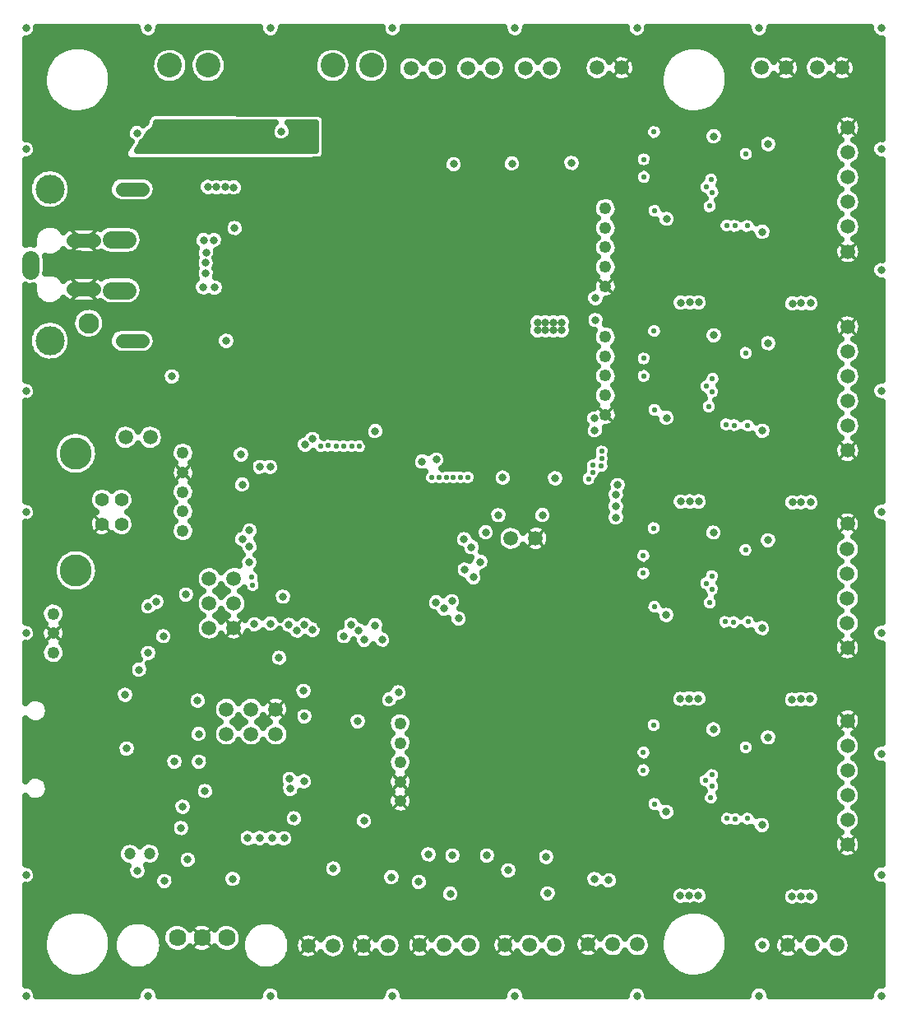
<source format=gbr>
G04 DipTrace 2.4.0.1*
%INGND.gbr*%
%MOIN*%
%ADD22C,0.025*%
%ADD23C,0.013*%
%ADD32C,0.0709*%
%ADD34C,0.0551*%
%ADD37C,0.1181*%
%ADD39C,0.0827*%
%ADD41C,0.0559*%
%ADD43C,0.1299*%
%ADD45C,0.0591*%
%ADD48C,0.1*%
%ADD51C,0.0705*%
%ADD64C,0.0492*%
%ADD77C,0.0472*%
%ADD99C,0.032*%
%ADD101C,0.022*%
%FSLAX44Y44*%
G04*
G70*
G90*
G75*
G01*
%LNInner1_Plane*%
%LPD*%
D99*
X4493Y10413D3*
X5000Y13610D3*
X7420Y9880D3*
X6330Y25480D3*
X19960Y5480D3*
X23460Y5130D3*
X19960Y5480D3*
X17040Y16340D3*
X24325Y19775D3*
Y20225D3*
X17350Y16080D3*
X18830Y17975D3*
X6020Y5050D3*
X6900Y16650D3*
X9460Y17950D3*
X11700Y11720D3*
X11660Y12750D3*
X4430Y12590D3*
X10830Y16570D3*
X17700Y6080D3*
X18200Y17660D3*
X17950Y15680D3*
X8870Y31500D3*
X17610Y4540D3*
X18550Y17350D3*
X17680Y16380D3*
X8525Y26925D3*
X6700Y7200D3*
X6760Y8060D3*
X5360Y14280D3*
X7371Y12359D3*
X23500Y27770D3*
X16475Y22045D3*
X23490Y28660D3*
X23470Y23310D3*
X17050Y22120D3*
X23450Y23790D3*
X24325Y20700D3*
X24395Y21080D3*
X2370Y25820D3*
Y25280D3*
X4930Y15390D3*
X7790Y33160D3*
X30170Y33510D3*
Y33050D3*
X30150Y32580D3*
X29690Y33080D3*
Y33520D3*
X29680Y32610D3*
X29220D3*
X29230Y33050D3*
X29210Y33520D3*
D101*
X28810Y31590D3*
X29150Y31580D3*
X29650D3*
X28130Y32380D3*
X28240Y32940D3*
X28000Y33150D3*
X28180Y33460D3*
X29590Y34500D3*
D99*
X30500Y34890D3*
X28290Y35210D3*
X32630Y33980D3*
X32620Y32100D3*
X30260Y31340D3*
X28410Y28560D3*
Y28920D3*
X29180D3*
X28770Y28560D3*
Y28910D3*
X29180Y28560D3*
X29400Y35330D3*
X28850D3*
X29400Y35760D3*
X28850D3*
X32040Y35620D3*
X31670D3*
X31230D3*
X26730Y35630D3*
D101*
X25893Y32195D3*
X25453Y33555D3*
Y34275D3*
X25873Y35385D3*
D99*
X26380Y31870D3*
X9890Y6790D3*
X10940Y32880D3*
X11410Y32870D3*
X11900Y32850D3*
X13210Y31950D3*
X11930Y30190D3*
X12610Y30210D3*
X12600Y29150D3*
X9440Y29580D3*
X7610Y31010D3*
X8030D3*
X7590Y29100D3*
X8060Y29080D3*
X7700Y29670D3*
Y30080D3*
X7710Y30490D3*
X10770Y35410D3*
X11100Y35020D3*
X11470Y35010D3*
X11860Y35020D3*
X5140Y34950D3*
X5540D3*
X5930D3*
X4910Y35340D3*
X12550Y25110D3*
Y24040D3*
X11720Y25160D3*
X9370Y24410D3*
X9400Y6790D3*
X10730Y27860D3*
X11130D3*
X11540Y27850D3*
X12870Y27000D3*
X18810Y34890D3*
X19720Y35600D3*
X17340Y35690D3*
X17010Y35250D3*
X22040Y35670D3*
X21700Y35230D3*
X17750Y34080D3*
X20110Y34110D3*
X33133Y30735D3*
X33123Y30345D3*
X33113Y29945D3*
X32733Y30735D3*
X32723Y30345D3*
X32713Y29945D3*
X32883Y29435D3*
X33753Y29445D3*
X33333D3*
X32863Y29005D3*
X33733Y29015D3*
X33313D3*
X31483Y28445D3*
X32213Y28455D3*
X31843D3*
X26953Y28475D3*
X27683Y28485D3*
X27313D3*
X33133Y22675D3*
X26193Y29955D3*
X33123Y22285D3*
X33113Y21885D3*
X32733Y22675D3*
X32723Y22285D3*
X32713Y21885D3*
X32883Y21375D3*
X33753Y21385D3*
X33333D3*
X30170Y25450D3*
Y24990D3*
X30150Y24520D3*
X29690Y25020D3*
Y25460D3*
X29680Y24550D3*
X29220D3*
X29230Y24990D3*
X29210Y25460D3*
D101*
X28800Y23540D3*
X29140Y23510D3*
X29670Y23500D3*
X28090Y24270D3*
X28220Y24860D3*
X28000Y25090D3*
X28240Y25390D3*
X29590Y26440D3*
D99*
X30500Y26830D3*
X28290Y27150D3*
X32630Y25920D3*
X32620Y24040D3*
X30260Y23280D3*
X28410Y20500D3*
Y20860D3*
X29180D3*
X28770Y20500D3*
Y20850D3*
X29180Y20500D3*
X29400Y27270D3*
X28850D3*
X29400Y27700D3*
X28850D3*
X32040Y27560D3*
X31670D3*
X31230D3*
X26730Y27570D3*
D101*
X25893Y24135D3*
X25453Y25495D3*
Y26215D3*
X25873Y27325D3*
D99*
X26380Y23810D3*
X32863Y20945D3*
X33733Y20955D3*
X33313D3*
X31483Y20385D3*
X32213Y20395D3*
X31843D3*
X26953Y20415D3*
X27683Y20425D3*
X27313D3*
X26193Y21895D3*
X33120Y14695D3*
X33110Y14305D3*
X33100Y13905D3*
X32720Y14695D3*
X32710Y14305D3*
X32700Y13905D3*
X32870Y13395D3*
X33740Y13405D3*
X33320D3*
X30157Y17469D3*
Y17009D3*
X30137Y16539D3*
X29677Y17039D3*
Y17479D3*
X29667Y16569D3*
X29207D3*
X29217Y17009D3*
X29197Y17479D3*
D101*
X28750Y15550D3*
X29100Y15540D3*
X29690Y15550D3*
X28130Y16320D3*
X28220Y16870D3*
X27987Y17109D3*
X28220Y17400D3*
X29577Y18459D3*
D99*
X30487Y18849D3*
X28277Y19169D3*
X32617Y17939D3*
X32607Y16059D3*
X30247Y15299D3*
X28397Y12519D3*
Y12879D3*
X29167D3*
X28757Y12519D3*
Y12869D3*
X29167Y12519D3*
X29387Y19289D3*
X28837D3*
X29387Y19719D3*
X28837D3*
X32027Y19579D3*
X31657D3*
X31217D3*
X26717Y19589D3*
D101*
X25880Y16155D3*
X25440Y17515D3*
Y18235D3*
X25860Y19345D3*
D99*
X26367Y15829D3*
X32850Y12965D3*
X33720Y12975D3*
X33300D3*
X31470Y12405D3*
X32200Y12415D3*
X31830D3*
X26940Y12435D3*
X27670Y12445D3*
X27300D3*
X26180Y13915D3*
X33123Y6715D3*
X33113Y6325D3*
X33103Y5925D3*
X32723Y6715D3*
X32713Y6325D3*
X32703Y5925D3*
X32873Y5415D3*
X33743Y5425D3*
X33323D3*
X30160Y9490D3*
Y9030D3*
X30140Y8560D3*
X29680Y9060D3*
Y9500D3*
X29670Y8590D3*
X29210D3*
X29220Y9030D3*
X29200Y9500D3*
D101*
X28840Y7580D3*
X29160Y7560D3*
X29670Y7580D3*
X28170Y8420D3*
X28225Y8900D3*
X27950Y9125D3*
X28225Y9350D3*
X29590Y10470D3*
D99*
X30490Y10870D3*
X28280Y11190D3*
X32620Y9960D3*
X32610Y8080D3*
X30250Y7320D3*
X28400Y4540D3*
Y4900D3*
X29170D3*
X28760Y4540D3*
Y4890D3*
X29170Y4540D3*
X29390Y11310D3*
X28840D3*
X29390Y11740D3*
X28840D3*
X32030Y11600D3*
X31660D3*
X31220D3*
X26720Y11610D3*
D101*
X25883Y8175D3*
X25443Y9535D3*
Y10255D3*
X25863Y11365D3*
D99*
X26370Y7850D3*
X32853Y4985D3*
X33723Y4995D3*
X33303D3*
X31473Y4425D3*
X32203Y4435D3*
X31833D3*
X26943Y4455D3*
X27673Y4465D3*
X27303D3*
X26183Y5935D3*
X22530Y34130D3*
X19625Y30250D3*
X20575D3*
Y29875D3*
X19625D3*
X20575Y30625D3*
X19625D3*
X21625Y33450D3*
X410Y39590D3*
X8140Y33150D3*
X19100Y6080D3*
X21500Y6025D3*
X10390Y6790D3*
X10880Y6780D3*
X8490Y33150D3*
X11275Y7600D3*
X11130Y8780D3*
X11680Y9090D3*
X11100Y9180D3*
X9825Y8375D3*
X4520Y11260D3*
X8840Y33140D3*
X15510Y12700D3*
X15140Y12410D3*
X14850Y14830D3*
X14560Y15410D3*
X14120Y14820D3*
X13900Y15200D3*
X13600Y15425D3*
X13300Y14970D3*
X11700Y15425D3*
X12350D3*
X12025Y15225D3*
X11230Y13220D3*
X14330Y13260D3*
X8540Y13150D3*
X20600Y25475D3*
Y25075D3*
Y24600D3*
X19625Y25475D3*
Y25075D3*
Y24600D3*
X21500Y28300D3*
X21150Y27675D3*
X21475D3*
X21800D3*
X22125D3*
X21150Y27350D3*
X21475D3*
X21800D3*
X22125D3*
X10310Y21820D3*
X9900D3*
X14575Y23275D3*
X10250Y8375D3*
Y7900D3*
X19050Y19175D3*
X18175Y18900D3*
X18475Y18575D3*
X9850Y7875D3*
X10725Y22775D3*
X11725Y22725D3*
X12025Y22950D3*
X14220Y22830D3*
X16070Y23380D3*
X9025Y23250D3*
X9475Y18600D3*
X9180Y18900D3*
X11390Y15200D3*
X11075Y15425D3*
X5375Y16175D3*
X20775Y6070D3*
X16730Y6130D3*
X15225Y5210D3*
X30260Y2460D3*
X24040Y5080D3*
X21555Y4550D3*
X16340Y5020D3*
X13200Y10590D3*
X12850Y6260D3*
X10030Y3800D3*
X12925Y4060D3*
X19560Y19870D3*
X21350Y19875D3*
X19740Y21390D3*
X9675Y15450D3*
X10325Y15475D3*
X9125Y22325D3*
X21860Y21360D3*
X5700Y16360D3*
X5980Y14970D3*
X5640Y18710D3*
X2325Y15350D3*
X23100Y6050D3*
X6990Y3825D3*
X8255Y4075D3*
X9300Y4100D3*
X7410Y11010D3*
X10675Y14100D3*
X9575Y14750D3*
X9180Y21110D3*
X9475Y19250D3*
X7670Y8700D3*
X6675Y28550D3*
X6700Y27975D3*
Y27425D3*
X6100Y32650D3*
X6075Y31725D3*
X6525D3*
Y32650D3*
X5700D3*
X5675Y31725D3*
X410Y410D3*
X35090Y39590D3*
Y410D3*
X4930Y5460D3*
X6970Y5920D3*
X8790Y5140D3*
X13860Y11520D3*
X12870Y5560D3*
X14110Y7490D3*
X6430Y9880D3*
X12960Y19400D3*
X11910Y20430D3*
X14070Y20460D3*
Y18250D3*
X11870Y18230D3*
X410Y5300D3*
Y15100D3*
Y20000D3*
Y24900D3*
Y34690D3*
X35090D3*
Y29790D3*
Y24900D3*
X5360Y39590D3*
X35090Y20000D3*
Y15100D3*
Y10200D3*
Y5310D3*
X10320Y39590D3*
X15270D3*
X20230D3*
X25180D3*
X30130D3*
X5360Y410D3*
X10320D3*
X15270D3*
X20230D3*
X25180D3*
X30130D3*
X20570Y6890D3*
X7210Y11880D3*
X16040Y13680D3*
X17640Y14920D3*
D101*
X16870Y21400D3*
D99*
X19240Y18710D3*
X22080Y19890D3*
X25700Y9070D3*
X27560Y8180D3*
X27300Y11030D3*
X25710Y17060D3*
X27290Y18900D3*
X30250Y12540D3*
X30210Y14130D3*
X27480Y16180D3*
X30460Y20590D3*
X30390Y22080D3*
X25700Y25020D3*
X27340Y26860D3*
X30350Y30100D3*
X30400Y28600D3*
X25720Y33130D3*
X27360Y34970D3*
X27510Y32210D3*
X5260Y35760D3*
X7460Y19800D3*
X8410Y18730D3*
X2370Y24610D3*
Y24040D3*
D101*
X12350Y22670D3*
X12670Y22680D3*
X12980Y22670D3*
X13290D3*
X13610D3*
X13920Y22660D3*
X9560Y17360D3*
X9600Y17030D3*
X17170Y21400D3*
X17460D3*
X18020D3*
X17740D3*
X18320D3*
X23750Y22450D3*
Y22150D3*
X23740Y21850D3*
X23390Y21880D3*
X23380Y21590D3*
X23220Y21340D3*
X795Y39366D2*
D22*
X4975D1*
X5748D2*
X9932D1*
X10705D2*
X14885D1*
X15658D2*
X19842D1*
X20615D2*
X24796D1*
X25564D2*
X29745D1*
X30517D2*
X34706D1*
X410Y39118D2*
X35089D1*
X410Y38869D2*
X2335D1*
X2666D2*
X27335D1*
X27666D2*
X35089D1*
X410Y38620D2*
X1674D1*
X3326D2*
X5674D1*
X6806D2*
X7233D1*
X8365D2*
X12284D1*
X13416D2*
X13842D1*
X14978D2*
X26674D1*
X28326D2*
X35089D1*
X410Y38372D2*
X1409D1*
X3592D2*
X5506D1*
X6971D2*
X7066D1*
X8533D2*
X12120D1*
X13584D2*
X13675D1*
X15142D2*
X15616D1*
X16404D2*
X16616D1*
X17404D2*
X17905D1*
X18736D2*
X18905D1*
X19736D2*
X20233D1*
X21064D2*
X21232D1*
X22064D2*
X23124D1*
X23994D2*
X24124D1*
X24994D2*
X26409D1*
X28592D2*
X29803D1*
X30654D2*
X30803D1*
X31654D2*
X32053D1*
X32924D2*
X33055D1*
X33924D2*
X35089D1*
X410Y38123D2*
X1249D1*
X3752D2*
X5452D1*
X8588D2*
X12061D1*
X15197D2*
X15452D1*
X17568D2*
X17756D1*
X19885D2*
X20085D1*
X22213D2*
X22991D1*
X25131D2*
X26249D1*
X28752D2*
X29663D1*
X31795D2*
X31921D1*
X34060D2*
X35089D1*
X410Y37874D2*
X1151D1*
X3849D2*
X5479D1*
X8560D2*
X12089D1*
X15170D2*
X15428D1*
X17592D2*
X17745D1*
X19896D2*
X20073D1*
X22228D2*
X22987D1*
X25135D2*
X26151D1*
X28849D2*
X29655D1*
X31806D2*
X31917D1*
X34064D2*
X35089D1*
X410Y37625D2*
X1104D1*
X3896D2*
X5600D1*
X6881D2*
X7159D1*
X8439D2*
X12210D1*
X13490D2*
X13768D1*
X15049D2*
X15530D1*
X17490D2*
X17854D1*
X19787D2*
X20182D1*
X22115D2*
X23108D1*
X24010D2*
X24108D1*
X25010D2*
X26104D1*
X28896D2*
X29772D1*
X30689D2*
X30774D1*
X31689D2*
X32038D1*
X32939D2*
X33038D1*
X33939D2*
X35089D1*
X410Y37377D2*
X1104D1*
X3896D2*
X5913D1*
X6564D2*
X7475D1*
X8127D2*
X12526D1*
X13178D2*
X14085D1*
X14736D2*
X26104D1*
X28896D2*
X35089D1*
X410Y37128D2*
X1151D1*
X3849D2*
X26151D1*
X28849D2*
X35089D1*
X410Y36879D2*
X1245D1*
X3752D2*
X26245D1*
X28752D2*
X35089D1*
X410Y36631D2*
X1409D1*
X3592D2*
X26409D1*
X28592D2*
X35089D1*
X410Y36382D2*
X1671D1*
X3326D2*
X26671D1*
X28326D2*
X35089D1*
X410Y36133D2*
X2311D1*
X2685D2*
X5499D1*
X12322D2*
X27311D1*
X27685D2*
X35089D1*
X410Y35885D2*
X5284D1*
X12560D2*
X33245D1*
X34201D2*
X35089D1*
X410Y35636D2*
X4581D1*
X12560D2*
X25569D1*
X26178D2*
X33143D1*
X34303D2*
X35089D1*
X410Y35387D2*
X4464D1*
X12560D2*
X25475D1*
X26271D2*
X27878D1*
X28701D2*
X33163D1*
X34283D2*
X35089D1*
X410Y35139D2*
X4510D1*
X12560D2*
X25565D1*
X26181D2*
X27846D1*
X28732D2*
X30131D1*
X30869D2*
X33323D1*
X34123D2*
X35089D1*
X810Y34890D2*
X4600D1*
X12560D2*
X27987D1*
X28596D2*
X30049D1*
X30951D2*
X33249D1*
X34189D2*
X34690D1*
X857Y34641D2*
X4436D1*
X12560D2*
X25346D1*
X25560D2*
X29217D1*
X29963D2*
X30131D1*
X30869D2*
X33143D1*
X34299D2*
X34643D1*
X740Y34393D2*
X4428D1*
X12533D2*
X17436D1*
X18064D2*
X19768D1*
X20451D2*
X22171D1*
X22889D2*
X25073D1*
X25834D2*
X29206D1*
X29974D2*
X33159D1*
X34283D2*
X34760D1*
X410Y34144D2*
X17303D1*
X18193D2*
X19663D1*
X20560D2*
X22081D1*
X22978D2*
X25077D1*
X25830D2*
X29448D1*
X29732D2*
X33311D1*
X34131D2*
X35089D1*
X410Y33895D2*
X1124D1*
X1631D2*
X17342D1*
X18158D2*
X19717D1*
X20502D2*
X22151D1*
X22908D2*
X25268D1*
X25635D2*
X33253D1*
X34185D2*
X35089D1*
X410Y33646D2*
X721D1*
X2037D2*
X25065D1*
X25842D2*
X27831D1*
X28529D2*
X33143D1*
X34299D2*
X35089D1*
X410Y33398D2*
X561D1*
X2193D2*
X3854D1*
X5592D2*
X7413D1*
X9201D2*
X25089D1*
X25818D2*
X27694D1*
X28576D2*
X33155D1*
X34283D2*
X35089D1*
X410Y33149D2*
X503D1*
X2256D2*
X3753D1*
X5697D2*
X7339D1*
X9291D2*
X27600D1*
X28576D2*
X33303D1*
X34135D2*
X35089D1*
X410Y32900D2*
X514D1*
X2240D2*
X3772D1*
X5674D2*
X7428D1*
X9217D2*
X27694D1*
X28639D2*
X33256D1*
X34181D2*
X35089D1*
X410Y32652D2*
X608D1*
X2150D2*
X3944D1*
X5506D2*
X23514D1*
X24287D2*
X27846D1*
X28506D2*
X33143D1*
X34295D2*
X35089D1*
X410Y32403D2*
X819D1*
X1935D2*
X23378D1*
X24424D2*
X25557D1*
X26228D2*
X27729D1*
X28529D2*
X33155D1*
X34287D2*
X35089D1*
X410Y32154D2*
X23381D1*
X24416D2*
X25495D1*
X26721D2*
X27807D1*
X28455D2*
X33299D1*
X34142D2*
X35089D1*
X410Y31906D2*
X8717D1*
X9021D2*
X23538D1*
X24264D2*
X25631D1*
X26830D2*
X28585D1*
X29361D2*
X29439D1*
X29861D2*
X33260D1*
X34178D2*
X35089D1*
X410Y31657D2*
X8452D1*
X9291D2*
X23389D1*
X24412D2*
X25987D1*
X26771D2*
X28417D1*
X30568D2*
X33147D1*
X34295D2*
X35089D1*
X410Y31408D2*
X850D1*
X1904D2*
X1983D1*
X5037D2*
X7436D1*
X8201D2*
X8428D1*
X9310D2*
X23374D1*
X24428D2*
X28456D1*
X30705D2*
X33155D1*
X34287D2*
X35089D1*
X410Y31160D2*
X717D1*
X5158D2*
X7186D1*
X8451D2*
X8594D1*
X9150D2*
X23495D1*
X24303D2*
X29850D1*
X30670D2*
X33292D1*
X34146D2*
X35089D1*
X410Y30911D2*
X698D1*
X5162D2*
X7171D1*
X8467D2*
X23405D1*
X24396D2*
X33272D1*
X34174D2*
X35089D1*
X5056Y30662D2*
X7296D1*
X8299D2*
X23366D1*
X24431D2*
X33151D1*
X34295D2*
X35089D1*
X1728Y30414D2*
X3725D1*
X4658D2*
X7268D1*
X8154D2*
X23464D1*
X24338D2*
X33155D1*
X34291D2*
X35089D1*
X1236Y30165D2*
X7260D1*
X8142D2*
X23421D1*
X24377D2*
X33288D1*
X34158D2*
X34866D1*
X1236Y29916D2*
X7284D1*
X8115D2*
X23366D1*
X24435D2*
X34659D1*
X1491Y29667D2*
X7249D1*
X8150D2*
X23436D1*
X24365D2*
X34659D1*
X4986Y29419D2*
X7284D1*
X8342D2*
X23448D1*
X24353D2*
X34858D1*
X5142Y29170D2*
X7147D1*
X8502D2*
X23366D1*
X24435D2*
X35089D1*
X410Y28921D2*
X702D1*
X5170D2*
X7178D1*
X8478D2*
X23131D1*
X24389D2*
X35089D1*
X410Y28673D2*
X792D1*
X5092D2*
X7913D1*
X8205D2*
X23042D1*
X24131D2*
X26553D1*
X28088D2*
X31100D1*
X32603D2*
X35089D1*
X410Y28424D2*
X1065D1*
X1689D2*
X3553D1*
X4834D2*
X23112D1*
X23869D2*
X26506D1*
X28127D2*
X31034D1*
X32662D2*
X35089D1*
X410Y28175D2*
X2514D1*
X3392D2*
X23346D1*
X23654D2*
X26628D1*
X27998D2*
X31131D1*
X32556D2*
X35089D1*
X410Y27927D2*
X2315D1*
X3592D2*
X20784D1*
X22494D2*
X23081D1*
X23920D2*
X33342D1*
X34107D2*
X35089D1*
X410Y27678D2*
X940D1*
X1814D2*
X2249D1*
X3654D2*
X20702D1*
X22576D2*
X23061D1*
X23939D2*
X25721D1*
X26025D2*
X33171D1*
X34279D2*
X35089D1*
X410Y27429D2*
X659D1*
X2096D2*
X2284D1*
X3623D2*
X4081D1*
X5369D2*
X20706D1*
X22568D2*
X23221D1*
X24306D2*
X25487D1*
X26260D2*
X27944D1*
X28635D2*
X33143D1*
X34303D2*
X35089D1*
X410Y27181D2*
X534D1*
X2221D2*
X2428D1*
X3478D2*
X3807D1*
X5642D2*
X8159D1*
X8889D2*
X20737D1*
X22541D2*
X23374D1*
X24428D2*
X25503D1*
X26244D2*
X27842D1*
X28740D2*
X30237D1*
X30764D2*
X33233D1*
X34213D2*
X35089D1*
X410Y26932D2*
X499D1*
X2260D2*
X3745D1*
X5705D2*
X8077D1*
X8974D2*
X21049D1*
X21253D2*
X21374D1*
X21575D2*
X21699D1*
X21902D2*
X22026D1*
X22223D2*
X23389D1*
X24412D2*
X27901D1*
X28681D2*
X30061D1*
X30939D2*
X33350D1*
X34088D2*
X35089D1*
X410Y26683D2*
X534D1*
X2221D2*
X3803D1*
X5642D2*
X8151D1*
X8900D2*
X23534D1*
X24267D2*
X29280D1*
X29900D2*
X30077D1*
X30924D2*
X33171D1*
X34271D2*
X35089D1*
X410Y26435D2*
X655D1*
X2099D2*
X4069D1*
X5381D2*
X23381D1*
X24420D2*
X25124D1*
X25783D2*
X29190D1*
X29990D2*
X30319D1*
X30681D2*
X33139D1*
X34303D2*
X35089D1*
X410Y26186D2*
X928D1*
X1826D2*
X23378D1*
X24424D2*
X25053D1*
X25853D2*
X29288D1*
X29892D2*
X33225D1*
X34217D2*
X35089D1*
X410Y25937D2*
X23518D1*
X24283D2*
X25178D1*
X25728D2*
X33358D1*
X34084D2*
X35089D1*
X410Y25688D2*
X5936D1*
X6724D2*
X23393D1*
X24404D2*
X25108D1*
X25799D2*
X27987D1*
X28490D2*
X33171D1*
X34267D2*
X35089D1*
X410Y25440D2*
X5881D1*
X6779D2*
X23370D1*
X24431D2*
X25057D1*
X25849D2*
X27839D1*
X28635D2*
X33135D1*
X34303D2*
X35089D1*
X744Y25191D2*
X5995D1*
X6666D2*
X23479D1*
X24318D2*
X25210D1*
X25697D2*
X27616D1*
X28584D2*
X33221D1*
X34221D2*
X34756D1*
X857Y24942D2*
X23413D1*
X24389D2*
X27631D1*
X28611D2*
X33366D1*
X34076D2*
X34643D1*
X806Y24694D2*
X23366D1*
X24435D2*
X27858D1*
X28580D2*
X33174D1*
X34267D2*
X34694D1*
X410Y24445D2*
X23448D1*
X24349D2*
X25659D1*
X26131D2*
X27733D1*
X28447D2*
X33135D1*
X34303D2*
X35089D1*
X410Y24196D2*
X23299D1*
X24369D2*
X25499D1*
X26580D2*
X27698D1*
X28482D2*
X33217D1*
X34221D2*
X35089D1*
X410Y23948D2*
X23030D1*
X24435D2*
X25546D1*
X26806D2*
X27874D1*
X28306D2*
X33374D1*
X34068D2*
X35089D1*
X410Y23699D2*
X23010D1*
X24377D2*
X25944D1*
X26814D2*
X28436D1*
X30014D2*
X30163D1*
X30358D2*
X33174D1*
X34264D2*
X35089D1*
X410Y23450D2*
X4077D1*
X4846D2*
X5077D1*
X5846D2*
X14163D1*
X14986D2*
X23046D1*
X24068D2*
X26128D1*
X26631D2*
X28413D1*
X30674D2*
X33135D1*
X34303D2*
X35089D1*
X410Y23202D2*
X2026D1*
X2838D2*
X3905D1*
X6014D2*
X11659D1*
X12392D2*
X14131D1*
X15017D2*
X23034D1*
X23904D2*
X28612D1*
X30701D2*
X33214D1*
X34224D2*
X35089D1*
X410Y22953D2*
X1702D1*
X3162D2*
X3878D1*
X6041D2*
X11342D1*
X14178D2*
X14276D1*
X14877D2*
X23214D1*
X23724D2*
X29964D1*
X30556D2*
X33389D1*
X34056D2*
X35089D1*
X410Y22704D2*
X1553D1*
X3306D2*
X3971D1*
X5947D2*
X6354D1*
X7193D2*
X8909D1*
X9342D2*
X11276D1*
X14318D2*
X23448D1*
X24049D2*
X33182D1*
X34264D2*
X35089D1*
X410Y22456D2*
X1495D1*
X3365D2*
X6245D1*
X7306D2*
X8694D1*
X9553D2*
X11370D1*
X14260D2*
X16342D1*
X16611D2*
X16764D1*
X17334D2*
X23350D1*
X24150D2*
X33139D1*
X34306D2*
X35089D1*
X410Y22207D2*
X1506D1*
X3357D2*
X6268D1*
X7279D2*
X8690D1*
X9556D2*
X9703D1*
X10510D2*
X16057D1*
X17490D2*
X23182D1*
X24146D2*
X33214D1*
X34236D2*
X35089D1*
X410Y21958D2*
X1589D1*
X3271D2*
X6393D1*
X7158D2*
X8885D1*
X9365D2*
X9472D1*
X10736D2*
X16034D1*
X17467D2*
X22999D1*
X24123D2*
X33510D1*
X33939D2*
X35089D1*
X410Y21709D2*
X1772D1*
X3088D2*
X6253D1*
X7299D2*
X9464D1*
X10744D2*
X16190D1*
X18556D2*
X19436D1*
X20045D2*
X21592D1*
X22127D2*
X22999D1*
X24111D2*
X35089D1*
X410Y21461D2*
X2307D1*
X2553D2*
X6256D1*
X7295D2*
X8917D1*
X9443D2*
X9647D1*
X10560D2*
X16475D1*
X18717D2*
X19296D1*
X20185D2*
X21421D1*
X22299D2*
X22839D1*
X23756D2*
X24182D1*
X24607D2*
X35089D1*
X410Y21212D2*
X6409D1*
X7142D2*
X8741D1*
X9619D2*
X16522D1*
X18670D2*
X19331D1*
X20150D2*
X21436D1*
X22283D2*
X22842D1*
X23596D2*
X23967D1*
X24822D2*
X35089D1*
X410Y20963D2*
X3202D1*
X3795D2*
X3987D1*
X4584D2*
X6264D1*
X7287D2*
X8756D1*
X9603D2*
X21682D1*
X22037D2*
X23960D1*
X24830D2*
X35089D1*
X410Y20715D2*
X2975D1*
X4806D2*
X6249D1*
X7303D2*
X8999D1*
X9361D2*
X23874D1*
X24775D2*
X26628D1*
X28017D2*
X31190D1*
X32517D2*
X35089D1*
X410Y20466D2*
X2928D1*
X4853D2*
X6366D1*
X7181D2*
X23944D1*
X24705D2*
X26506D1*
X28131D2*
X31042D1*
X32658D2*
X35089D1*
X799Y20217D2*
X3003D1*
X4779D2*
X6280D1*
X7271D2*
X19292D1*
X19830D2*
X21073D1*
X21627D2*
X23874D1*
X24775D2*
X26553D1*
X28080D2*
X31069D1*
X32623D2*
X34702D1*
X857Y19969D2*
X3182D1*
X4599D2*
X6241D1*
X7310D2*
X19124D1*
X19998D2*
X20909D1*
X21791D2*
X23921D1*
X24728D2*
X31374D1*
X31590D2*
X33358D1*
X34064D2*
X34643D1*
X756Y19720D2*
X2971D1*
X4810D2*
X6335D1*
X7217D2*
X19139D1*
X19982D2*
X20928D1*
X21771D2*
X23878D1*
X24771D2*
X33163D1*
X34256D2*
X34745D1*
X410Y19471D2*
X2928D1*
X4853D2*
X6299D1*
X7252D2*
X9089D1*
X9861D2*
X18721D1*
X19732D2*
X19924D1*
X20224D2*
X20924D1*
X21506D2*
X24003D1*
X24646D2*
X25483D1*
X26240D2*
X27952D1*
X28599D2*
X33128D1*
X34295D2*
X35089D1*
X410Y19223D2*
X3010D1*
X4775D2*
X6241D1*
X7310D2*
X8878D1*
X9924D2*
X17874D1*
X18478D2*
X18601D1*
X19498D2*
X19577D1*
X21576D2*
X25479D1*
X26240D2*
X27831D1*
X28724D2*
X30260D1*
X30717D2*
X33206D1*
X34213D2*
X35089D1*
X410Y18974D2*
X3366D1*
X3626D2*
X4155D1*
X4416D2*
X6307D1*
X7244D2*
X8737D1*
X9822D2*
X17733D1*
X21658D2*
X25780D1*
X25942D2*
X27874D1*
X28678D2*
X30057D1*
X30920D2*
X33370D1*
X34045D2*
X35089D1*
X410Y18725D2*
X6671D1*
X6877D2*
X8768D1*
X9904D2*
X17764D1*
X18896D2*
X19526D1*
X21623D2*
X29288D1*
X29865D2*
X30057D1*
X30920D2*
X33167D1*
X34248D2*
X35089D1*
X410Y18477D2*
X2061D1*
X2803D2*
X9042D1*
X9908D2*
X18038D1*
X18912D2*
X19714D1*
X20435D2*
X20714D1*
X21435D2*
X25128D1*
X25752D2*
X29178D1*
X29978D2*
X30256D1*
X30717D2*
X33124D1*
X34291D2*
X35089D1*
X410Y18228D2*
X1714D1*
X3146D2*
X9112D1*
X9806D2*
X18206D1*
X19197D2*
X25042D1*
X25842D2*
X29256D1*
X29896D2*
X33198D1*
X34217D2*
X35089D1*
X410Y17979D2*
X1561D1*
X3303D2*
X9010D1*
X9908D2*
X17893D1*
X19279D2*
X25139D1*
X25740D2*
X33378D1*
X34037D2*
X35089D1*
X410Y17730D2*
X1499D1*
X3365D2*
X7456D1*
X8224D2*
X8456D1*
X9849D2*
X17756D1*
X19201D2*
X25108D1*
X25771D2*
X28018D1*
X28424D2*
X33167D1*
X34248D2*
X35089D1*
X410Y17482D2*
X1503D1*
X3357D2*
X7284D1*
X9939D2*
X17788D1*
X18978D2*
X25042D1*
X25838D2*
X27831D1*
X28611D2*
X33124D1*
X34291D2*
X35089D1*
X410Y17233D2*
X1581D1*
X3279D2*
X7260D1*
X9939D2*
X18116D1*
X18982D2*
X25167D1*
X25713D2*
X27608D1*
X28580D2*
X33194D1*
X34221D2*
X35089D1*
X410Y16984D2*
X1756D1*
X3103D2*
X6612D1*
X7185D2*
X7349D1*
X9998D2*
X10710D1*
X10947D2*
X18307D1*
X18791D2*
X27608D1*
X28603D2*
X33385D1*
X34029D2*
X35089D1*
X410Y16736D2*
X2214D1*
X2646D2*
X5475D1*
X5924D2*
X6460D1*
X7342D2*
X7464D1*
X8217D2*
X8464D1*
X9217D2*
X9345D1*
X9857D2*
X10413D1*
X11248D2*
X16862D1*
X17221D2*
X17424D1*
X17935D2*
X27846D1*
X28596D2*
X33171D1*
X34244D2*
X35089D1*
X410Y16487D2*
X5061D1*
X6131D2*
X6483D1*
X9392D2*
X10389D1*
X11271D2*
X16616D1*
X18115D2*
X25682D1*
X26080D2*
X27768D1*
X28490D2*
X33124D1*
X34291D2*
X35089D1*
X410Y16238D2*
X1139D1*
X1900D2*
X4928D1*
X6131D2*
X6768D1*
X7032D2*
X7256D1*
X9424D2*
X10538D1*
X11119D2*
X16604D1*
X18107D2*
X25491D1*
X26506D2*
X27741D1*
X28521D2*
X33190D1*
X34221D2*
X35089D1*
X410Y15990D2*
X999D1*
X2041D2*
X4967D1*
X5931D2*
X7350D1*
X9330D2*
X16776D1*
X18267D2*
X25518D1*
X26787D2*
X27928D1*
X28334D2*
X33393D1*
X34021D2*
X35089D1*
X410Y15741D2*
X1003D1*
X2041D2*
X7471D1*
X8209D2*
X8471D1*
X9209D2*
X9338D1*
X10681D2*
X10764D1*
X12010D2*
X13292D1*
X13908D2*
X14268D1*
X14849D2*
X17069D1*
X18396D2*
X25928D1*
X26806D2*
X28401D1*
X30037D2*
X33171D1*
X34244D2*
X35089D1*
X599Y15492D2*
X1151D1*
X1889D2*
X7288D1*
X12381D2*
X13155D1*
X15002D2*
X17546D1*
X18357D2*
X26085D1*
X26650D2*
X28354D1*
X30650D2*
X33124D1*
X34291D2*
X34901D1*
X834Y15244D2*
X1010D1*
X2029D2*
X5631D1*
X6330D2*
X7256D1*
X12474D2*
X12952D1*
X14974D2*
X28510D1*
X29353D2*
X29448D1*
X30693D2*
X33190D1*
X34224D2*
X34667D1*
X846Y14995D2*
X991D1*
X2049D2*
X5530D1*
X6428D2*
X7346D1*
X9334D2*
X10995D1*
X12408D2*
X12850D1*
X15267D2*
X29924D1*
X30568D2*
X33413D1*
X34006D2*
X34655D1*
X670Y14746D2*
X1108D1*
X1931D2*
X5592D1*
X6365D2*
X7729D1*
X7951D2*
X8729D1*
X8951D2*
X12913D1*
X15291D2*
X33178D1*
X34240D2*
X34831D1*
X410Y14498D2*
X1026D1*
X2014D2*
X4971D1*
X5752D2*
X10499D1*
X10849D2*
X13819D1*
X14420D2*
X14561D1*
X15139D2*
X33124D1*
X34295D2*
X35089D1*
X410Y14249D2*
X987D1*
X2053D2*
X4913D1*
X5810D2*
X10253D1*
X11099D2*
X33186D1*
X34232D2*
X35089D1*
X410Y14000D2*
X1077D1*
X1963D2*
X4807D1*
X5705D2*
X10237D1*
X11111D2*
X33440D1*
X33978D2*
X35089D1*
X410Y13751D2*
X4573D1*
X5424D2*
X10409D1*
X10943D2*
X35089D1*
X410Y13503D2*
X4565D1*
X5435D2*
X35089D1*
X410Y13254D2*
X4745D1*
X5256D2*
X35089D1*
X410Y13005D2*
X4315D1*
X4545D2*
X11296D1*
X12025D2*
X15190D1*
X15830D2*
X35089D1*
X410Y12757D2*
X4014D1*
X4846D2*
X7194D1*
X7545D2*
X11210D1*
X12111D2*
X14870D1*
X15955D2*
X26639D1*
X27982D2*
X31210D1*
X32478D2*
X35089D1*
X410Y12508D2*
X3987D1*
X4873D2*
X6948D1*
X7795D2*
X8260D1*
X8822D2*
X9260D1*
X9822D2*
X10260D1*
X10822D2*
X11284D1*
X12033D2*
X14702D1*
X15916D2*
X26499D1*
X28115D2*
X31034D1*
X32639D2*
X35089D1*
X1240Y12259D2*
X4139D1*
X4721D2*
X6932D1*
X7810D2*
X8014D1*
X11068D2*
X14717D1*
X15560D2*
X26530D1*
X28076D2*
X31046D1*
X32623D2*
X35089D1*
X1342Y12011D2*
X7104D1*
X7639D2*
X7956D1*
X11127D2*
X11366D1*
X12033D2*
X14971D1*
X15310D2*
X31288D1*
X32357D2*
X33393D1*
X34033D2*
X35089D1*
X1310Y11762D2*
X8014D1*
X11068D2*
X11253D1*
X12146D2*
X13487D1*
X14236D2*
X15167D1*
X15994D2*
X33174D1*
X34252D2*
X35089D1*
X410Y11513D2*
X491D1*
X1107D2*
X8256D1*
X8822D2*
X9256D1*
X9822D2*
X10256D1*
X10822D2*
X11303D1*
X12096D2*
X13409D1*
X14310D2*
X15049D1*
X16107D2*
X25495D1*
X26232D2*
X27979D1*
X28580D2*
X33128D1*
X34299D2*
X35089D1*
X410Y11265D2*
X7046D1*
X7775D2*
X8014D1*
X11064D2*
X13495D1*
X14224D2*
X15073D1*
X16088D2*
X25475D1*
X26248D2*
X27839D1*
X28724D2*
X30307D1*
X30674D2*
X33198D1*
X34228D2*
X35089D1*
X410Y11016D2*
X6960D1*
X7861D2*
X7955D1*
X11127D2*
X15206D1*
X15955D2*
X25702D1*
X26025D2*
X27866D1*
X28693D2*
X30065D1*
X30916D2*
X33405D1*
X34014D2*
X35089D1*
X410Y10767D2*
X4233D1*
X4752D2*
X7038D1*
X7783D2*
X8010D1*
X11068D2*
X15061D1*
X16099D2*
X28214D1*
X28348D2*
X29339D1*
X29842D2*
X30053D1*
X30928D2*
X33178D1*
X34244D2*
X35089D1*
X410Y10519D2*
X4057D1*
X4931D2*
X8245D1*
X8834D2*
X9245D1*
X9834D2*
X10245D1*
X10834D2*
X15061D1*
X16099D2*
X25151D1*
X25736D2*
X29194D1*
X29986D2*
X30225D1*
X30752D2*
X33124D1*
X34295D2*
X34784D1*
X410Y10270D2*
X4069D1*
X4920D2*
X6237D1*
X6623D2*
X7225D1*
X7615D2*
X15206D1*
X15955D2*
X25046D1*
X25842D2*
X29249D1*
X29931D2*
X33190D1*
X34232D2*
X34647D1*
X410Y10021D2*
X4303D1*
X4681D2*
X6003D1*
X6857D2*
X6995D1*
X7846D2*
X15073D1*
X16088D2*
X25124D1*
X25760D2*
X33417D1*
X34006D2*
X34678D1*
X410Y9772D2*
X5995D1*
X6865D2*
X6982D1*
X7857D2*
X15049D1*
X16107D2*
X25128D1*
X25760D2*
X33178D1*
X34240D2*
X35089D1*
X410Y9524D2*
X6174D1*
X6685D2*
X7163D1*
X7678D2*
X10827D1*
X11373D2*
X15167D1*
X15994D2*
X25042D1*
X25842D2*
X27870D1*
X28584D2*
X33124D1*
X34295D2*
X35089D1*
X410Y9275D2*
X565D1*
X1033D2*
X10663D1*
X12088D2*
X15089D1*
X16072D2*
X25147D1*
X25736D2*
X27581D1*
X28619D2*
X33186D1*
X34232D2*
X35089D1*
X1291Y9026D2*
X7374D1*
X7967D2*
X10678D1*
X12127D2*
X15046D1*
X16115D2*
X27565D1*
X28603D2*
X33424D1*
X33994D2*
X35089D1*
X1346Y8778D2*
X7229D1*
X8111D2*
X10678D1*
X11994D2*
X15135D1*
X16025D2*
X27784D1*
X28603D2*
X33182D1*
X34236D2*
X35089D1*
X1267Y8529D2*
X7256D1*
X8084D2*
X10760D1*
X11498D2*
X15108D1*
X16053D2*
X25733D1*
X26033D2*
X27788D1*
X28553D2*
X33124D1*
X34295D2*
X35089D1*
X410Y8280D2*
X6374D1*
X7146D2*
X7577D1*
X7763D2*
X15046D1*
X16115D2*
X25499D1*
X26267D2*
X27796D1*
X28545D2*
X33182D1*
X34236D2*
X35089D1*
X410Y8032D2*
X6311D1*
X7209D2*
X15108D1*
X16053D2*
X25510D1*
X26779D2*
X33428D1*
X33990D2*
X35089D1*
X410Y7783D2*
X6413D1*
X7107D2*
X10866D1*
X11685D2*
X13776D1*
X14443D2*
X15440D1*
X15721D2*
X25924D1*
X26814D2*
X28499D1*
X30010D2*
X33186D1*
X34236D2*
X35089D1*
X410Y7534D2*
X6413D1*
X6986D2*
X10831D1*
X11721D2*
X13663D1*
X14556D2*
X26061D1*
X26678D2*
X28444D1*
X30642D2*
X33124D1*
X34295D2*
X35089D1*
X410Y7286D2*
X6260D1*
X7142D2*
X10964D1*
X11584D2*
X13714D1*
X14506D2*
X28585D1*
X30697D2*
X33182D1*
X34240D2*
X35089D1*
X410Y7037D2*
X6284D1*
X7119D2*
X9030D1*
X11244D2*
X29909D1*
X30592D2*
X33421D1*
X34002D2*
X35089D1*
X410Y6788D2*
X6569D1*
X6830D2*
X8952D1*
X11330D2*
X33194D1*
X34232D2*
X35089D1*
X410Y6540D2*
X4292D1*
X4971D2*
X5066D1*
X5771D2*
X9030D1*
X11256D2*
X16592D1*
X16869D2*
X33128D1*
X34299D2*
X35089D1*
X410Y6291D2*
X4124D1*
X5928D2*
X6737D1*
X7201D2*
X16311D1*
X17146D2*
X17307D1*
X18096D2*
X18706D1*
X19494D2*
X21143D1*
X21857D2*
X33178D1*
X34248D2*
X35089D1*
X410Y6042D2*
X4116D1*
X5931D2*
X6538D1*
X7400D2*
X16288D1*
X17170D2*
X17251D1*
X18146D2*
X18651D1*
X19549D2*
X21049D1*
X21951D2*
X33405D1*
X34021D2*
X35089D1*
X410Y5793D2*
X4253D1*
X5787D2*
X6538D1*
X7400D2*
X12491D1*
X13252D2*
X16444D1*
X17014D2*
X17362D1*
X18037D2*
X18760D1*
X19439D2*
X19647D1*
X20271D2*
X21120D1*
X21881D2*
X35089D1*
X783Y5545D2*
X4487D1*
X5373D2*
X6745D1*
X7193D2*
X8635D1*
X8943D2*
X12421D1*
X13318D2*
X14940D1*
X15514D2*
X19514D1*
X20404D2*
X23342D1*
X23576D2*
X34710D1*
X861Y5296D2*
X4514D1*
X5346D2*
X5647D1*
X6392D2*
X8370D1*
X9209D2*
X12510D1*
X13228D2*
X14784D1*
X15666D2*
X15991D1*
X16689D2*
X19553D1*
X20369D2*
X23046D1*
X24431D2*
X34639D1*
X775Y5047D2*
X4803D1*
X5056D2*
X5569D1*
X6471D2*
X8350D1*
X9228D2*
X14807D1*
X15642D2*
X15889D1*
X16791D2*
X23018D1*
X24490D2*
X34729D1*
X410Y4799D2*
X5651D1*
X6389D2*
X8510D1*
X9068D2*
X15092D1*
X15357D2*
X15952D1*
X16728D2*
X17249D1*
X17971D2*
X21186D1*
X21924D2*
X23171D1*
X24385D2*
X26667D1*
X27963D2*
X31245D1*
X32447D2*
X35089D1*
X410Y4550D2*
X17159D1*
X18060D2*
X21104D1*
X22006D2*
X26503D1*
X28115D2*
X31042D1*
X32639D2*
X35089D1*
X410Y4301D2*
X17233D1*
X17986D2*
X21186D1*
X21924D2*
X26522D1*
X28092D2*
X31042D1*
X32631D2*
X35089D1*
X410Y4053D2*
X26784D1*
X27431D2*
X27549D1*
X27799D2*
X31245D1*
X32412D2*
X35089D1*
X410Y3804D2*
X2034D1*
X2967D2*
X27034D1*
X27967D2*
X35089D1*
X410Y3555D2*
X1592D1*
X3408D2*
X26592D1*
X28408D2*
X35089D1*
X410Y3307D2*
X1358D1*
X3639D2*
X4424D1*
X5478D2*
X6256D1*
X6842D2*
X7256D1*
X7842D2*
X8256D1*
X8842D2*
X9620D1*
X10678D2*
X26358D1*
X28639D2*
X35089D1*
X410Y3058D2*
X1217D1*
X3783D2*
X4143D1*
X5760D2*
X5991D1*
X9111D2*
X9339D1*
X10959D2*
X26217D1*
X28783D2*
X35089D1*
X410Y2809D2*
X1135D1*
X3865D2*
X4003D1*
X11099D2*
X11424D1*
X12299D2*
X12422D1*
X13299D2*
X13643D1*
X14537D2*
X14646D1*
X15537D2*
X15917D1*
X16826D2*
X16916D1*
X17826D2*
X17916D1*
X18826D2*
X19374D1*
X20283D2*
X20374D1*
X21283D2*
X21374D1*
X22283D2*
X22721D1*
X25678D2*
X26135D1*
X28865D2*
X29995D1*
X30525D2*
X30835D1*
X31744D2*
X31837D1*
X32744D2*
X32837D1*
X33744D2*
X35089D1*
X410Y2561D2*
X1100D1*
X11158D2*
X11292D1*
X13431D2*
X13521D1*
X15662D2*
X15794D1*
X18943D2*
X19256D1*
X22404D2*
X22620D1*
X25779D2*
X26100D1*
X28900D2*
X29823D1*
X33865D2*
X35089D1*
X410Y2312D2*
X1112D1*
X5959D2*
X6088D1*
X7010D2*
X7089D1*
X8010D2*
X8089D1*
X9010D2*
X9139D1*
X11154D2*
X11288D1*
X13431D2*
X13521D1*
X15662D2*
X15802D1*
X18939D2*
X19260D1*
X22396D2*
X22639D1*
X25760D2*
X26112D1*
X28889D2*
X29839D1*
X33857D2*
X35089D1*
X410Y2063D2*
X1171D1*
X3830D2*
X4014D1*
X5889D2*
X9210D1*
X11088D2*
X11413D1*
X12306D2*
X12410D1*
X13306D2*
X13651D1*
X14529D2*
X14651D1*
X15529D2*
X15940D1*
X16799D2*
X16937D1*
X17799D2*
X17937D1*
X18799D2*
X19401D1*
X20260D2*
X20401D1*
X21260D2*
X21401D1*
X22260D2*
X22799D1*
X23599D2*
X23799D1*
X24599D2*
X24799D1*
X25599D2*
X26171D1*
X28830D2*
X30085D1*
X30435D2*
X30858D1*
X31721D2*
X31857D1*
X32721D2*
X32857D1*
X33721D2*
X35089D1*
X410Y1814D2*
X1280D1*
X3717D2*
X4167D1*
X5736D2*
X9362D1*
X10935D2*
X26280D1*
X28717D2*
X35089D1*
X410Y1566D2*
X1464D1*
X3537D2*
X4479D1*
X5424D2*
X9674D1*
X10623D2*
X26464D1*
X28537D2*
X35089D1*
X410Y1317D2*
X1772D1*
X3228D2*
X26772D1*
X28228D2*
X35089D1*
X410Y1068D2*
X35089D1*
X549Y820D2*
X5221D1*
X5498D2*
X10182D1*
X10459D2*
X15131D1*
X15406D2*
X20092D1*
X20369D2*
X25042D1*
X25318D2*
X29991D1*
X30266D2*
X34952D1*
X830Y571D2*
X4940D1*
X5779D2*
X9901D1*
X10740D2*
X14850D1*
X15689D2*
X19811D1*
X20646D2*
X24760D1*
X25599D2*
X29714D1*
X30549D2*
X34671D1*
X737Y29165D2*
X688Y29152D1*
X563Y29145D1*
X440Y29163D1*
X385Y29183D1*
Y25322D1*
X531Y25308D1*
X644Y25255D1*
X736Y25172D1*
X801Y25066D1*
X833Y24945D1*
X835Y24900D1*
X817Y24777D1*
X764Y24664D1*
X680Y24572D1*
X573Y24508D1*
X453Y24477D1*
X386Y24480D1*
X385Y20424D1*
X531Y20408D1*
X644Y20355D1*
X736Y20272D1*
X801Y20166D1*
X833Y20045D1*
X835Y20000D1*
X817Y19877D1*
X764Y19764D1*
X680Y19672D1*
X573Y19608D1*
X453Y19577D1*
X386Y19580D1*
X385Y15525D1*
X531Y15508D1*
X644Y15455D1*
X736Y15372D1*
X801Y15266D1*
X833Y15145D1*
X835Y15100D1*
X817Y14977D1*
X764Y14864D1*
X680Y14772D1*
X573Y14708D1*
X453Y14677D1*
X386Y14680D1*
X385Y12260D1*
X495Y12370D1*
X604Y12431D1*
X724Y12463D1*
X849Y12466D1*
X971Y12440D1*
X1083Y12385D1*
X1178Y12305D1*
X1252Y12205D1*
X1300Y12089D1*
X1319Y11949D1*
X1304Y11825D1*
X1260Y11708D1*
X1190Y11605D1*
X1097Y11522D1*
X987Y11464D1*
X866Y11433D1*
X741Y11432D1*
X620Y11461D1*
X509Y11517D1*
X415Y11599D1*
X385Y11640D1*
Y9111D1*
X495Y9221D1*
X604Y9281D1*
X724Y9314D1*
X849Y9317D1*
X971Y9290D1*
X1083Y9235D1*
X1178Y9155D1*
X1252Y9055D1*
X1300Y8940D1*
X1319Y8799D1*
X1304Y8675D1*
X1260Y8559D1*
X1190Y8456D1*
X1097Y8373D1*
X987Y8314D1*
X866Y8283D1*
X741Y8282D1*
X620Y8311D1*
X509Y8368D1*
X415Y8449D1*
X385Y8491D1*
Y5720D1*
X407Y5725D1*
X531Y5708D1*
X644Y5655D1*
X736Y5572D1*
X801Y5466D1*
X833Y5345D1*
X835Y5300D1*
X817Y5177D1*
X764Y5064D1*
X680Y4972D1*
X573Y4908D1*
X453Y4877D1*
X386Y4880D1*
X385Y838D1*
X531Y818D1*
X644Y765D1*
X736Y682D1*
X801Y576D1*
X833Y455D1*
X831Y383D1*
X3635Y385D1*
X4936D1*
X4937Y450D1*
X4967Y571D1*
X5030Y678D1*
X5122Y762D1*
X5234Y816D1*
X5357Y835D1*
X5481Y818D1*
X5594Y765D1*
X5686Y682D1*
X5751Y576D1*
X5783Y455D1*
X5781Y383D1*
X9897Y385D1*
Y450D1*
X9927Y571D1*
X9990Y678D1*
X10082Y762D1*
X10194Y816D1*
X10317Y835D1*
X10441Y818D1*
X10554Y765D1*
X10646Y682D1*
X10711Y576D1*
X10743Y455D1*
X10741Y383D1*
X12760Y385D1*
X14842D1*
X14847Y450D1*
X14877Y571D1*
X14940Y678D1*
X15032Y762D1*
X15144Y816D1*
X15267Y835D1*
X15391Y818D1*
X15504Y765D1*
X15596Y682D1*
X15661Y576D1*
X15693Y455D1*
X15691Y383D1*
X18885Y385D1*
X19803D1*
X19807Y450D1*
X19837Y571D1*
X19900Y678D1*
X19992Y762D1*
X20104Y816D1*
X20227Y835D1*
X20351Y818D1*
X20464Y765D1*
X20556Y682D1*
X20621Y576D1*
X20653Y455D1*
X20651Y383D1*
X24756Y385D1*
X24757Y450D1*
X24787Y571D1*
X24850Y678D1*
X24942Y762D1*
X25054Y816D1*
X25177Y835D1*
X25301Y818D1*
X25414Y765D1*
X25506Y682D1*
X25571Y576D1*
X25603Y455D1*
X25601Y383D1*
X28010Y385D1*
X29709D1*
X29707Y450D1*
X29737Y571D1*
X29800Y678D1*
X29892Y762D1*
X30004Y816D1*
X30127Y835D1*
X30251Y818D1*
X30364Y765D1*
X30456Y682D1*
X30521Y576D1*
X30553Y455D1*
X30551Y383D1*
X34135Y385D1*
X34662D1*
X34667Y450D1*
X34697Y571D1*
X34760Y678D1*
X34852Y762D1*
X34964Y816D1*
X35087Y835D1*
X35114Y831D1*
X35115Y4889D1*
X35008Y4893D1*
X34891Y4935D1*
X34790Y5009D1*
X34716Y5108D1*
X34674Y5225D1*
X34667Y5350D1*
X34697Y5471D1*
X34760Y5578D1*
X34852Y5662D1*
X34964Y5716D1*
X35087Y5735D1*
X35114Y5731D1*
X35115Y9780D1*
X35008Y9783D1*
X34891Y9825D1*
X34790Y9899D1*
X34716Y9998D1*
X34674Y10115D1*
X34667Y10240D1*
X34697Y10361D1*
X34760Y10468D1*
X34852Y10552D1*
X34964Y10606D1*
X35087Y10625D1*
X35114Y10621D1*
X35115Y14678D1*
X35008Y14683D1*
X34891Y14725D1*
X34790Y14799D1*
X34716Y14898D1*
X34674Y15015D1*
X34667Y15140D1*
X34697Y15261D1*
X34760Y15368D1*
X34852Y15452D1*
X34964Y15506D1*
X35087Y15525D1*
X35114Y15521D1*
X35115Y19576D1*
X35008Y19583D1*
X34891Y19625D1*
X34790Y19699D1*
X34716Y19798D1*
X34674Y19915D1*
X34667Y20040D1*
X34697Y20161D1*
X34760Y20268D1*
X34852Y20352D1*
X34964Y20406D1*
X35087Y20425D1*
X35114Y20421D1*
X35115Y24475D1*
X35008Y24483D1*
X34891Y24525D1*
X34790Y24599D1*
X34716Y24698D1*
X34674Y24815D1*
X34667Y24940D1*
X34697Y25061D1*
X34760Y25168D1*
X34852Y25252D1*
X34964Y25306D1*
X35087Y25325D1*
X35114Y25321D1*
X35115Y29365D1*
X35008Y29373D1*
X34891Y29415D1*
X34790Y29489D1*
X34716Y29588D1*
X34674Y29705D1*
X34667Y29830D1*
X34697Y29951D1*
X34760Y30058D1*
X34852Y30142D1*
X34964Y30196D1*
X35087Y30215D1*
X35114Y30211D1*
X35115Y34264D1*
X35008Y34273D1*
X34891Y34315D1*
X34790Y34389D1*
X34716Y34488D1*
X34674Y34605D1*
X34667Y34730D1*
X34697Y34851D1*
X34760Y34958D1*
X34852Y35042D1*
X34964Y35096D1*
X35087Y35115D1*
X35114Y35111D1*
X35115Y39162D1*
X35008Y39173D1*
X34891Y39215D1*
X34790Y39289D1*
X34716Y39388D1*
X34674Y39505D1*
X34667Y39618D1*
X33865Y39615D1*
X30556D1*
X30537Y39467D1*
X30484Y39354D1*
X30400Y39262D1*
X30293Y39198D1*
X30173Y39167D1*
X30048Y39173D1*
X29931Y39215D1*
X29830Y39289D1*
X29756Y39388D1*
X29714Y39505D1*
X29707Y39618D1*
X28615Y39615D1*
X25603D1*
X25587Y39467D1*
X25534Y39354D1*
X25450Y39262D1*
X25343Y39198D1*
X25223Y39167D1*
X25098Y39173D1*
X24981Y39215D1*
X24880Y39289D1*
X24806Y39388D1*
X24764Y39505D1*
X24757Y39618D1*
X24240Y39615D1*
X20658D1*
X20637Y39467D1*
X20584Y39354D1*
X20500Y39262D1*
X20393Y39198D1*
X20273Y39167D1*
X20148Y39173D1*
X20031Y39215D1*
X19930Y39289D1*
X19856Y39388D1*
X19814Y39505D1*
X19807Y39618D1*
X18865Y39615D1*
X15697D1*
X15677Y39467D1*
X15624Y39354D1*
X15540Y39262D1*
X15433Y39198D1*
X15313Y39167D1*
X15188Y39173D1*
X15071Y39215D1*
X14970Y39289D1*
X14896Y39388D1*
X14854Y39505D1*
X14847Y39618D1*
X13615Y39615D1*
X10744D1*
X10727Y39467D1*
X10674Y39354D1*
X10590Y39262D1*
X10483Y39198D1*
X10363Y39167D1*
X10238Y39173D1*
X10121Y39215D1*
X10020Y39289D1*
X9946Y39388D1*
X9904Y39505D1*
X9897Y39618D1*
X9240Y39615D1*
X5783D1*
X5767Y39467D1*
X5714Y39354D1*
X5630Y39262D1*
X5523Y39198D1*
X5403Y39167D1*
X5278Y39173D1*
X5161Y39215D1*
X5060Y39289D1*
X4986Y39388D1*
X4944Y39505D1*
X4937Y39618D1*
X3990Y39615D1*
X838D1*
X817Y39467D1*
X764Y39354D1*
X680Y39262D1*
X573Y39198D1*
X453Y39167D1*
X386Y39170D1*
X385Y35111D1*
X531Y35098D1*
X644Y35045D1*
X736Y34962D1*
X801Y34856D1*
X833Y34735D1*
X835Y34690D1*
X817Y34567D1*
X764Y34454D1*
X680Y34362D1*
X573Y34298D1*
X453Y34267D1*
X386Y34270D1*
X385Y30822D1*
X547Y30854D1*
X672Y30850D1*
X736Y30835D1*
X723Y30918D1*
Y31043D1*
X745Y31165D1*
X791Y31282D1*
X858Y31387D1*
X943Y31478D1*
X1044Y31551D1*
X1157Y31604D1*
X1278Y31634D1*
X1403Y31642D1*
X1527Y31625D1*
X1645Y31585D1*
X1754Y31524D1*
X1849Y31443D1*
X1933Y31336D1*
X2018Y31417D1*
X2126Y31480D1*
X2245Y31516D1*
X2342Y31525D1*
X3246Y31519D1*
X3367Y31487D1*
X3421Y31462D1*
X3471Y31507D1*
X3575Y31575D1*
X3692Y31620D1*
X3858Y31643D1*
X4609Y31638D1*
X4730Y31609D1*
X4843Y31556D1*
X4944Y31482D1*
X5027Y31389D1*
X5090Y31282D1*
X5131Y31164D1*
X5147Y31024D1*
X5134Y30899D1*
X5097Y30780D1*
X5037Y30671D1*
X4956Y30576D1*
X4857Y30499D1*
X4745Y30444D1*
X4625Y30412D1*
X4402Y30404D1*
X3831Y30405D1*
X3707Y30423D1*
X3590Y30465D1*
X3475Y30538D1*
X3364Y30480D1*
X3243Y30449D1*
X3094Y30444D1*
X2267Y30449D1*
X2146Y30481D1*
X2036Y30539D1*
X1942Y30621D1*
X1932Y30629D1*
X1855Y30531D1*
X1760Y30449D1*
X1652Y30387D1*
X1535Y30345D1*
X1411Y30327D1*
X1286Y30333D1*
X1199Y30354D1*
X1210Y30236D1*
Y29764D1*
X1198Y29651D1*
X1403Y29673D1*
X1527Y29656D1*
X1645Y29617D1*
X1754Y29556D1*
X1849Y29475D1*
X1933Y29367D1*
X2018Y29448D1*
X2126Y29511D1*
X2245Y29548D1*
X2342Y29556D1*
X3246Y29551D1*
X3367Y29519D1*
X3474Y29462D1*
X3575Y29527D1*
X3692Y29573D1*
X3858Y29596D1*
X4609Y29590D1*
X4730Y29562D1*
X4843Y29509D1*
X4944Y29435D1*
X5027Y29342D1*
X5090Y29235D1*
X5131Y29117D1*
X5147Y28976D1*
X5134Y28852D1*
X5097Y28733D1*
X5037Y28624D1*
X4956Y28529D1*
X4857Y28452D1*
X4745Y28397D1*
X4625Y28365D1*
X4402Y28357D1*
X3831Y28358D1*
X3707Y28376D1*
X3590Y28418D1*
X3484Y28483D1*
X3424Y28539D1*
X3316Y28496D1*
X3193Y28476D1*
X2292Y28478D1*
X2170Y28504D1*
X2057Y28557D1*
X1959Y28634D1*
X1932Y28661D1*
X1855Y28563D1*
X1760Y28481D1*
X1652Y28418D1*
X1535Y28377D1*
X1411Y28359D1*
X1286Y28364D1*
X1165Y28393D1*
X1051Y28445D1*
X949Y28517D1*
X863Y28607D1*
X795Y28711D1*
X748Y28827D1*
X723Y28949D1*
Y29074D1*
X739Y29162D1*
X2224Y26805D2*
X2197Y26683D1*
X2152Y26566D1*
X2091Y26457D1*
X2015Y26358D1*
X1925Y26272D1*
X1824Y26199D1*
X1712Y26142D1*
X1594Y26101D1*
X1471Y26079D1*
X1347Y26074D1*
X1223Y26088D1*
X1102Y26119D1*
X987Y26168D1*
X880Y26233D1*
X784Y26313D1*
X701Y26406D1*
X632Y26510D1*
X579Y26623D1*
X543Y26743D1*
X525Y26866D1*
X524Y26991D1*
X543Y27115D1*
X579Y27234D1*
X632Y27348D1*
X700Y27452D1*
X784Y27545D1*
X880Y27625D1*
X986Y27690D1*
X1101Y27739D1*
X1222Y27770D1*
X1346Y27784D1*
X1471Y27780D1*
X1594Y27757D1*
X1712Y27717D1*
X1823Y27660D1*
X1925Y27587D1*
X2015Y27500D1*
X2091Y27402D1*
X2152Y27293D1*
X2197Y27176D1*
X2224Y27054D1*
X2233Y26929D1*
X2224Y26805D1*
Y32946D2*
X2197Y32824D1*
X2152Y32708D1*
X2091Y32599D1*
X2015Y32500D1*
X1925Y32413D1*
X1824Y32341D1*
X1712Y32284D1*
X1594Y32243D1*
X1471Y32220D1*
X1347Y32216D1*
X1223Y32230D1*
X1102Y32261D1*
X987Y32310D1*
X880Y32375D1*
X784Y32455D1*
X701Y32548D1*
X632Y32652D1*
X579Y32765D1*
X543Y32885D1*
X525Y33008D1*
X524Y33133D1*
X543Y33257D1*
X579Y33376D1*
X632Y33489D1*
X700Y33593D1*
X784Y33687D1*
X880Y33766D1*
X986Y33832D1*
X1101Y33880D1*
X1222Y33912D1*
X1346Y33926D1*
X1471Y33921D1*
X1594Y33899D1*
X1712Y33858D1*
X1823Y33801D1*
X1925Y33729D1*
X2015Y33642D1*
X2091Y33543D1*
X2152Y33435D1*
X2197Y33318D1*
X2224Y33196D1*
X2233Y33071D1*
X2224Y32946D1*
X5664Y26805D2*
X5621Y26688D1*
X5553Y26583D1*
X5463Y26497D1*
X5355Y26434D1*
X5236Y26398D1*
X5013Y26389D1*
X4285D1*
X4162Y26409D1*
X4047Y26457D1*
X3946Y26530D1*
X3864Y26625D1*
X3806Y26735D1*
X3775Y26856D1*
X3773Y26981D1*
X3799Y27103D1*
X3852Y27215D1*
X3930Y27313D1*
X4028Y27390D1*
X4141Y27442D1*
X4311Y27470D1*
X5215Y27464D1*
X5335Y27432D1*
X5445Y27374D1*
X5539Y27291D1*
X5611Y27189D1*
X5658Y27074D1*
X5678Y26929D1*
X5664Y26805D1*
Y32947D2*
X5621Y32830D1*
X5553Y32725D1*
X5463Y32639D1*
X5355Y32576D1*
X5236Y32539D1*
X5013Y32530D1*
X4285Y32531D1*
X4162Y32551D1*
X4047Y32599D1*
X3946Y32672D1*
X3864Y32766D1*
X3806Y32877D1*
X3775Y32998D1*
X3773Y33122D1*
X3799Y33244D1*
X3852Y33357D1*
X3930Y33455D1*
X4028Y33532D1*
X4141Y33584D1*
X4311Y33611D1*
X5215Y33606D1*
X5335Y33574D1*
X5445Y33515D1*
X5539Y33433D1*
X5611Y33331D1*
X5658Y33216D1*
X5678Y33071D1*
X5664Y32947D1*
X3619Y27514D2*
X3585Y27393D1*
X3530Y27282D1*
X3455Y27182D1*
X3363Y27098D1*
X3257Y27032D1*
X3141Y26986D1*
X3018Y26963D1*
X2893Y26962D1*
X2770Y26984D1*
X2654Y27029D1*
X2547Y27094D1*
X2454Y27177D1*
X2378Y27276D1*
X2322Y27388D1*
X2287Y27507D1*
X2274Y27632D1*
X2285Y27756D1*
X2318Y27876D1*
X2372Y27989D1*
X2446Y28089D1*
X2537Y28174D1*
X2643Y28241D1*
X2758Y28288D1*
X2881Y28312D1*
X3006Y28314D1*
X3129Y28293D1*
X3246Y28250D1*
X3353Y28185D1*
X3446Y28103D1*
X3523Y28005D1*
X3581Y27894D1*
X3617Y27774D1*
X3631Y27638D1*
X3619Y27514D1*
X4816Y19384D2*
X4774Y19267D1*
X4706Y19162D1*
X4616Y19075D1*
X4509Y19011D1*
X4390Y18974D1*
X4266Y18964D1*
X4142Y18982D1*
X4027Y19029D1*
X3924Y19100D1*
X3896Y19132D1*
X3788Y19047D1*
X3675Y18993D1*
X3553Y18966D1*
X3429Y18968D1*
X3307Y18998D1*
X3196Y19055D1*
X3101Y19135D1*
X3027Y19235D1*
X2977Y19350D1*
X2955Y19472D1*
X2961Y19597D1*
X2995Y19717D1*
X3056Y19826D1*
X3140Y19918D1*
X3242Y19989D1*
X3266Y20000D1*
X3137Y20084D1*
X3054Y20177D1*
X2994Y20287D1*
X2960Y20407D1*
X2955Y20531D1*
X2978Y20654D1*
X3029Y20768D1*
X3104Y20868D1*
X3199Y20947D1*
X3311Y21003D1*
X3432Y21033D1*
X3557D1*
X3679Y21006D1*
X3791Y20951D1*
X3890Y20870D1*
X3987Y20947D1*
X4098Y21003D1*
X4220Y21033D1*
X4344D1*
X4466Y21006D1*
X4578Y20951D1*
X4675Y20873D1*
X4751Y20774D1*
X4803Y20661D1*
X4830Y20492D1*
X4816Y20368D1*
X4774Y20251D1*
X4706Y20146D1*
X4616Y20059D1*
X4519Y20002D1*
X4578Y19967D1*
X4675Y19888D1*
X4751Y19790D1*
X4803Y19676D1*
X4830Y19508D1*
X4816Y19384D1*
X3337Y22245D2*
X3312Y22123D1*
X3270Y22005D1*
X3212Y21895D1*
X3140Y21793D1*
X3055Y21701D1*
X2958Y21623D1*
X2851Y21558D1*
X2737Y21508D1*
X2616Y21474D1*
X2493Y21458D1*
X2368D1*
X2244Y21475D1*
X2124Y21509D1*
X2009Y21559D1*
X1903Y21624D1*
X1806Y21702D1*
X1721Y21794D1*
X1649Y21896D1*
X1592Y22007D1*
X1550Y22125D1*
X1525Y22247D1*
X1516Y22372D1*
X1525Y22496D1*
X1551Y22619D1*
X1593Y22736D1*
X1651Y22847D1*
X1723Y22949D1*
X1808Y23040D1*
X1905Y23119D1*
X2012Y23183D1*
X2127Y23233D1*
X2247Y23266D1*
X2371Y23283D1*
X2496Y23282D1*
X2620Y23265D1*
X2740Y23231D1*
X2854Y23181D1*
X2961Y23116D1*
X3058Y23037D1*
X3142Y22945D1*
X3214Y22843D1*
X3271Y22732D1*
X3313Y22614D1*
X3338Y22491D1*
X3346Y22370D1*
X3337Y22245D1*
Y17505D2*
X3312Y17383D1*
X3270Y17265D1*
X3212Y17154D1*
X3140Y17052D1*
X3055Y16961D1*
X2958Y16882D1*
X2851Y16818D1*
X2737Y16768D1*
X2616Y16734D1*
X2493Y16717D1*
X2368Y16718D1*
X2244Y16735D1*
X2124Y16768D1*
X2009Y16818D1*
X1903Y16883D1*
X1806Y16962D1*
X1721Y17054D1*
X1649Y17156D1*
X1592Y17267D1*
X1550Y17385D1*
X1525Y17507D1*
X1516Y17632D1*
X1525Y17756D1*
X1551Y17878D1*
X1593Y17996D1*
X1651Y18107D1*
X1723Y18209D1*
X1808Y18300D1*
X1905Y18378D1*
X2012Y18443D1*
X2127Y18492D1*
X2247Y18526D1*
X2371Y18543D1*
X2496Y18542D1*
X2620Y18525D1*
X2740Y18491D1*
X2854Y18441D1*
X2961Y18375D1*
X3058Y18296D1*
X3142Y18205D1*
X3214Y18103D1*
X3271Y17991D1*
X3313Y17874D1*
X3338Y17751D1*
X3346Y17630D1*
X3337Y17505D1*
X34266Y31426D2*
X34225Y31308D1*
X34159Y31202D1*
X34072Y31114D1*
X33974Y31046D1*
X34078Y30979D1*
X34166Y30889D1*
X34231Y30783D1*
X34271Y30665D1*
X34284Y30545D1*
X34270Y30421D1*
X34229Y30304D1*
X34163Y30198D1*
X34075Y30109D1*
X33970Y30042D1*
X33852Y30000D1*
X33728Y29985D1*
X33604Y29998D1*
X33486Y30038D1*
X33380Y30103D1*
X33290Y30190D1*
X33222Y30294D1*
X33179Y30411D1*
X33163Y30535D1*
X33175Y30659D1*
X33214Y30778D1*
X33278Y30885D1*
X33364Y30975D1*
X33468Y31044D1*
X33376Y31107D1*
X33287Y31194D1*
X33219Y31299D1*
X33176Y31416D1*
X33160Y31540D1*
X33171Y31664D1*
X33210Y31783D1*
X33274Y31890D1*
X33361Y31980D1*
X33468Y32050D1*
X33376Y32107D1*
X33287Y32194D1*
X33219Y32299D1*
X33176Y32416D1*
X33160Y32540D1*
X33171Y32664D1*
X33210Y32783D1*
X33274Y32890D1*
X33361Y32980D1*
X33468Y33050D1*
X33376Y33107D1*
X33287Y33194D1*
X33219Y33299D1*
X33176Y33416D1*
X33160Y33540D1*
X33171Y33664D1*
X33210Y33783D1*
X33274Y33890D1*
X33361Y33980D1*
X33468Y34050D1*
X33376Y34107D1*
X33287Y34194D1*
X33219Y34299D1*
X33176Y34416D1*
X33160Y34540D1*
X33171Y34664D1*
X33210Y34783D1*
X33274Y34890D1*
X33361Y34980D1*
X33475Y35053D1*
X33380Y35113D1*
X33290Y35200D1*
X33222Y35304D1*
X33179Y35421D1*
X33163Y35545D1*
X33175Y35669D1*
X33214Y35788D1*
X33278Y35895D1*
X33364Y35985D1*
X33468Y36054D1*
X33584Y36098D1*
X33708Y36115D1*
X33832Y36105D1*
X33951Y36067D1*
X34059Y36004D1*
X34150Y35919D1*
X34220Y35815D1*
X34265Y35699D1*
X34283Y35576D1*
X34275Y35456D1*
X34239Y35336D1*
X34178Y35228D1*
X34094Y35135D1*
X33992Y35064D1*
X33969Y35052D1*
X34056Y34999D1*
X34147Y34913D1*
X34216Y34810D1*
X34262Y34694D1*
X34280Y34550D1*
X34266Y34426D1*
X34225Y34308D1*
X34159Y34202D1*
X34072Y34114D1*
X33970Y34049D1*
X34056Y33999D1*
X34147Y33913D1*
X34216Y33810D1*
X34262Y33694D1*
X34280Y33550D1*
X34266Y33426D1*
X34225Y33308D1*
X34159Y33202D1*
X34072Y33114D1*
X33970Y33049D1*
X34056Y32999D1*
X34147Y32913D1*
X34216Y32810D1*
X34262Y32694D1*
X34280Y32550D1*
X34266Y32426D1*
X34225Y32308D1*
X34159Y32202D1*
X34072Y32114D1*
X33970Y32049D1*
X34056Y31999D1*
X34147Y31913D1*
X34216Y31810D1*
X34262Y31694D1*
X34280Y31550D1*
X34266Y31426D1*
Y23366D2*
X34225Y23248D1*
X34159Y23142D1*
X34072Y23054D1*
X33974Y22986D1*
X34078Y22919D1*
X34166Y22829D1*
X34231Y22723D1*
X34271Y22605D1*
X34284Y22485D1*
X34270Y22361D1*
X34229Y22243D1*
X34163Y22138D1*
X34075Y22049D1*
X33970Y21982D1*
X33852Y21940D1*
X33728Y21925D1*
X33604Y21938D1*
X33486Y21978D1*
X33380Y22043D1*
X33290Y22130D1*
X33222Y22234D1*
X33179Y22351D1*
X33163Y22475D1*
X33175Y22599D1*
X33214Y22718D1*
X33278Y22825D1*
X33364Y22915D1*
X33468Y22984D1*
X33376Y23047D1*
X33287Y23134D1*
X33219Y23239D1*
X33176Y23356D1*
X33160Y23480D1*
X33171Y23604D1*
X33210Y23723D1*
X33274Y23830D1*
X33361Y23920D1*
X33468Y23990D1*
X33376Y24047D1*
X33287Y24134D1*
X33219Y24239D1*
X33176Y24356D1*
X33160Y24480D1*
X33171Y24604D1*
X33210Y24723D1*
X33274Y24830D1*
X33361Y24920D1*
X33468Y24990D1*
X33376Y25047D1*
X33287Y25134D1*
X33219Y25239D1*
X33176Y25356D1*
X33160Y25480D1*
X33171Y25604D1*
X33210Y25723D1*
X33274Y25830D1*
X33361Y25920D1*
X33468Y25990D1*
X33376Y26047D1*
X33287Y26134D1*
X33219Y26239D1*
X33176Y26356D1*
X33160Y26480D1*
X33171Y26604D1*
X33210Y26723D1*
X33274Y26830D1*
X33361Y26920D1*
X33475Y26993D1*
X33380Y27053D1*
X33290Y27140D1*
X33222Y27244D1*
X33179Y27361D1*
X33163Y27485D1*
X33175Y27609D1*
X33214Y27728D1*
X33278Y27835D1*
X33364Y27925D1*
X33468Y27994D1*
X33584Y28038D1*
X33708Y28055D1*
X33832Y28045D1*
X33951Y28007D1*
X34059Y27944D1*
X34150Y27859D1*
X34220Y27755D1*
X34265Y27639D1*
X34283Y27516D1*
X34275Y27396D1*
X34239Y27276D1*
X34178Y27168D1*
X34094Y27075D1*
X33992Y27004D1*
X33969Y26992D1*
X34056Y26939D1*
X34147Y26853D1*
X34216Y26750D1*
X34262Y26634D1*
X34280Y26490D1*
X34266Y26366D1*
X34225Y26248D1*
X34159Y26142D1*
X34072Y26054D1*
X33970Y25989D1*
X34056Y25939D1*
X34147Y25853D1*
X34216Y25750D1*
X34262Y25634D1*
X34280Y25490D1*
X34266Y25366D1*
X34225Y25248D1*
X34159Y25142D1*
X34072Y25054D1*
X33970Y24989D1*
X34056Y24939D1*
X34147Y24853D1*
X34216Y24750D1*
X34262Y24634D1*
X34280Y24490D1*
X34266Y24366D1*
X34225Y24248D1*
X34159Y24142D1*
X34072Y24054D1*
X33970Y23989D1*
X34056Y23939D1*
X34147Y23853D1*
X34216Y23750D1*
X34262Y23634D1*
X34280Y23490D1*
X34266Y23366D1*
X34254Y15385D2*
X34213Y15268D1*
X34147Y15162D1*
X34059Y15073D1*
X33961Y15006D1*
X34066Y14938D1*
X34153Y14849D1*
X34218Y14742D1*
X34258Y14624D1*
X34271Y14505D1*
X34257Y14381D1*
X34216Y14263D1*
X34150Y14157D1*
X34062Y14068D1*
X33957Y14001D1*
X33839Y13959D1*
X33716Y13944D1*
X33591Y13957D1*
X33473Y13997D1*
X33367Y14062D1*
X33277Y14149D1*
X33210Y14254D1*
X33166Y14371D1*
X33150Y14494D1*
X33162Y14619D1*
X33201Y14737D1*
X33265Y14844D1*
X33351Y14934D1*
X33455Y15003D1*
X33364Y15067D1*
X33274Y15154D1*
X33206Y15258D1*
X33163Y15375D1*
X33147Y15499D1*
X33159Y15623D1*
X33198Y15742D1*
X33262Y15849D1*
X33348Y15939D1*
X33455Y16009D1*
X33364Y16067D1*
X33274Y16154D1*
X33206Y16258D1*
X33163Y16375D1*
X33147Y16499D1*
X33159Y16623D1*
X33198Y16742D1*
X33262Y16849D1*
X33348Y16939D1*
X33455Y17009D1*
X33364Y17067D1*
X33274Y17154D1*
X33206Y17258D1*
X33163Y17375D1*
X33147Y17499D1*
X33159Y17623D1*
X33198Y17742D1*
X33262Y17849D1*
X33348Y17939D1*
X33455Y18009D1*
X33364Y18067D1*
X33274Y18154D1*
X33206Y18258D1*
X33163Y18375D1*
X33147Y18499D1*
X33159Y18623D1*
X33198Y18742D1*
X33262Y18849D1*
X33348Y18939D1*
X33463Y19012D1*
X33367Y19072D1*
X33277Y19159D1*
X33210Y19264D1*
X33166Y19381D1*
X33150Y19504D1*
X33162Y19629D1*
X33201Y19747D1*
X33265Y19854D1*
X33351Y19944D1*
X33455Y20013D1*
X33572Y20057D1*
X33695Y20075D1*
X33820Y20064D1*
X33938Y20026D1*
X34046Y19963D1*
X34137Y19878D1*
X34207Y19775D1*
X34252Y19658D1*
X34270Y19535D1*
X34262Y19415D1*
X34226Y19296D1*
X34165Y19187D1*
X34081Y19094D1*
X33979Y19023D1*
X33956Y19011D1*
X34043Y18958D1*
X34134Y18873D1*
X34204Y18769D1*
X34249Y18653D1*
X34268Y18509D1*
X34254Y18385D1*
X34213Y18268D1*
X34147Y18162D1*
X34059Y18073D1*
X33957Y18008D1*
X34043Y17958D1*
X34134Y17873D1*
X34204Y17769D1*
X34249Y17653D1*
X34268Y17509D1*
X34254Y17385D1*
X34213Y17268D1*
X34147Y17162D1*
X34059Y17073D1*
X33957Y17008D1*
X34043Y16958D1*
X34134Y16873D1*
X34204Y16769D1*
X34249Y16653D1*
X34268Y16509D1*
X34254Y16385D1*
X34213Y16268D1*
X34147Y16162D1*
X34059Y16073D1*
X33957Y16008D1*
X34043Y15958D1*
X34134Y15873D1*
X34204Y15769D1*
X34249Y15653D1*
X34268Y15509D1*
X34254Y15385D1*
X34256Y7406D2*
X34215Y7288D1*
X34149Y7182D1*
X34062Y7094D1*
X33964Y7026D1*
X34068Y6959D1*
X34156Y6869D1*
X34221Y6763D1*
X34261Y6645D1*
X34274Y6525D1*
X34260Y6401D1*
X34219Y6283D1*
X34153Y6178D1*
X34065Y6089D1*
X33960Y6022D1*
X33842Y5980D1*
X33718Y5965D1*
X33594Y5978D1*
X33476Y6018D1*
X33370Y6083D1*
X33280Y6170D1*
X33212Y6274D1*
X33169Y6391D1*
X33153Y6515D1*
X33165Y6639D1*
X33204Y6758D1*
X33268Y6865D1*
X33354Y6955D1*
X33458Y7024D1*
X33366Y7087D1*
X33277Y7174D1*
X33209Y7279D1*
X33166Y7396D1*
X33150Y7520D1*
X33161Y7644D1*
X33200Y7763D1*
X33264Y7870D1*
X33351Y7960D1*
X33458Y8030D1*
X33366Y8087D1*
X33277Y8174D1*
X33209Y8279D1*
X33166Y8396D1*
X33150Y8520D1*
X33161Y8644D1*
X33200Y8763D1*
X33264Y8870D1*
X33351Y8960D1*
X33458Y9030D1*
X33366Y9087D1*
X33277Y9174D1*
X33209Y9279D1*
X33166Y9396D1*
X33150Y9520D1*
X33161Y9644D1*
X33200Y9763D1*
X33264Y9870D1*
X33351Y9960D1*
X33458Y10030D1*
X33366Y10087D1*
X33277Y10174D1*
X33209Y10279D1*
X33166Y10396D1*
X33150Y10520D1*
X33161Y10644D1*
X33200Y10763D1*
X33264Y10870D1*
X33351Y10960D1*
X33465Y11033D1*
X33370Y11093D1*
X33280Y11180D1*
X33212Y11284D1*
X33169Y11401D1*
X33153Y11525D1*
X33165Y11649D1*
X33204Y11768D1*
X33268Y11875D1*
X33354Y11965D1*
X33458Y12034D1*
X33574Y12078D1*
X33698Y12095D1*
X33822Y12085D1*
X33941Y12047D1*
X34049Y11984D1*
X34140Y11899D1*
X34210Y11795D1*
X34255Y11679D1*
X34273Y11556D1*
X34265Y11436D1*
X34229Y11316D1*
X34168Y11208D1*
X34084Y11115D1*
X33982Y11044D1*
X33959Y11032D1*
X34046Y10979D1*
X34137Y10893D1*
X34206Y10790D1*
X34252Y10674D1*
X34270Y10530D1*
X34256Y10406D1*
X34215Y10288D1*
X34149Y10182D1*
X34062Y10094D1*
X33960Y10029D1*
X34046Y9979D1*
X34137Y9893D1*
X34206Y9790D1*
X34252Y9674D1*
X34270Y9530D1*
X34256Y9406D1*
X34215Y9288D1*
X34149Y9182D1*
X34062Y9094D1*
X33960Y9029D1*
X34046Y8979D1*
X34137Y8893D1*
X34206Y8790D1*
X34252Y8674D1*
X34270Y8530D1*
X34256Y8406D1*
X34215Y8288D1*
X34149Y8182D1*
X34062Y8094D1*
X33960Y8029D1*
X34046Y7979D1*
X34137Y7893D1*
X34206Y7790D1*
X34252Y7674D1*
X34270Y7530D1*
X34256Y7406D1*
X6995Y37956D2*
X6965Y37834D1*
X6915Y37720D1*
X6847Y37615D1*
X6764Y37522D1*
X6666Y37445D1*
X6557Y37384D1*
X6439Y37341D1*
X6317Y37319D1*
X6192Y37317D1*
X6068Y37335D1*
X5949Y37372D1*
X5838Y37429D1*
X5737Y37503D1*
X5650Y37593D1*
X5579Y37695D1*
X5525Y37808D1*
X5490Y37928D1*
X5476Y38052D1*
X5481Y38176D1*
X5507Y38299D1*
X5552Y38415D1*
X5616Y38522D1*
X5696Y38618D1*
X5791Y38699D1*
X5898Y38764D1*
X6013Y38811D1*
X6135Y38838D1*
X6260Y38845D1*
X6384Y38831D1*
X6504Y38798D1*
X6618Y38745D1*
X6721Y38675D1*
X6811Y38589D1*
X6886Y38489D1*
X6944Y38378D1*
X6984Y38260D1*
X7005Y38080D1*
X6995Y37956D1*
X8555D2*
X8525Y37834D1*
X8475Y37720D1*
X8407Y37615D1*
X8324Y37522D1*
X8226Y37445D1*
X8117Y37384D1*
X7999Y37341D1*
X7877Y37319D1*
X7752Y37317D1*
X7628Y37335D1*
X7509Y37372D1*
X7398Y37429D1*
X7297Y37503D1*
X7210Y37593D1*
X7139Y37695D1*
X7085Y37808D1*
X7050Y37928D1*
X7036Y38052D1*
X7041Y38176D1*
X7067Y38299D1*
X7112Y38415D1*
X7176Y38522D1*
X7256Y38618D1*
X7351Y38699D1*
X7458Y38764D1*
X7573Y38811D1*
X7695Y38838D1*
X7820Y38845D1*
X7944Y38831D1*
X8064Y38798D1*
X8178Y38745D1*
X8281Y38675D1*
X8371Y38589D1*
X8446Y38489D1*
X8504Y38378D1*
X8544Y38260D1*
X8565Y38080D1*
X8555Y37956D1*
X13605D2*
X13575Y37834D1*
X13525Y37720D1*
X13457Y37615D1*
X13374Y37522D1*
X13276Y37445D1*
X13167Y37384D1*
X13049Y37341D1*
X12927Y37319D1*
X12802Y37317D1*
X12678Y37335D1*
X12559Y37372D1*
X12448Y37429D1*
X12347Y37503D1*
X12260Y37593D1*
X12189Y37695D1*
X12135Y37808D1*
X12100Y37928D1*
X12086Y38052D1*
X12091Y38176D1*
X12117Y38299D1*
X12162Y38415D1*
X12226Y38522D1*
X12306Y38618D1*
X12401Y38699D1*
X12508Y38764D1*
X12623Y38811D1*
X12745Y38838D1*
X12870Y38845D1*
X12994Y38831D1*
X13114Y38798D1*
X13228Y38745D1*
X13331Y38675D1*
X13421Y38589D1*
X13496Y38489D1*
X13554Y38378D1*
X13594Y38260D1*
X13615Y38080D1*
X13605Y37956D1*
X15165D2*
X15135Y37834D1*
X15085Y37720D1*
X15017Y37615D1*
X14934Y37522D1*
X14836Y37445D1*
X14727Y37384D1*
X14609Y37341D1*
X14487Y37319D1*
X14362Y37317D1*
X14238Y37335D1*
X14119Y37372D1*
X14008Y37429D1*
X13907Y37503D1*
X13820Y37593D1*
X13749Y37695D1*
X13695Y37808D1*
X13660Y37928D1*
X13646Y38052D1*
X13651Y38176D1*
X13677Y38299D1*
X13722Y38415D1*
X13786Y38522D1*
X13866Y38618D1*
X13961Y38699D1*
X14068Y38764D1*
X14183Y38811D1*
X14305Y38838D1*
X14430Y38845D1*
X14554Y38831D1*
X14674Y38798D1*
X14788Y38745D1*
X14891Y38675D1*
X14981Y38589D1*
X15056Y38489D1*
X15114Y38378D1*
X15154Y38260D1*
X15175Y38080D1*
X15165Y37956D1*
X16509Y37698D2*
X16449Y37602D1*
X16362Y37514D1*
X16256Y37447D1*
X16139Y37405D1*
X16015Y37390D1*
X15891Y37403D1*
X15773Y37442D1*
X15666Y37507D1*
X15577Y37594D1*
X15509Y37699D1*
X15466Y37816D1*
X15450Y37940D1*
X15461Y38064D1*
X15500Y38183D1*
X15564Y38290D1*
X15651Y38380D1*
X15755Y38449D1*
X15871Y38493D1*
X15995Y38510D1*
X16119Y38500D1*
X16238Y38462D1*
X16346Y38399D1*
X16437Y38313D1*
X16511Y38199D1*
X16564Y38290D1*
X16651Y38380D1*
X16755Y38449D1*
X16871Y38493D1*
X16995Y38510D1*
X17119Y38500D1*
X17238Y38462D1*
X17346Y38399D1*
X17437Y38313D1*
X17506Y38210D1*
X17552Y38094D1*
X17570Y37950D1*
X17556Y37826D1*
X17515Y37708D1*
X17449Y37602D1*
X17362Y37514D1*
X17256Y37447D1*
X17139Y37405D1*
X17015Y37390D1*
X16891Y37403D1*
X16773Y37442D1*
X16666Y37507D1*
X16577Y37594D1*
X16511Y37696D1*
X33836Y2326D2*
X33795Y2208D1*
X33729Y2102D1*
X33642Y2014D1*
X33536Y1947D1*
X33419Y1905D1*
X33295Y1890D1*
X33171Y1903D1*
X33053Y1942D1*
X32946Y2007D1*
X32857Y2094D1*
X32791Y2196D1*
X32729Y2102D1*
X32642Y2014D1*
X32536Y1947D1*
X32419Y1905D1*
X32295Y1890D1*
X32171Y1903D1*
X32053Y1942D1*
X31946Y2007D1*
X31857Y2094D1*
X31791Y2196D1*
X31713Y2083D1*
X31622Y1999D1*
X31514Y1936D1*
X31394Y1900D1*
X31270Y1890D1*
X31147Y1908D1*
X31030Y1953D1*
X30927Y2023D1*
X30842Y2114D1*
X30778Y2222D1*
X30741Y2341D1*
X30730Y2465D1*
X30747Y2588D1*
X30791Y2705D1*
X30860Y2809D1*
X30950Y2895D1*
X31057Y2960D1*
X31176Y2998D1*
X31300Y3010D1*
X31423Y2994D1*
X31541Y2951D1*
X31645Y2883D1*
X31732Y2794D1*
X31790Y2702D1*
X31844Y2790D1*
X31931Y2880D1*
X32035Y2949D1*
X32151Y2993D1*
X32275Y3010D1*
X32399Y3000D1*
X32518Y2962D1*
X32626Y2899D1*
X32717Y2813D1*
X32791Y2699D1*
X32844Y2790D1*
X32931Y2880D1*
X33035Y2949D1*
X33151Y2993D1*
X33275Y3010D1*
X33399Y3000D1*
X33518Y2962D1*
X33626Y2899D1*
X33717Y2813D1*
X33786Y2710D1*
X33832Y2594D1*
X33850Y2450D1*
X33836Y2326D1*
X25746Y2356D2*
X25705Y2238D1*
X25639Y2132D1*
X25552Y2044D1*
X25446Y1977D1*
X25329Y1935D1*
X25205Y1920D1*
X25081Y1933D1*
X24963Y1972D1*
X24856Y2037D1*
X24767Y2124D1*
X24701Y2226D1*
X24639Y2132D1*
X24552Y2044D1*
X24446Y1977D1*
X24329Y1935D1*
X24205Y1920D1*
X24081Y1933D1*
X23963Y1972D1*
X23856Y2037D1*
X23767Y2124D1*
X23701Y2226D1*
X23623Y2113D1*
X23532Y2029D1*
X23424Y1966D1*
X23304Y1930D1*
X23180Y1920D1*
X23057Y1938D1*
X22940Y1983D1*
X22837Y2053D1*
X22752Y2144D1*
X22688Y2252D1*
X22651Y2371D1*
X22640Y2495D1*
X22657Y2618D1*
X22701Y2735D1*
X22770Y2839D1*
X22860Y2925D1*
X22967Y2990D1*
X23086Y3028D1*
X23210Y3040D1*
X23333Y3024D1*
X23451Y2981D1*
X23555Y2913D1*
X23642Y2824D1*
X23700Y2732D1*
X23754Y2820D1*
X23841Y2910D1*
X23945Y2979D1*
X24061Y3023D1*
X24185Y3040D1*
X24309Y3030D1*
X24428Y2992D1*
X24536Y2929D1*
X24627Y2843D1*
X24701Y2729D1*
X24754Y2820D1*
X24841Y2910D1*
X24945Y2979D1*
X25061Y3023D1*
X25185Y3040D1*
X25309Y3030D1*
X25428Y2992D1*
X25536Y2929D1*
X25627Y2843D1*
X25696Y2740D1*
X25742Y2624D1*
X25760Y2480D1*
X25746Y2356D1*
X22376Y2326D2*
X22335Y2208D1*
X22269Y2102D1*
X22182Y2014D1*
X22076Y1947D1*
X21959Y1905D1*
X21835Y1890D1*
X21711Y1903D1*
X21593Y1942D1*
X21486Y2007D1*
X21397Y2094D1*
X21331Y2196D1*
X21269Y2102D1*
X21182Y2014D1*
X21076Y1947D1*
X20959Y1905D1*
X20835Y1890D1*
X20711Y1903D1*
X20593Y1942D1*
X20486Y2007D1*
X20397Y2094D1*
X20331Y2196D1*
X20253Y2083D1*
X20162Y1999D1*
X20054Y1936D1*
X19934Y1900D1*
X19810Y1890D1*
X19687Y1908D1*
X19570Y1953D1*
X19467Y2023D1*
X19382Y2114D1*
X19318Y2222D1*
X19281Y2341D1*
X19270Y2465D1*
X19287Y2588D1*
X19331Y2705D1*
X19400Y2809D1*
X19490Y2895D1*
X19597Y2960D1*
X19716Y2998D1*
X19840Y3010D1*
X19963Y2994D1*
X20081Y2951D1*
X20185Y2883D1*
X20272Y2794D1*
X20330Y2702D1*
X20384Y2790D1*
X20471Y2880D1*
X20575Y2949D1*
X20691Y2993D1*
X20815Y3010D1*
X20939Y3000D1*
X21058Y2962D1*
X21166Y2899D1*
X21257Y2813D1*
X21331Y2699D1*
X21384Y2790D1*
X21471Y2880D1*
X21575Y2949D1*
X21691Y2993D1*
X21815Y3010D1*
X21939Y3000D1*
X22058Y2962D1*
X22166Y2899D1*
X22257Y2813D1*
X22326Y2710D1*
X22372Y2594D1*
X22390Y2450D1*
X22376Y2326D1*
X18916D2*
X18875Y2208D1*
X18809Y2102D1*
X18722Y2014D1*
X18616Y1947D1*
X18499Y1905D1*
X18375Y1890D1*
X18251Y1903D1*
X18133Y1942D1*
X18026Y2007D1*
X17937Y2094D1*
X17871Y2196D1*
X17809Y2102D1*
X17722Y2014D1*
X17616Y1947D1*
X17499Y1905D1*
X17375Y1890D1*
X17251Y1903D1*
X17133Y1942D1*
X17026Y2007D1*
X16937Y2094D1*
X16871Y2196D1*
X16793Y2083D1*
X16702Y1999D1*
X16594Y1936D1*
X16474Y1900D1*
X16350Y1890D1*
X16227Y1908D1*
X16110Y1953D1*
X16007Y2023D1*
X15922Y2114D1*
X15858Y2222D1*
X15821Y2341D1*
X15810Y2465D1*
X15827Y2588D1*
X15871Y2705D1*
X15940Y2809D1*
X16030Y2895D1*
X16137Y2960D1*
X16256Y2998D1*
X16380Y3010D1*
X16503Y2994D1*
X16621Y2951D1*
X16725Y2883D1*
X16812Y2794D1*
X16870Y2702D1*
X16924Y2790D1*
X17011Y2880D1*
X17115Y2949D1*
X17231Y2993D1*
X17355Y3010D1*
X17479Y3000D1*
X17598Y2962D1*
X17706Y2899D1*
X17797Y2813D1*
X17871Y2699D1*
X17924Y2790D1*
X18011Y2880D1*
X18115Y2949D1*
X18231Y2993D1*
X18355Y3010D1*
X18479Y3000D1*
X18598Y2962D1*
X18706Y2899D1*
X18797Y2813D1*
X18866Y2710D1*
X18912Y2594D1*
X18930Y2450D1*
X18916Y2326D1*
X15636Y2316D2*
X15595Y2198D1*
X15529Y2092D1*
X15442Y2004D1*
X15336Y1937D1*
X15219Y1895D1*
X15095Y1880D1*
X14971Y1893D1*
X14853Y1932D1*
X14746Y1997D1*
X14657Y2084D1*
X14591Y2186D1*
X14513Y2073D1*
X14422Y1989D1*
X14314Y1926D1*
X14194Y1890D1*
X14070Y1880D1*
X13947Y1898D1*
X13830Y1943D1*
X13727Y2013D1*
X13642Y2104D1*
X13578Y2212D1*
X13541Y2331D1*
X13530Y2455D1*
X13547Y2578D1*
X13591Y2695D1*
X13660Y2799D1*
X13750Y2885D1*
X13857Y2950D1*
X13976Y2988D1*
X14100Y3000D1*
X14223Y2984D1*
X14341Y2941D1*
X14445Y2873D1*
X14532Y2784D1*
X14590Y2692D1*
X14644Y2780D1*
X14731Y2870D1*
X14835Y2939D1*
X14951Y2983D1*
X15075Y3000D1*
X15199Y2990D1*
X15318Y2952D1*
X15426Y2889D1*
X15517Y2803D1*
X15586Y2700D1*
X15632Y2584D1*
X15650Y2440D1*
X15636Y2316D1*
X13406Y2306D2*
X13365Y2188D1*
X13299Y2082D1*
X13212Y1994D1*
X13106Y1927D1*
X12989Y1885D1*
X12865Y1870D1*
X12741Y1883D1*
X12623Y1922D1*
X12516Y1987D1*
X12427Y2074D1*
X12361Y2176D1*
X12283Y2063D1*
X12192Y1979D1*
X12084Y1916D1*
X11964Y1880D1*
X11840Y1870D1*
X11717Y1888D1*
X11600Y1933D1*
X11497Y2003D1*
X11412Y2094D1*
X11348Y2202D1*
X11311Y2321D1*
X11300Y2445D1*
X11317Y2568D1*
X11361Y2685D1*
X11430Y2789D1*
X11520Y2875D1*
X11627Y2940D1*
X11746Y2978D1*
X11870Y2990D1*
X11993Y2974D1*
X12111Y2931D1*
X12215Y2863D1*
X12302Y2774D1*
X12360Y2682D1*
X12414Y2770D1*
X12501Y2860D1*
X12605Y2929D1*
X12721Y2973D1*
X12845Y2990D1*
X12969Y2980D1*
X13088Y2942D1*
X13196Y2879D1*
X13287Y2793D1*
X13356Y2690D1*
X13402Y2574D1*
X13420Y2430D1*
X13406Y2306D1*
X9155Y2626D2*
X9117Y2507D1*
X9057Y2398D1*
X8976Y2303D1*
X8877Y2226D1*
X8765Y2171D1*
X8644Y2140D1*
X8520Y2133D1*
X8396Y2152D1*
X8279Y2195D1*
X8173Y2261D1*
X8083Y2347D1*
X8054Y2388D1*
X7957Y2286D1*
X7856Y2214D1*
X7742Y2163D1*
X7620Y2137D1*
X7495Y2135D1*
X7372Y2159D1*
X7257Y2207D1*
X7154Y2277D1*
X7067Y2366D1*
X7050Y2388D1*
X6976Y2303D1*
X6877Y2226D1*
X6765Y2171D1*
X6644Y2140D1*
X6520Y2133D1*
X6396Y2152D1*
X6279Y2195D1*
X6173Y2261D1*
X6083Y2347D1*
X6011Y2449D1*
X5961Y2563D1*
X5936Y2686D1*
Y2810D1*
X5960Y2933D1*
X6009Y3048D1*
X6080Y3150D1*
X6170Y3237D1*
X6276Y3303D1*
X6393Y3347D1*
X6516Y3366D1*
X6640Y3361D1*
X6761Y3330D1*
X6874Y3276D1*
X6973Y3200D1*
X7052Y3109D1*
X7097Y3169D1*
X7190Y3252D1*
X7298Y3314D1*
X7417Y3353D1*
X7541Y3367D1*
X7665Y3357D1*
X7785Y3321D1*
X7895Y3262D1*
X7991Y3182D1*
X8050Y3111D1*
X8170Y3237D1*
X8276Y3303D1*
X8393Y3347D1*
X8516Y3366D1*
X8640Y3361D1*
X8761Y3330D1*
X8874Y3276D1*
X8973Y3200D1*
X9055Y3106D1*
X9116Y2997D1*
X9154Y2878D1*
X9167Y2750D1*
X9155Y2626D1*
X11133Y2326D2*
X11110Y2203D1*
X11071Y2085D1*
X11018Y1972D1*
X10951Y1866D1*
X10871Y1770D1*
X10780Y1685D1*
X10678Y1612D1*
X10569Y1552D1*
X10452Y1506D1*
X10331Y1475D1*
X10207Y1460D1*
X10082Y1461D1*
X9959Y1477D1*
X9838Y1508D1*
X9722Y1555D1*
X9613Y1615D1*
X9512Y1689D1*
X9421Y1775D1*
X9342Y1872D1*
X9276Y1978D1*
X9223Y2091D1*
X9186Y2210D1*
X9163Y2333D1*
X9156Y2458D1*
X9165Y2583D1*
X9189Y2705D1*
X9229Y2824D1*
X9283Y2936D1*
X9351Y3041D1*
X9431Y3137D1*
X9523Y3221D1*
X9625Y3294D1*
X9735Y3353D1*
X9851Y3398D1*
X9973Y3428D1*
X10097Y3442D1*
X10222Y3441D1*
X10345Y3424D1*
X10466Y3391D1*
X10582Y3344D1*
X10690Y3282D1*
X10790Y3208D1*
X10880Y3121D1*
X10959Y3024D1*
X11024Y2917D1*
X11076Y2804D1*
X11113Y2684D1*
X11135Y2561D1*
X11141Y2451D1*
X11133Y2326D1*
X5936D2*
X5913Y2203D1*
X5874Y2085D1*
X5821Y1972D1*
X5754Y1866D1*
X5674Y1770D1*
X5583Y1685D1*
X5481Y1612D1*
X5372Y1552D1*
X5256Y1506D1*
X5134Y1475D1*
X5010Y1460D1*
X4886Y1461D1*
X4762Y1477D1*
X4641Y1508D1*
X4525Y1555D1*
X4416Y1615D1*
X4315Y1689D1*
X4224Y1775D1*
X4145Y1872D1*
X4079Y1978D1*
X4027Y2091D1*
X3989Y2210D1*
X3966Y2333D1*
X3959Y2458D1*
X3968Y2583D1*
X3992Y2705D1*
X4032Y2824D1*
X4086Y2936D1*
X4154Y3041D1*
X4234Y3137D1*
X4326Y3221D1*
X4428Y3294D1*
X4538Y3353D1*
X4654Y3398D1*
X4776Y3428D1*
X4900Y3442D1*
X5025Y3441D1*
X5148Y3424D1*
X5269Y3391D1*
X5385Y3344D1*
X5493Y3282D1*
X5594Y3208D1*
X5684Y3121D1*
X5762Y3024D1*
X5827Y2917D1*
X5879Y2804D1*
X5916Y2684D1*
X5938Y2561D1*
X5944Y2451D1*
X5936Y2326D1*
X21149Y37718D2*
X21089Y37622D1*
X21002Y37534D1*
X20896Y37467D1*
X20779Y37425D1*
X20655Y37410D1*
X20531Y37423D1*
X20413Y37462D1*
X20306Y37527D1*
X20217Y37614D1*
X20149Y37719D1*
X20106Y37836D1*
X20090Y37960D1*
X20101Y38084D1*
X20140Y38203D1*
X20204Y38310D1*
X20291Y38400D1*
X20395Y38469D1*
X20511Y38513D1*
X20635Y38530D1*
X20759Y38520D1*
X20878Y38482D1*
X20986Y38419D1*
X21077Y38333D1*
X21151Y38219D1*
X21204Y38310D1*
X21291Y38400D1*
X21395Y38469D1*
X21511Y38513D1*
X21635Y38530D1*
X21759Y38520D1*
X21878Y38482D1*
X21986Y38419D1*
X22077Y38333D1*
X22146Y38230D1*
X22192Y38114D1*
X22210Y37970D1*
X22196Y37846D1*
X22155Y37728D1*
X22089Y37622D1*
X22002Y37534D1*
X21896Y37467D1*
X21779Y37425D1*
X21655Y37410D1*
X21531Y37423D1*
X21413Y37462D1*
X21306Y37527D1*
X21217Y37614D1*
X21151Y37716D1*
X18819Y37718D2*
X18759Y37622D1*
X18672Y37534D1*
X18566Y37467D1*
X18449Y37425D1*
X18325Y37410D1*
X18201Y37423D1*
X18083Y37462D1*
X17976Y37527D1*
X17887Y37614D1*
X17819Y37719D1*
X17776Y37836D1*
X17760Y37960D1*
X17771Y38084D1*
X17810Y38203D1*
X17874Y38310D1*
X17961Y38400D1*
X18065Y38469D1*
X18181Y38513D1*
X18305Y38530D1*
X18429Y38520D1*
X18548Y38482D1*
X18656Y38419D1*
X18747Y38333D1*
X18821Y38219D1*
X18874Y38310D1*
X18961Y38400D1*
X19065Y38469D1*
X19181Y38513D1*
X19305Y38530D1*
X19429Y38520D1*
X19548Y38482D1*
X19656Y38419D1*
X19747Y38333D1*
X19816Y38230D1*
X19862Y38114D1*
X19880Y37970D1*
X19866Y37846D1*
X19825Y37728D1*
X19759Y37622D1*
X19672Y37534D1*
X19566Y37467D1*
X19449Y37425D1*
X19325Y37410D1*
X19201Y37423D1*
X19083Y37462D1*
X18976Y37527D1*
X18887Y37614D1*
X18821Y37716D1*
X32989Y37738D2*
X32929Y37642D1*
X32842Y37554D1*
X32736Y37487D1*
X32619Y37445D1*
X32495Y37430D1*
X32371Y37443D1*
X32253Y37482D1*
X32146Y37547D1*
X32057Y37634D1*
X31989Y37739D1*
X31946Y37856D1*
X31930Y37980D1*
X31941Y38104D1*
X31980Y38223D1*
X32044Y38330D1*
X32131Y38420D1*
X32235Y38489D1*
X32351Y38533D1*
X32475Y38550D1*
X32599Y38540D1*
X32718Y38502D1*
X32826Y38439D1*
X32917Y38353D1*
X32991Y38239D1*
X33030Y38309D1*
X33112Y38403D1*
X33213Y38477D1*
X33327Y38526D1*
X33450Y38549D1*
X33574Y38544D1*
X33695Y38511D1*
X33805Y38453D1*
X33900Y38372D1*
X33974Y38272D1*
X34025Y38158D1*
X34048Y38035D1*
X34045Y37915D1*
X34015Y37794D1*
X33959Y37683D1*
X33879Y37587D1*
X33780Y37511D1*
X33667Y37458D1*
X33545Y37432D1*
X33420Y37434D1*
X33299Y37463D1*
X33187Y37519D1*
X33090Y37597D1*
X33013Y37695D1*
X32990Y37737D1*
X30729Y37728D2*
X30669Y37632D1*
X30582Y37544D1*
X30476Y37477D1*
X30359Y37435D1*
X30235Y37420D1*
X30111Y37433D1*
X29993Y37472D1*
X29886Y37537D1*
X29797Y37624D1*
X29729Y37729D1*
X29686Y37846D1*
X29670Y37970D1*
X29681Y38094D1*
X29720Y38213D1*
X29784Y38320D1*
X29871Y38410D1*
X29975Y38479D1*
X30091Y38523D1*
X30215Y38540D1*
X30339Y38530D1*
X30458Y38492D1*
X30566Y38429D1*
X30657Y38343D1*
X30731Y38229D1*
X30770Y38299D1*
X30852Y38393D1*
X30953Y38467D1*
X31067Y38516D1*
X31190Y38539D1*
X31314Y38534D1*
X31435Y38501D1*
X31545Y38443D1*
X31640Y38362D1*
X31714Y38262D1*
X31765Y38148D1*
X31788Y38025D1*
X31785Y37905D1*
X31755Y37784D1*
X31699Y37673D1*
X31619Y37577D1*
X31520Y37501D1*
X31407Y37448D1*
X31285Y37422D1*
X31160Y37424D1*
X31039Y37453D1*
X30927Y37509D1*
X30830Y37587D1*
X30753Y37685D1*
X30730Y37727D1*
X24059Y37738D2*
X23999Y37642D1*
X23912Y37554D1*
X23806Y37487D1*
X23689Y37445D1*
X23565Y37430D1*
X23441Y37443D1*
X23323Y37482D1*
X23216Y37547D1*
X23127Y37634D1*
X23059Y37739D1*
X23016Y37856D1*
X23000Y37980D1*
X23011Y38104D1*
X23050Y38223D1*
X23114Y38330D1*
X23201Y38420D1*
X23305Y38489D1*
X23421Y38533D1*
X23545Y38550D1*
X23669Y38540D1*
X23788Y38502D1*
X23896Y38439D1*
X23987Y38353D1*
X24061Y38239D1*
X24100Y38309D1*
X24182Y38403D1*
X24283Y38477D1*
X24397Y38526D1*
X24520Y38549D1*
X24644Y38544D1*
X24765Y38511D1*
X24875Y38453D1*
X24970Y38372D1*
X25044Y38272D1*
X25095Y38158D1*
X25118Y38035D1*
X25115Y37915D1*
X25085Y37794D1*
X25029Y37683D1*
X24949Y37587D1*
X24850Y37511D1*
X24737Y37458D1*
X24615Y37432D1*
X24490Y37434D1*
X24369Y37463D1*
X24257Y37519D1*
X24160Y37597D1*
X24083Y37695D1*
X24060Y37737D1*
X3871Y2375D2*
X3826Y2130D1*
X3737Y1896D1*
X3607Y1683D1*
X3442Y1496D1*
X3245Y1343D1*
X3023Y1227D1*
X2785Y1153D1*
X2537Y1124D1*
X2288Y1140D1*
X2046Y1201D1*
X1818Y1304D1*
X1614Y1447D1*
X1438Y1625D1*
X1297Y1831D1*
X1196Y2059D1*
X1138Y2302D1*
X1125Y2551D1*
X1157Y2799D1*
X1233Y3037D1*
X1350Y3257D1*
X1506Y3452D1*
X1694Y3616D1*
X1909Y3743D1*
X2143Y3829D1*
X2389Y3872D1*
X2639Y3869D1*
X2884Y3822D1*
X3117Y3730D1*
X3329Y3599D1*
X3514Y3431D1*
X3665Y3233D1*
X3778Y3010D1*
X3849Y2771D1*
X3876Y2523D1*
X3871Y2375D1*
X28871D2*
X28826Y2130D1*
X28737Y1896D1*
X28607Y1683D1*
X28442Y1496D1*
X28245Y1343D1*
X28023Y1227D1*
X27785Y1153D1*
X27537Y1124D1*
X27288Y1140D1*
X27046Y1201D1*
X26818Y1304D1*
X26614Y1447D1*
X26438Y1625D1*
X26297Y1831D1*
X26196Y2059D1*
X26138Y2302D1*
X26125Y2551D1*
X26157Y2799D1*
X26233Y3037D1*
X26350Y3257D1*
X26506Y3452D1*
X26694Y3616D1*
X26909Y3743D1*
X27143Y3829D1*
X27389Y3872D1*
X27639Y3869D1*
X27884Y3822D1*
X28117Y3730D1*
X28329Y3599D1*
X28514Y3431D1*
X28665Y3233D1*
X28778Y3010D1*
X28849Y2771D1*
X28876Y2523D1*
X28871Y2375D1*
Y37375D2*
X28826Y37130D1*
X28737Y36896D1*
X28607Y36683D1*
X28442Y36496D1*
X28245Y36343D1*
X28023Y36227D1*
X27785Y36153D1*
X27537Y36124D1*
X27288Y36140D1*
X27046Y36201D1*
X26818Y36304D1*
X26614Y36447D1*
X26438Y36625D1*
X26297Y36831D1*
X26196Y37059D1*
X26138Y37302D1*
X26125Y37551D1*
X26157Y37799D1*
X26233Y38037D1*
X26350Y38257D1*
X26506Y38452D1*
X26694Y38616D1*
X26909Y38743D1*
X27143Y38829D1*
X27389Y38872D1*
X27639Y38869D1*
X27884Y38822D1*
X28117Y38730D1*
X28329Y38599D1*
X28514Y38431D1*
X28665Y38233D1*
X28778Y38010D1*
X28849Y37771D1*
X28876Y37523D1*
X28871Y37375D1*
X3871D2*
X3826Y37130D1*
X3737Y36896D1*
X3607Y36683D1*
X3442Y36496D1*
X3245Y36343D1*
X3023Y36227D1*
X2785Y36153D1*
X2537Y36124D1*
X2288Y36140D1*
X2046Y36201D1*
X1818Y36304D1*
X1614Y36447D1*
X1438Y36625D1*
X1297Y36831D1*
X1196Y37059D1*
X1138Y37302D1*
X1125Y37551D1*
X1157Y37799D1*
X1233Y38037D1*
X1350Y38257D1*
X1506Y38452D1*
X1694Y38616D1*
X1909Y38743D1*
X2143Y38829D1*
X2389Y38872D1*
X2639Y38869D1*
X2884Y38822D1*
X3117Y38730D1*
X3329Y38599D1*
X3514Y38431D1*
X3665Y38233D1*
X3778Y38010D1*
X3849Y37771D1*
X3876Y37523D1*
X3871Y37375D1*
X24396Y26966D2*
X24351Y26850D1*
X24280Y26748D1*
X24224Y26699D1*
X24304Y26615D1*
X24368Y26508D1*
X24404Y26388D1*
X24411Y26303D1*
X24396Y26179D1*
X24351Y26062D1*
X24280Y25960D1*
X24224Y25912D1*
X24304Y25828D1*
X24368Y25720D1*
X24404Y25601D1*
X24411Y25515D1*
X24396Y25391D1*
X24351Y25275D1*
X24280Y25173D1*
X24224Y25124D1*
X24304Y25040D1*
X24368Y24933D1*
X24404Y24813D1*
X24411Y24728D1*
X24396Y24604D1*
X24351Y24488D1*
X24280Y24386D1*
X24224Y24337D1*
X24304Y24253D1*
X24368Y24146D1*
X24404Y24026D1*
X24410Y23915D1*
X24389Y23793D1*
X24339Y23678D1*
X24262Y23580D1*
X24164Y23503D1*
X24051Y23452D1*
X23928Y23430D1*
X23877D1*
X23895Y23310D1*
X23877Y23187D1*
X23824Y23074D1*
X23740Y22982D1*
X23633Y22918D1*
X23513Y22887D1*
X23388Y22893D1*
X23271Y22935D1*
X23170Y23009D1*
X23096Y23108D1*
X23054Y23225D1*
X23047Y23350D1*
X23077Y23471D1*
X23114Y23534D1*
X23076Y23588D1*
X23034Y23705D1*
X23027Y23830D1*
X23057Y23951D1*
X23120Y24058D1*
X23212Y24142D1*
X23324Y24196D1*
X23467Y24212D1*
X23534Y24297D1*
X23575Y24334D1*
X23508Y24400D1*
X23440Y24505D1*
X23400Y24623D1*
X23389Y24747D1*
X23409Y24870D1*
X23458Y24985D1*
X23534Y25084D1*
X23579Y25121D1*
X23508Y25188D1*
X23440Y25292D1*
X23400Y25410D1*
X23389Y25535D1*
X23409Y25658D1*
X23458Y25772D1*
X23534Y25872D1*
X23579Y25908D1*
X23508Y25975D1*
X23440Y26080D1*
X23400Y26198D1*
X23389Y26322D1*
X23409Y26445D1*
X23458Y26560D1*
X23534Y26659D1*
X23579Y26696D1*
X23508Y26762D1*
X23440Y26867D1*
X23400Y26985D1*
X23389Y27109D1*
X23409Y27233D1*
X23461Y27350D1*
X23418Y27353D1*
X23301Y27395D1*
X23200Y27469D1*
X23126Y27568D1*
X23084Y27685D1*
X23077Y27810D1*
X23107Y27931D1*
X23170Y28038D1*
X23262Y28122D1*
X23374Y28176D1*
X23497Y28195D1*
X23621Y28178D1*
X23734Y28125D1*
X23826Y28042D1*
X23891Y27936D1*
X23923Y27815D1*
X23925Y27770D1*
X23907Y27647D1*
X23885Y27601D1*
X23991Y27593D1*
X24110Y27556D1*
X24217Y27491D1*
X24304Y27402D1*
X24368Y27295D1*
X24404Y27176D1*
X24411Y27090D1*
X24396Y26966D1*
Y32166D2*
X24351Y32050D1*
X24280Y31948D1*
X24224Y31899D1*
X24304Y31815D1*
X24368Y31708D1*
X24404Y31588D1*
X24411Y31503D1*
X24396Y31379D1*
X24351Y31262D1*
X24280Y31160D1*
X24224Y31112D1*
X24304Y31028D1*
X24368Y30920D1*
X24404Y30801D1*
X24411Y30715D1*
X24396Y30591D1*
X24351Y30475D1*
X24280Y30373D1*
X24224Y30324D1*
X24304Y30240D1*
X24368Y30133D1*
X24404Y30013D1*
X24411Y29928D1*
X24396Y29804D1*
X24351Y29688D1*
X24280Y29586D1*
X24224Y29537D1*
X24304Y29453D1*
X24368Y29346D1*
X24404Y29226D1*
X24410Y29115D1*
X24389Y28993D1*
X24339Y28878D1*
X24262Y28780D1*
X24164Y28703D1*
X24051Y28652D1*
X23928Y28630D1*
X23914D1*
X23897Y28537D1*
X23844Y28424D1*
X23760Y28332D1*
X23653Y28268D1*
X23533Y28237D1*
X23408Y28243D1*
X23291Y28285D1*
X23190Y28359D1*
X23116Y28458D1*
X23074Y28575D1*
X23067Y28700D1*
X23097Y28821D1*
X23160Y28928D1*
X23252Y29012D1*
X23364Y29066D1*
X23391Y29070D1*
X23394Y29210D1*
X23425Y29330D1*
X23486Y29439D1*
X23570Y29531D1*
X23508Y29600D1*
X23440Y29705D1*
X23400Y29823D1*
X23389Y29947D1*
X23409Y30070D1*
X23458Y30185D1*
X23534Y30284D1*
X23579Y30321D1*
X23508Y30388D1*
X23440Y30492D1*
X23400Y30610D1*
X23389Y30735D1*
X23409Y30858D1*
X23458Y30972D1*
X23534Y31072D1*
X23579Y31108D1*
X23508Y31175D1*
X23440Y31280D1*
X23400Y31398D1*
X23389Y31522D1*
X23409Y31645D1*
X23458Y31760D1*
X23534Y31859D1*
X23579Y31896D1*
X23508Y31962D1*
X23440Y32067D1*
X23400Y32185D1*
X23389Y32309D1*
X23409Y32433D1*
X23458Y32547D1*
X23534Y32646D1*
X23631Y32725D1*
X23744Y32777D1*
X23867Y32800D1*
X23991Y32793D1*
X24110Y32756D1*
X24217Y32691D1*
X24304Y32602D1*
X24368Y32495D1*
X24404Y32376D1*
X24411Y32290D1*
X24396Y32166D1*
X2016Y15746D2*
X1971Y15630D1*
X1900Y15528D1*
X1844Y15479D1*
X1924Y15393D1*
X1988Y15286D1*
X2024Y15167D1*
X2030Y15056D1*
X2009Y14933D1*
X1959Y14819D1*
X1882Y14721D1*
X1845Y14686D1*
X1924Y14604D1*
X1988Y14497D1*
X2024Y14378D1*
X2031Y14292D1*
X2016Y14168D1*
X1971Y14052D1*
X1900Y13950D1*
X1805Y13868D1*
X1694Y13812D1*
X1573Y13784D1*
X1448Y13786D1*
X1328Y13819D1*
X1219Y13879D1*
X1128Y13964D1*
X1060Y14069D1*
X1020Y14187D1*
X1009Y14311D1*
X1029Y14435D1*
X1078Y14549D1*
X1154Y14648D1*
X1199Y14685D1*
X1128Y14753D1*
X1060Y14858D1*
X1020Y14976D1*
X1009Y15100D1*
X1029Y15224D1*
X1078Y15338D1*
X1154Y15437D1*
X1196Y15476D1*
X1128Y15542D1*
X1060Y15647D1*
X1020Y15765D1*
X1009Y15889D1*
X1029Y16013D1*
X1078Y16127D1*
X1154Y16226D1*
X1251Y16305D1*
X1364Y16357D1*
X1487Y16380D1*
X1611Y16373D1*
X1730Y16336D1*
X1837Y16271D1*
X1924Y16182D1*
X1988Y16075D1*
X2024Y15956D1*
X2031Y15870D1*
X2016Y15746D1*
X7271Y19106D2*
X7226Y18990D1*
X7155Y18888D1*
X7060Y18806D1*
X6949Y18750D1*
X6828Y18722D1*
X6703Y18724D1*
X6583Y18757D1*
X6474Y18817D1*
X6383Y18902D1*
X6315Y19007D1*
X6275Y19125D1*
X6264Y19249D1*
X6284Y19373D1*
X6333Y19487D1*
X6409Y19586D1*
X6454Y19623D1*
X6383Y19690D1*
X6315Y19795D1*
X6275Y19913D1*
X6264Y20037D1*
X6284Y20160D1*
X6333Y20275D1*
X6409Y20374D1*
X6454Y20410D1*
X6383Y20477D1*
X6315Y20582D1*
X6275Y20700D1*
X6264Y20824D1*
X6284Y20947D1*
X6333Y21062D1*
X6409Y21161D1*
X6454Y21198D1*
X6399Y21246D1*
X6327Y21347D1*
X6281Y21463D1*
X6264Y21587D1*
X6278Y21711D1*
X6321Y21827D1*
X6392Y21930D1*
X6450Y21986D1*
X6383Y22052D1*
X6315Y22157D1*
X6275Y22275D1*
X6264Y22399D1*
X6284Y22522D1*
X6333Y22637D1*
X6409Y22736D1*
X6506Y22814D1*
X6619Y22866D1*
X6742Y22890D1*
X6866Y22882D1*
X6985Y22845D1*
X7092Y22781D1*
X7179Y22692D1*
X7243Y22585D1*
X7279Y22465D1*
X7286Y22380D1*
X7271Y22256D1*
X7226Y22139D1*
X7155Y22037D1*
X7099Y21989D1*
X7179Y21905D1*
X7243Y21797D1*
X7279Y21678D1*
X7285Y21567D1*
X7264Y21444D1*
X7214Y21330D1*
X7137Y21232D1*
X7101Y21199D1*
X7179Y21117D1*
X7243Y21010D1*
X7279Y20891D1*
X7286Y20805D1*
X7271Y20681D1*
X7226Y20565D1*
X7155Y20463D1*
X7099Y20414D1*
X7179Y20330D1*
X7243Y20223D1*
X7279Y20103D1*
X7286Y20017D1*
X7271Y19894D1*
X7226Y19777D1*
X7155Y19675D1*
X7099Y19627D1*
X7179Y19542D1*
X7243Y19435D1*
X7279Y19316D1*
X7286Y19230D1*
X7271Y19106D1*
X8339Y17048D2*
X8279Y16952D1*
X8192Y16864D1*
X8090Y16799D1*
X8176Y16749D1*
X8267Y16663D1*
X8341Y16549D1*
X8394Y16640D1*
X8481Y16730D1*
X8588Y16800D1*
X8496Y16857D1*
X8407Y16944D1*
X8341Y17046D1*
X7586Y16803D2*
X7496Y16857D1*
X7407Y16944D1*
X7339Y17049D1*
X7296Y17166D1*
X7280Y17290D1*
X7291Y17414D1*
X7330Y17533D1*
X7394Y17640D1*
X7481Y17730D1*
X7585Y17799D1*
X7701Y17843D1*
X7825Y17860D1*
X7949Y17850D1*
X8068Y17812D1*
X8176Y17749D1*
X8267Y17663D1*
X8341Y17549D1*
X8394Y17640D1*
X8481Y17730D1*
X8585Y17799D1*
X8701Y17843D1*
X8825Y17860D1*
X8949Y17850D1*
X9057Y17815D1*
X9044Y17865D1*
X9037Y17990D1*
X9067Y18111D1*
X9130Y18218D1*
X9196Y18278D1*
X9101Y18398D1*
X9068Y18490D1*
X8981Y18525D1*
X8880Y18599D1*
X8806Y18698D1*
X8764Y18815D1*
X8757Y18940D1*
X8787Y19061D1*
X8850Y19168D1*
X8942Y19252D1*
X9051Y19304D1*
X9082Y19411D1*
X9145Y19518D1*
X9237Y19602D1*
X9349Y19656D1*
X9472Y19675D1*
X9596Y19658D1*
X9709Y19605D1*
X9801Y19522D1*
X9866Y19416D1*
X9898Y19295D1*
X9900Y19250D1*
X9882Y19127D1*
X9829Y19014D1*
X9748Y18925D1*
X9801Y18872D1*
X9866Y18766D1*
X9898Y18645D1*
X9900Y18600D1*
X9882Y18477D1*
X9829Y18364D1*
X9742Y18270D1*
X9786Y18222D1*
X9851Y18116D1*
X9883Y17995D1*
X9885Y17950D1*
X9867Y17827D1*
X9814Y17714D1*
X9774Y17671D1*
X9866Y17577D1*
X9920Y17465D1*
X9935Y17360D1*
X9912Y17234D1*
X9960Y17135D1*
X9975Y17030D1*
X9954Y16907D1*
X9895Y16798D1*
X9803Y16714D1*
X9688Y16666D1*
X9564Y16657D1*
X9444Y16689D1*
X9341Y16759D1*
X9267Y16859D1*
X9249Y16914D1*
X9192Y16864D1*
X9090Y16799D1*
X9176Y16749D1*
X9267Y16663D1*
X9336Y16560D1*
X9382Y16444D1*
X9400Y16300D1*
X9386Y16176D1*
X9345Y16058D1*
X9279Y15952D1*
X9192Y15864D1*
X9090Y15799D1*
X9176Y15749D1*
X9267Y15663D1*
X9291Y15632D1*
X9345Y15718D1*
X9437Y15802D1*
X9549Y15856D1*
X9672Y15875D1*
X9796Y15858D1*
X9909Y15805D1*
X9987Y15735D1*
X10087Y15827D1*
X10199Y15881D1*
X10322Y15900D1*
X10446Y15883D1*
X10559Y15830D1*
X10651Y15747D1*
X10714Y15644D1*
X10745Y15693D1*
X10837Y15777D1*
X10949Y15831D1*
X11072Y15850D1*
X11196Y15833D1*
X11309Y15780D1*
X11387Y15710D1*
X11462Y15777D1*
X11574Y15831D1*
X11697Y15850D1*
X11821Y15833D1*
X11934Y15780D1*
X12026Y15697D1*
X12057Y15647D1*
X12146Y15633D1*
X12259Y15580D1*
X12351Y15497D1*
X12416Y15391D1*
X12448Y15270D1*
X12450Y15225D1*
X12432Y15102D1*
X12379Y14989D1*
X12295Y14897D1*
X12188Y14833D1*
X12068Y14802D1*
X11943Y14808D1*
X11826Y14850D1*
X11718Y14933D1*
X11660Y14872D1*
X11553Y14808D1*
X11433Y14777D1*
X11308Y14783D1*
X11191Y14825D1*
X11090Y14899D1*
X11015Y15002D1*
X10876Y15050D1*
X10775Y15124D1*
X10701Y15223D1*
X10689Y15256D1*
X10595Y15147D1*
X10488Y15083D1*
X10368Y15052D1*
X10243Y15058D1*
X10126Y15100D1*
X10014Y15189D1*
X9945Y15122D1*
X9838Y15058D1*
X9718Y15027D1*
X9593Y15033D1*
X9476Y15075D1*
X9379Y15146D1*
X9334Y15036D1*
X9263Y14933D1*
X9172Y14849D1*
X9064Y14786D1*
X8944Y14750D1*
X8820Y14740D1*
X8697Y14758D1*
X8580Y14803D1*
X8477Y14873D1*
X8392Y14964D1*
X8340Y15047D1*
X8279Y14952D1*
X8192Y14864D1*
X8086Y14797D1*
X7969Y14755D1*
X7845Y14740D1*
X7721Y14753D1*
X7603Y14792D1*
X7496Y14857D1*
X7407Y14944D1*
X7339Y15049D1*
X7296Y15166D1*
X7280Y15290D1*
X7291Y15414D1*
X7330Y15533D1*
X7394Y15640D1*
X7481Y15730D1*
X7588Y15800D1*
X7496Y15857D1*
X7407Y15944D1*
X7339Y16049D1*
X7296Y16166D1*
X7280Y16290D1*
X7291Y16414D1*
X7330Y16533D1*
X7394Y16640D1*
X7481Y16730D1*
X7588Y16800D1*
X8339Y16048D2*
X8279Y15952D1*
X8192Y15864D1*
X8090Y15799D1*
X8176Y15749D1*
X8267Y15663D1*
X8341Y15549D1*
X8380Y15619D1*
X8462Y15713D1*
X8563Y15787D1*
X8588Y15800D1*
X8496Y15857D1*
X8407Y15944D1*
X8341Y16046D1*
X20574Y18674D2*
X20514Y18578D1*
X20427Y18489D1*
X20321Y18422D1*
X20204Y18380D1*
X20080Y18365D1*
X19956Y18378D1*
X19838Y18418D1*
X19731Y18483D1*
X19642Y18570D1*
X19574Y18674D1*
X19531Y18791D1*
X19515Y18915D1*
X19526Y19039D1*
X19565Y19158D1*
X19629Y19265D1*
X19716Y19355D1*
X19820Y19424D1*
X19936Y19468D1*
X20060Y19485D1*
X20184Y19475D1*
X20303Y19437D1*
X20411Y19374D1*
X20502Y19289D1*
X20576Y19174D1*
X20615Y19245D1*
X20697Y19339D1*
X20798Y19412D1*
X20912Y19461D1*
X21035Y19484D1*
X21159Y19479D1*
X21280Y19447D1*
X21390Y19388D1*
X21485Y19307D1*
X21559Y19207D1*
X21610Y19093D1*
X21633Y18971D1*
X21630Y18850D1*
X21600Y18729D1*
X21544Y18618D1*
X21464Y18522D1*
X21365Y18446D1*
X21252Y18394D1*
X21130Y18368D1*
X21005Y18369D1*
X20884Y18399D1*
X20772Y18454D1*
X20675Y18533D1*
X20598Y18631D1*
X20575Y18672D1*
X9039Y10758D2*
X8979Y10662D1*
X8892Y10574D1*
X8786Y10507D1*
X8669Y10465D1*
X8545Y10450D1*
X8421Y10463D1*
X8303Y10502D1*
X8196Y10567D1*
X8107Y10654D1*
X8039Y10759D1*
X7996Y10876D1*
X7980Y11000D1*
X7991Y11124D1*
X8030Y11243D1*
X8094Y11350D1*
X8181Y11440D1*
X8288Y11510D1*
X8196Y11567D1*
X8107Y11654D1*
X8039Y11759D1*
X7996Y11876D1*
X7980Y12000D1*
X7991Y12124D1*
X8030Y12243D1*
X8094Y12350D1*
X8181Y12440D1*
X8285Y12509D1*
X8401Y12553D1*
X8525Y12570D1*
X8649Y12560D1*
X8768Y12522D1*
X8876Y12459D1*
X8967Y12373D1*
X9041Y12259D1*
X9094Y12350D1*
X9181Y12440D1*
X9285Y12509D1*
X9401Y12553D1*
X9525Y12570D1*
X9649Y12560D1*
X9768Y12522D1*
X9876Y12459D1*
X9967Y12373D1*
X10041Y12259D1*
X10080Y12329D1*
X10162Y12423D1*
X10263Y12497D1*
X10377Y12546D1*
X10500Y12569D1*
X10624Y12564D1*
X10745Y12531D1*
X10855Y12473D1*
X10950Y12392D1*
X11024Y12292D1*
X11075Y12178D1*
X11098Y12055D1*
X11095Y11935D1*
X11065Y11814D1*
X11009Y11703D1*
X10929Y11607D1*
X10830Y11531D1*
X10793Y11510D1*
X10876Y11459D1*
X10967Y11373D1*
X11036Y11270D1*
X11082Y11154D1*
X11100Y11010D1*
X11086Y10886D1*
X11045Y10768D1*
X10979Y10662D1*
X10892Y10574D1*
X10786Y10507D1*
X10669Y10465D1*
X10545Y10450D1*
X10421Y10463D1*
X10303Y10502D1*
X10196Y10567D1*
X10107Y10654D1*
X10041Y10756D1*
X9979Y10662D1*
X9892Y10574D1*
X9786Y10507D1*
X9669Y10465D1*
X9545Y10450D1*
X9421Y10463D1*
X9303Y10502D1*
X9196Y10567D1*
X9107Y10654D1*
X9041Y10756D1*
X8791Y11508D2*
X8876Y11459D1*
X8967Y11373D1*
X9041Y11259D1*
X9094Y11350D1*
X9181Y11440D1*
X9288Y11510D1*
X9196Y11567D1*
X9107Y11654D1*
X9041Y11756D1*
X8979Y11662D1*
X8892Y11574D1*
X8790Y11509D1*
X9791Y11508D2*
X9876Y11459D1*
X9967Y11373D1*
X10041Y11259D1*
X10094Y11350D1*
X10181Y11440D1*
X10288Y11510D1*
X10196Y11567D1*
X10107Y11654D1*
X10040Y11757D1*
X9979Y11662D1*
X9892Y11574D1*
X9790Y11509D1*
X6006Y22896D2*
X5965Y22778D1*
X5899Y22672D1*
X5812Y22584D1*
X5706Y22517D1*
X5589Y22475D1*
X5465Y22460D1*
X5341Y22473D1*
X5223Y22512D1*
X5116Y22577D1*
X5027Y22664D1*
X4961Y22766D1*
X4899Y22672D1*
X4812Y22584D1*
X4706Y22517D1*
X4589Y22475D1*
X4465Y22460D1*
X4341Y22473D1*
X4223Y22512D1*
X4116Y22577D1*
X4027Y22664D1*
X3959Y22769D1*
X3916Y22886D1*
X3900Y23010D1*
X3911Y23134D1*
X3950Y23253D1*
X4014Y23360D1*
X4101Y23450D1*
X4205Y23519D1*
X4321Y23563D1*
X4445Y23580D1*
X4569Y23570D1*
X4688Y23532D1*
X4796Y23469D1*
X4887Y23383D1*
X4961Y23269D1*
X5014Y23360D1*
X5101Y23450D1*
X5205Y23519D1*
X5321Y23563D1*
X5445Y23580D1*
X5569Y23570D1*
X5688Y23532D1*
X5796Y23469D1*
X5887Y23383D1*
X5956Y23280D1*
X6002Y23164D1*
X6020Y23020D1*
X6006Y22896D1*
X16076Y11306D2*
X16031Y11190D1*
X15960Y11088D1*
X15904Y11039D1*
X15984Y10955D1*
X16048Y10848D1*
X16084Y10728D1*
X16091Y10643D1*
X16076Y10519D1*
X16031Y10402D1*
X15960Y10300D1*
X15904Y10252D1*
X15984Y10168D1*
X16048Y10060D1*
X16084Y9941D1*
X16091Y9855D1*
X16076Y9731D1*
X16031Y9615D1*
X15960Y9513D1*
X15904Y9464D1*
X15984Y9380D1*
X16048Y9273D1*
X16084Y9153D1*
X16090Y9043D1*
X16069Y8920D1*
X16019Y8806D1*
X15942Y8707D1*
X15906Y8674D1*
X15984Y8593D1*
X16048Y8486D1*
X16084Y8366D1*
X16090Y8255D1*
X16069Y8133D1*
X16019Y8018D1*
X15942Y7920D1*
X15844Y7843D1*
X15731Y7792D1*
X15608Y7770D1*
X15483Y7779D1*
X15365Y7817D1*
X15259Y7883D1*
X15172Y7972D1*
X15110Y8080D1*
X15075Y8200D1*
X15071Y8325D1*
X15097Y8447D1*
X15151Y8559D1*
X15232Y8654D1*
X15255Y8674D1*
X15172Y8760D1*
X15110Y8868D1*
X15075Y8988D1*
X15071Y9112D1*
X15097Y9234D1*
X15151Y9346D1*
X15232Y9442D1*
X15255Y9462D1*
X15188Y9528D1*
X15120Y9632D1*
X15080Y9750D1*
X15069Y9875D1*
X15089Y9998D1*
X15138Y10112D1*
X15214Y10212D1*
X15259Y10248D1*
X15188Y10315D1*
X15120Y10420D1*
X15080Y10538D1*
X15069Y10662D1*
X15089Y10785D1*
X15138Y10900D1*
X15214Y10999D1*
X15259Y11036D1*
X15188Y11102D1*
X15120Y11207D1*
X15080Y11325D1*
X15069Y11449D1*
X15089Y11573D1*
X15138Y11687D1*
X15214Y11786D1*
X15311Y11865D1*
X15424Y11917D1*
X15547Y11940D1*
X15671Y11933D1*
X15790Y11896D1*
X15897Y11831D1*
X15984Y11742D1*
X16048Y11635D1*
X16084Y11516D1*
X16091Y11430D1*
X16076Y11306D1*
X7957Y32770D2*
X7833Y32737D1*
X7708Y32743D1*
X7591Y32785D1*
X7490Y32859D1*
X7416Y32958D1*
X7374Y33075D1*
X7367Y33200D1*
X7397Y33321D1*
X7460Y33428D1*
X7552Y33512D1*
X7664Y33566D1*
X7787Y33585D1*
X7911Y33568D1*
X7971Y33540D1*
X8014Y33556D1*
X8137Y33575D1*
X8261Y33558D1*
X8306Y33536D1*
X8364Y33556D1*
X8487Y33575D1*
X8611Y33558D1*
X8671Y33530D1*
X8714Y33546D1*
X8837Y33565D1*
X8961Y33548D1*
X9074Y33495D1*
X9166Y33412D1*
X9231Y33306D1*
X9263Y33185D1*
X9265Y33140D1*
X9247Y33017D1*
X9194Y32904D1*
X9110Y32812D1*
X9003Y32748D1*
X8883Y32717D1*
X8758Y32723D1*
X8653Y32758D1*
X8533Y32727D1*
X8408Y32733D1*
X8316Y32766D1*
X8183Y32727D1*
X8058Y32733D1*
X7959Y32768D1*
X28966Y31255D2*
X28898Y31226D1*
X28774Y31217D1*
X28654Y31249D1*
X28551Y31319D1*
X28477Y31419D1*
X28439Y31537D1*
X28442Y31661D1*
X28486Y31778D1*
X28565Y31874D1*
X28671Y31938D1*
X28793Y31965D1*
X28916Y31950D1*
X28983Y31917D1*
X29133Y31955D1*
X29256Y31940D1*
X29368Y31885D1*
X29398Y31855D1*
X29511Y31928D1*
X29633Y31955D1*
X29756Y31940D1*
X29868Y31885D1*
X29956Y31797D1*
X30011Y31682D1*
X30134Y31746D1*
X30257Y31765D1*
X30381Y31748D1*
X30494Y31695D1*
X30586Y31612D1*
X30651Y31506D1*
X30683Y31385D1*
X30685Y31340D1*
X30667Y31217D1*
X30614Y31104D1*
X30530Y31012D1*
X30423Y30948D1*
X30303Y30917D1*
X30178Y30923D1*
X30061Y30965D1*
X29960Y31039D1*
X29886Y31138D1*
X29843Y31259D1*
X29738Y31216D1*
X29614Y31207D1*
X29494Y31239D1*
X29401Y31302D1*
X29353Y31264D1*
X29238Y31216D1*
X29114Y31207D1*
X28994Y31239D1*
X28971Y31254D1*
X28484Y32257D2*
X28425Y32148D1*
X28333Y32064D1*
X28218Y32016D1*
X28094Y32007D1*
X27974Y32039D1*
X27871Y32109D1*
X27797Y32209D1*
X27759Y32327D1*
X27762Y32451D1*
X27806Y32568D1*
X27885Y32664D1*
X27948Y32702D1*
X27901Y32787D1*
X27844Y32809D1*
X27741Y32879D1*
X27667Y32979D1*
X27629Y33097D1*
X27632Y33221D1*
X27676Y33338D1*
X27755Y33434D1*
X27805Y33464D1*
X27812Y33531D1*
X27856Y33648D1*
X27935Y33744D1*
X28041Y33808D1*
X28163Y33835D1*
X28286Y33820D1*
X28398Y33765D1*
X28486Y33677D1*
X28540Y33565D1*
X28555Y33460D1*
X28534Y33337D1*
X28477Y33232D1*
X28546Y33157D1*
X28600Y33045D1*
X28615Y32940D1*
X28594Y32817D1*
X28535Y32708D1*
X28425Y32617D1*
X28490Y32485D1*
X28505Y32380D1*
X28484Y32257D1*
X29944Y34377D2*
X29885Y34268D1*
X29793Y34184D1*
X29678Y34136D1*
X29554Y34127D1*
X29434Y34159D1*
X29331Y34229D1*
X29257Y34329D1*
X29219Y34447D1*
X29222Y34571D1*
X29266Y34688D1*
X29345Y34784D1*
X29451Y34848D1*
X29573Y34875D1*
X29696Y34860D1*
X29808Y34805D1*
X29896Y34717D1*
X29950Y34605D1*
X29965Y34500D1*
X29944Y34377D1*
X30907Y34767D2*
X30854Y34654D1*
X30770Y34562D1*
X30663Y34498D1*
X30543Y34467D1*
X30418Y34473D1*
X30301Y34515D1*
X30200Y34589D1*
X30126Y34688D1*
X30084Y34805D1*
X30077Y34930D1*
X30107Y35051D1*
X30170Y35158D1*
X30262Y35242D1*
X30374Y35296D1*
X30497Y35315D1*
X30621Y35298D1*
X30734Y35245D1*
X30826Y35162D1*
X30891Y35056D1*
X30923Y34935D1*
X30925Y34890D1*
X30907Y34767D1*
X28697Y35087D2*
X28644Y34974D1*
X28560Y34882D1*
X28453Y34818D1*
X28333Y34787D1*
X28208Y34793D1*
X28091Y34835D1*
X27990Y34909D1*
X27916Y35008D1*
X27874Y35125D1*
X27867Y35250D1*
X27897Y35371D1*
X27960Y35478D1*
X28052Y35562D1*
X28164Y35616D1*
X28287Y35635D1*
X28411Y35618D1*
X28524Y35565D1*
X28616Y35482D1*
X28681Y35376D1*
X28713Y35255D1*
X28715Y35210D1*
X28697Y35087D1*
X25954Y31829D2*
X25857Y31822D1*
X25737Y31854D1*
X25634Y31924D1*
X25560Y32024D1*
X25522Y32142D1*
X25525Y32267D1*
X25569Y32383D1*
X25648Y32479D1*
X25754Y32544D1*
X25876Y32570D1*
X26000Y32555D1*
X26111Y32500D1*
X26199Y32412D1*
X26257Y32277D1*
X26377Y32295D1*
X26501Y32278D1*
X26614Y32225D1*
X26706Y32142D1*
X26771Y32036D1*
X26803Y31915D1*
X26805Y31870D1*
X26787Y31747D1*
X26734Y31634D1*
X26650Y31542D1*
X26543Y31478D1*
X26423Y31447D1*
X26298Y31453D1*
X26181Y31495D1*
X26080Y31569D1*
X26006Y31668D1*
X25964Y31785D1*
X25961Y31828D1*
X25808Y33433D2*
X25748Y33323D1*
X25656Y33240D1*
X25541Y33191D1*
X25417Y33182D1*
X25297Y33214D1*
X25194Y33284D1*
X25120Y33384D1*
X25082Y33502D1*
X25085Y33627D1*
X25129Y33743D1*
X25208Y33839D1*
X25314Y33904D1*
X25356Y33913D1*
X25297Y33934D1*
X25194Y34004D1*
X25120Y34104D1*
X25082Y34222D1*
X25085Y34347D1*
X25129Y34463D1*
X25208Y34559D1*
X25314Y34624D1*
X25436Y34650D1*
X25560Y34635D1*
X25671Y34580D1*
X25759Y34492D1*
X25813Y34380D1*
X25828Y34275D1*
X25808Y34153D1*
X25748Y34043D1*
X25656Y33960D1*
X25560Y33915D1*
X25671Y33860D1*
X25759Y33772D1*
X25813Y33660D1*
X25828Y33555D1*
X25808Y33433D1*
X26228Y35263D2*
X26168Y35153D1*
X26076Y35070D1*
X25961Y35021D1*
X25837Y35012D1*
X25717Y35044D1*
X25614Y35114D1*
X25540Y35214D1*
X25502Y35332D1*
X25505Y35457D1*
X25549Y35573D1*
X25628Y35669D1*
X25734Y35734D1*
X25856Y35760D1*
X25980Y35745D1*
X26091Y35690D1*
X26179Y35602D1*
X26233Y35490D1*
X26248Y35385D1*
X26228Y35263D1*
X10137Y6448D2*
X10053Y6398D1*
X9933Y6367D1*
X9808Y6373D1*
X9691Y6415D1*
X9650Y6445D1*
X9563Y6398D1*
X9443Y6367D1*
X9318Y6373D1*
X9201Y6415D1*
X9100Y6489D1*
X9026Y6588D1*
X8984Y6705D1*
X8977Y6830D1*
X9007Y6951D1*
X9070Y7058D1*
X9162Y7142D1*
X9274Y7196D1*
X9397Y7215D1*
X9521Y7198D1*
X9642Y7137D1*
X9764Y7196D1*
X9887Y7215D1*
X10011Y7198D1*
X10138Y7132D1*
X10264Y7196D1*
X10387Y7215D1*
X10511Y7198D1*
X10638Y7132D1*
X10754Y7186D1*
X10877Y7205D1*
X11001Y7188D1*
X11114Y7135D1*
X11206Y7052D1*
X11271Y6946D1*
X11303Y6825D1*
X11305Y6780D1*
X11287Y6657D1*
X11234Y6544D1*
X11150Y6452D1*
X11043Y6388D1*
X10923Y6357D1*
X10798Y6363D1*
X10681Y6405D1*
X10634Y6439D1*
X10553Y6398D1*
X10433Y6367D1*
X10308Y6373D1*
X10191Y6415D1*
X10144Y6449D1*
X7332Y30692D2*
X7310Y30709D1*
X7236Y30808D1*
X7194Y30925D1*
X7187Y31050D1*
X7217Y31171D1*
X7280Y31278D1*
X7372Y31362D1*
X7484Y31416D1*
X7607Y31435D1*
X7731Y31418D1*
X7819Y31377D1*
X7904Y31416D1*
X8027Y31435D1*
X8151Y31418D1*
X8264Y31365D1*
X8356Y31282D1*
X8421Y31176D1*
X8453Y31055D1*
X8455Y31010D1*
X8437Y30887D1*
X8384Y30774D1*
X8300Y30682D1*
X8193Y30618D1*
X8122Y30600D1*
X8135Y30490D1*
X8117Y30367D1*
X8075Y30279D1*
X8123Y30125D1*
X8125Y30080D1*
X8107Y29957D1*
X8069Y29876D1*
X8091Y29836D1*
X8123Y29715D1*
X8125Y29670D1*
X8107Y29547D1*
X8085Y29501D1*
X8181Y29488D1*
X8294Y29435D1*
X8386Y29352D1*
X8451Y29246D1*
X8483Y29125D1*
X8485Y29080D1*
X8467Y28957D1*
X8414Y28844D1*
X8330Y28752D1*
X8223Y28688D1*
X8103Y28657D1*
X7978Y28663D1*
X7861Y28705D1*
X7814Y28739D1*
X7753Y28708D1*
X7633Y28677D1*
X7508Y28683D1*
X7391Y28725D1*
X7290Y28799D1*
X7216Y28898D1*
X7174Y29015D1*
X7167Y29140D1*
X7197Y29261D1*
X7260Y29368D1*
X7343Y29444D1*
X7326Y29468D1*
X7284Y29585D1*
X7277Y29710D1*
X7307Y29831D1*
X7328Y29868D1*
X7284Y29995D1*
X7277Y30120D1*
X7307Y30241D1*
X7336Y30291D1*
X7294Y30405D1*
X7287Y30530D1*
X7317Y30651D1*
X7338Y30688D1*
X4689Y34981D2*
X4610Y35039D1*
X4536Y35138D1*
X4494Y35255D1*
X4487Y35380D1*
X4517Y35501D1*
X4580Y35608D1*
X4672Y35692D1*
X4784Y35746D1*
X4907Y35765D1*
X5031Y35748D1*
X5144Y35695D1*
X5164Y35677D1*
X5425Y36050D1*
X5518Y36131D1*
X5642Y36162D1*
X12271Y36135D1*
X12391Y36106D1*
X12485Y36025D1*
X12532Y35906D1*
X12535Y35370D1*
Y34510D1*
X12506Y34390D1*
X12426Y34295D1*
X12307Y34249D1*
X11770Y34245D1*
X4690D1*
X4570Y34274D1*
X4475Y34354D1*
X4428Y34469D1*
X4435Y34582D1*
X4470Y34657D1*
X4684Y34979D1*
X18157Y33957D2*
X18104Y33844D1*
X18020Y33752D1*
X17913Y33688D1*
X17793Y33657D1*
X17668Y33663D1*
X17551Y33705D1*
X17450Y33779D1*
X17376Y33878D1*
X17334Y33995D1*
X17327Y34120D1*
X17357Y34241D1*
X17420Y34348D1*
X17512Y34432D1*
X17624Y34486D1*
X17747Y34505D1*
X17871Y34488D1*
X17984Y34435D1*
X18076Y34352D1*
X18141Y34246D1*
X18173Y34125D1*
X18175Y34080D1*
X18157Y33957D1*
X20517Y33987D2*
X20464Y33874D1*
X20380Y33782D1*
X20273Y33718D1*
X20153Y33687D1*
X20028Y33693D1*
X19911Y33735D1*
X19810Y33809D1*
X19736Y33908D1*
X19694Y34025D1*
X19687Y34150D1*
X19717Y34271D1*
X19780Y34378D1*
X19872Y34462D1*
X19984Y34516D1*
X20107Y34535D1*
X20231Y34518D1*
X20344Y34465D1*
X20436Y34382D1*
X20501Y34276D1*
X20533Y34155D1*
X20535Y34110D1*
X20517Y33987D1*
X31670Y28067D2*
X31647Y28053D1*
X31526Y28022D1*
X31401Y28028D1*
X31284Y28070D1*
X31184Y28144D1*
X31109Y28244D1*
X31067Y28361D1*
X31060Y28485D1*
X31090Y28606D1*
X31153Y28713D1*
X31245Y28797D1*
X31357Y28851D1*
X31480Y28870D1*
X31604Y28853D1*
X31650Y28832D1*
X31717Y28861D1*
X31840Y28880D1*
X31964Y28863D1*
X32024Y28835D1*
X32087Y28861D1*
X32210Y28880D1*
X32334Y28863D1*
X32447Y28810D1*
X32540Y28727D1*
X32605Y28621D1*
X32636Y28501D1*
X32638Y28455D1*
X32620Y28332D1*
X32567Y28219D1*
X32483Y28127D1*
X32377Y28063D1*
X32256Y28032D1*
X32131Y28038D1*
X32032Y28073D1*
X31886Y28032D1*
X31761Y28038D1*
X31677Y28068D1*
X27140Y28097D2*
X27117Y28083D1*
X26996Y28052D1*
X26871Y28058D1*
X26754Y28100D1*
X26654Y28174D1*
X26579Y28274D1*
X26537Y28391D1*
X26530Y28515D1*
X26560Y28636D1*
X26623Y28743D1*
X26715Y28827D1*
X26827Y28881D1*
X26950Y28900D1*
X27074Y28883D1*
X27120Y28862D1*
X27187Y28891D1*
X27310Y28910D1*
X27434Y28893D1*
X27494Y28865D1*
X27557Y28891D1*
X27680Y28910D1*
X27804Y28893D1*
X27917Y28840D1*
X28010Y28757D1*
X28075Y28651D1*
X28106Y28531D1*
X28108Y28485D1*
X28090Y28362D1*
X28037Y28249D1*
X27953Y28157D1*
X27847Y28093D1*
X27726Y28062D1*
X27601Y28068D1*
X27502Y28103D1*
X27356Y28062D1*
X27231Y28068D1*
X27147Y28098D1*
X28935Y23195D2*
X28888Y23176D1*
X28764Y23167D1*
X28644Y23199D1*
X28541Y23269D1*
X28467Y23369D1*
X28429Y23487D1*
X28432Y23611D1*
X28476Y23728D1*
X28555Y23824D1*
X28661Y23888D1*
X28783Y23915D1*
X28906Y23900D1*
X29001Y23858D1*
X29123Y23885D1*
X29246Y23870D1*
X29358Y23815D1*
X29405Y23768D1*
X29531Y23848D1*
X29653Y23875D1*
X29776Y23860D1*
X29888Y23805D1*
X29976Y23717D1*
X30022Y23632D1*
X30134Y23686D1*
X30257Y23705D1*
X30381Y23688D1*
X30494Y23635D1*
X30586Y23552D1*
X30651Y23446D1*
X30683Y23325D1*
X30685Y23280D1*
X30667Y23157D1*
X30614Y23044D1*
X30530Y22952D1*
X30423Y22888D1*
X30303Y22857D1*
X30178Y22863D1*
X30061Y22905D1*
X29960Y22979D1*
X29886Y23078D1*
X29853Y23170D1*
X29758Y23136D1*
X29634Y23127D1*
X29514Y23159D1*
X29399Y23244D1*
X29343Y23194D1*
X29228Y23146D1*
X29104Y23137D1*
X28984Y23169D1*
X28949Y23193D1*
X28444Y24147D2*
X28385Y24038D1*
X28293Y23954D1*
X28178Y23906D1*
X28054Y23897D1*
X27934Y23929D1*
X27831Y23999D1*
X27757Y24099D1*
X27719Y24217D1*
X27722Y24341D1*
X27766Y24458D1*
X27845Y24554D1*
X27941Y24612D1*
X27887Y24689D1*
X27871Y24737D1*
X27741Y24819D1*
X27667Y24919D1*
X27629Y25037D1*
X27632Y25161D1*
X27676Y25278D1*
X27755Y25374D1*
X27865Y25439D1*
X27916Y25578D1*
X27995Y25674D1*
X28101Y25738D1*
X28223Y25765D1*
X28346Y25750D1*
X28458Y25695D1*
X28546Y25607D1*
X28600Y25495D1*
X28615Y25390D1*
X28594Y25267D1*
X28535Y25158D1*
X28492Y25119D1*
X28526Y25077D1*
X28580Y24965D1*
X28595Y24860D1*
X28574Y24737D1*
X28515Y24628D1*
X28423Y24544D1*
X28369Y24522D1*
X28396Y24487D1*
X28450Y24375D1*
X28465Y24270D1*
X28444Y24147D1*
X29944Y26317D2*
X29885Y26208D1*
X29793Y26124D1*
X29678Y26076D1*
X29554Y26067D1*
X29434Y26099D1*
X29331Y26169D1*
X29257Y26269D1*
X29219Y26387D1*
X29222Y26511D1*
X29266Y26628D1*
X29345Y26724D1*
X29451Y26788D1*
X29573Y26815D1*
X29696Y26800D1*
X29808Y26745D1*
X29896Y26657D1*
X29950Y26545D1*
X29965Y26440D1*
X29944Y26317D1*
X30907Y26707D2*
X30854Y26594D1*
X30770Y26502D1*
X30663Y26438D1*
X30543Y26407D1*
X30418Y26413D1*
X30301Y26455D1*
X30200Y26529D1*
X30126Y26628D1*
X30084Y26745D1*
X30077Y26870D1*
X30107Y26991D1*
X30170Y27098D1*
X30262Y27182D1*
X30374Y27236D1*
X30497Y27255D1*
X30621Y27238D1*
X30734Y27185D1*
X30826Y27102D1*
X30891Y26996D1*
X30923Y26875D1*
X30925Y26830D1*
X30907Y26707D1*
X28697Y27027D2*
X28644Y26914D1*
X28560Y26822D1*
X28453Y26758D1*
X28333Y26727D1*
X28208Y26733D1*
X28091Y26775D1*
X27990Y26849D1*
X27916Y26948D1*
X27874Y27065D1*
X27867Y27190D1*
X27897Y27311D1*
X27960Y27418D1*
X28052Y27502D1*
X28164Y27556D1*
X28287Y27575D1*
X28411Y27558D1*
X28524Y27505D1*
X28616Y27422D1*
X28681Y27316D1*
X28713Y27195D1*
X28715Y27150D1*
X28697Y27027D1*
X25954Y23769D2*
X25857Y23762D1*
X25737Y23794D1*
X25634Y23864D1*
X25560Y23964D1*
X25522Y24082D1*
X25525Y24207D1*
X25569Y24323D1*
X25648Y24419D1*
X25754Y24484D1*
X25876Y24510D1*
X26000Y24495D1*
X26111Y24440D1*
X26199Y24352D1*
X26257Y24217D1*
X26377Y24235D1*
X26501Y24218D1*
X26614Y24165D1*
X26706Y24082D1*
X26771Y23976D1*
X26803Y23855D1*
X26805Y23810D1*
X26787Y23687D1*
X26734Y23574D1*
X26650Y23482D1*
X26543Y23418D1*
X26423Y23387D1*
X26298Y23393D1*
X26181Y23435D1*
X26080Y23509D1*
X26006Y23608D1*
X25964Y23725D1*
X25961Y23768D1*
X25808Y25373D2*
X25748Y25263D1*
X25656Y25180D1*
X25541Y25131D1*
X25417Y25122D1*
X25297Y25154D1*
X25194Y25224D1*
X25120Y25324D1*
X25082Y25442D1*
X25085Y25567D1*
X25129Y25683D1*
X25208Y25779D1*
X25314Y25844D1*
X25356Y25853D1*
X25297Y25874D1*
X25194Y25944D1*
X25120Y26044D1*
X25082Y26162D1*
X25085Y26287D1*
X25129Y26403D1*
X25208Y26499D1*
X25314Y26564D1*
X25436Y26590D1*
X25560Y26575D1*
X25671Y26520D1*
X25759Y26432D1*
X25813Y26320D1*
X25828Y26215D1*
X25808Y26093D1*
X25748Y25983D1*
X25656Y25900D1*
X25560Y25855D1*
X25671Y25800D1*
X25759Y25712D1*
X25813Y25600D1*
X25828Y25495D1*
X25808Y25373D1*
X26228Y27203D2*
X26168Y27093D1*
X26076Y27010D1*
X25961Y26961D1*
X25837Y26952D1*
X25717Y26984D1*
X25614Y27054D1*
X25540Y27154D1*
X25502Y27272D1*
X25505Y27397D1*
X25549Y27513D1*
X25628Y27609D1*
X25734Y27674D1*
X25856Y27700D1*
X25980Y27685D1*
X26091Y27630D1*
X26179Y27542D1*
X26233Y27430D1*
X26248Y27325D1*
X26228Y27203D1*
X31670Y20007D2*
X31647Y19993D1*
X31526Y19962D1*
X31401Y19968D1*
X31284Y20010D1*
X31184Y20084D1*
X31109Y20184D1*
X31067Y20301D1*
X31060Y20425D1*
X31090Y20546D1*
X31153Y20653D1*
X31245Y20737D1*
X31357Y20791D1*
X31480Y20810D1*
X31604Y20793D1*
X31650Y20772D1*
X31717Y20801D1*
X31840Y20820D1*
X31964Y20803D1*
X32024Y20775D1*
X32087Y20801D1*
X32210Y20820D1*
X32334Y20803D1*
X32447Y20750D1*
X32540Y20667D1*
X32605Y20561D1*
X32636Y20441D1*
X32638Y20395D1*
X32620Y20272D1*
X32567Y20159D1*
X32483Y20067D1*
X32377Y20003D1*
X32256Y19972D1*
X32131Y19978D1*
X32032Y20013D1*
X31886Y19972D1*
X31761Y19978D1*
X31677Y20008D1*
X27140Y20037D2*
X27117Y20023D1*
X26996Y19992D1*
X26871Y19998D1*
X26754Y20040D1*
X26654Y20114D1*
X26579Y20214D1*
X26537Y20331D1*
X26530Y20455D1*
X26560Y20576D1*
X26623Y20683D1*
X26715Y20767D1*
X26827Y20821D1*
X26950Y20840D1*
X27074Y20823D1*
X27120Y20802D1*
X27187Y20831D1*
X27310Y20850D1*
X27434Y20833D1*
X27494Y20805D1*
X27557Y20831D1*
X27680Y20850D1*
X27804Y20833D1*
X27917Y20780D1*
X28010Y20697D1*
X28075Y20591D1*
X28106Y20471D1*
X28108Y20425D1*
X28090Y20302D1*
X28037Y20189D1*
X27953Y20097D1*
X27847Y20033D1*
X27726Y20002D1*
X27601Y20008D1*
X27502Y20043D1*
X27356Y20002D1*
X27231Y20008D1*
X27147Y20038D1*
X28913Y15218D2*
X28838Y15186D1*
X28714Y15177D1*
X28594Y15209D1*
X28491Y15279D1*
X28417Y15379D1*
X28379Y15497D1*
X28382Y15621D1*
X28426Y15738D1*
X28505Y15834D1*
X28611Y15898D1*
X28733Y15925D1*
X28856Y15910D1*
X28930Y15874D1*
X29083Y15915D1*
X29206Y15900D1*
X29318Y15845D1*
X29387Y15776D1*
X29445Y15834D1*
X29551Y15898D1*
X29673Y15925D1*
X29796Y15910D1*
X29908Y15855D1*
X29996Y15767D1*
X30042Y15672D1*
X30121Y15705D1*
X30244Y15724D1*
X30368Y15707D1*
X30481Y15654D1*
X30574Y15571D1*
X30639Y15465D1*
X30670Y15345D1*
X30672Y15299D1*
X30654Y15176D1*
X30601Y15063D1*
X30517Y14971D1*
X30411Y14907D1*
X30290Y14876D1*
X30165Y14882D1*
X30048Y14924D1*
X29948Y14998D1*
X29873Y15098D1*
X29835Y15204D1*
X29778Y15186D1*
X29654Y15177D1*
X29534Y15209D1*
X29431Y15279D1*
X29401Y15319D1*
X29303Y15224D1*
X29188Y15176D1*
X29064Y15167D1*
X28944Y15199D1*
X28921Y15214D1*
X28484Y16197D2*
X28425Y16088D1*
X28333Y16004D1*
X28218Y15956D1*
X28094Y15947D1*
X27974Y15979D1*
X27871Y16049D1*
X27797Y16149D1*
X27759Y16267D1*
X27762Y16391D1*
X27806Y16508D1*
X27885Y16604D1*
X27928Y16630D1*
X27887Y16699D1*
X27869Y16754D1*
X27831Y16768D1*
X27728Y16838D1*
X27654Y16938D1*
X27616Y17056D1*
X27619Y17181D1*
X27663Y17297D1*
X27742Y17393D1*
X27852Y17459D1*
X27896Y17588D1*
X27975Y17684D1*
X28081Y17748D1*
X28203Y17775D1*
X28326Y17760D1*
X28438Y17705D1*
X28526Y17617D1*
X28580Y17505D1*
X28595Y17400D1*
X28574Y17277D1*
X28515Y17168D1*
X28483Y17139D1*
X28526Y17087D1*
X28580Y16975D1*
X28595Y16870D1*
X28574Y16747D1*
X28515Y16638D1*
X28419Y16553D1*
X28436Y16537D1*
X28490Y16425D1*
X28505Y16320D1*
X28484Y16197D1*
X29932Y18337D2*
X29872Y18227D1*
X29780Y18144D1*
X29665Y18095D1*
X29541Y18086D1*
X29421Y18118D1*
X29318Y18188D1*
X29244Y18288D1*
X29206Y18406D1*
X29209Y18531D1*
X29253Y18647D1*
X29332Y18743D1*
X29438Y18808D1*
X29560Y18834D1*
X29684Y18819D1*
X29795Y18764D1*
X29883Y18676D1*
X29937Y18564D1*
X29952Y18459D1*
X29932Y18337D1*
X30894Y18726D2*
X30841Y18613D1*
X30757Y18521D1*
X30651Y18457D1*
X30530Y18426D1*
X30405Y18432D1*
X30288Y18474D1*
X30188Y18548D1*
X30113Y18648D1*
X30071Y18765D1*
X30064Y18889D1*
X30094Y19010D1*
X30157Y19117D1*
X30249Y19201D1*
X30361Y19255D1*
X30484Y19274D1*
X30608Y19257D1*
X30721Y19204D1*
X30814Y19121D1*
X30879Y19015D1*
X30910Y18895D1*
X30912Y18849D1*
X30894Y18726D1*
X28684Y19046D2*
X28631Y18933D1*
X28547Y18841D1*
X28441Y18777D1*
X28320Y18746D1*
X28195Y18752D1*
X28078Y18794D1*
X27978Y18868D1*
X27903Y18968D1*
X27861Y19085D1*
X27854Y19209D1*
X27884Y19330D1*
X27947Y19437D1*
X28039Y19521D1*
X28151Y19575D1*
X28274Y19594D1*
X28398Y19577D1*
X28511Y19524D1*
X28604Y19441D1*
X28669Y19335D1*
X28700Y19215D1*
X28702Y19169D1*
X28684Y19046D1*
X25942Y15788D2*
X25845Y15781D1*
X25724Y15814D1*
X25621Y15883D1*
X25547Y15983D1*
X25509Y16102D1*
X25512Y16226D1*
X25556Y16343D1*
X25635Y16438D1*
X25742Y16503D1*
X25863Y16529D1*
X25987Y16514D1*
X26099Y16460D1*
X26186Y16371D1*
X26244Y16236D1*
X26364Y16254D1*
X26488Y16237D1*
X26601Y16184D1*
X26694Y16101D1*
X26759Y15995D1*
X26790Y15875D1*
X26792Y15829D1*
X26774Y15706D1*
X26721Y15593D1*
X26637Y15501D1*
X26531Y15437D1*
X26410Y15406D1*
X26285Y15412D1*
X26168Y15454D1*
X26068Y15528D1*
X25993Y15628D1*
X25951Y15745D1*
X25948Y15787D1*
X25795Y17392D2*
X25735Y17283D1*
X25643Y17199D1*
X25529Y17150D1*
X25405Y17141D1*
X25284Y17174D1*
X25181Y17243D1*
X25107Y17343D1*
X25069Y17462D1*
X25072Y17586D1*
X25116Y17703D1*
X25195Y17798D1*
X25302Y17863D1*
X25344Y17872D1*
X25284Y17894D1*
X25181Y17963D1*
X25107Y18063D1*
X25069Y18182D1*
X25072Y18306D1*
X25116Y18423D1*
X25195Y18518D1*
X25302Y18583D1*
X25423Y18609D1*
X25547Y18594D1*
X25659Y18540D1*
X25746Y18451D1*
X25801Y18339D1*
X25815Y18235D1*
X25795Y18112D1*
X25735Y18003D1*
X25643Y17919D1*
X25547Y17874D1*
X25659Y17820D1*
X25746Y17731D1*
X25801Y17619D1*
X25815Y17515D1*
X25795Y17392D1*
X26215Y19222D2*
X26155Y19113D1*
X26063Y19029D1*
X25949Y18980D1*
X25825Y18971D1*
X25704Y19004D1*
X25601Y19073D1*
X25527Y19173D1*
X25489Y19292D1*
X25492Y19416D1*
X25536Y19533D1*
X25615Y19628D1*
X25722Y19693D1*
X25843Y19719D1*
X25967Y19704D1*
X26079Y19650D1*
X26166Y19561D1*
X26221Y19449D1*
X26235Y19345D1*
X26215Y19222D1*
X31657Y12026D2*
X31634Y12012D1*
X31513Y11982D1*
X31389Y11988D1*
X31271Y12029D1*
X31171Y12103D1*
X31096Y12203D1*
X31054Y12320D1*
X31047Y12444D1*
X31077Y12565D1*
X31141Y12672D1*
X31232Y12757D1*
X31345Y12811D1*
X31468Y12830D1*
X31591Y12812D1*
X31637Y12791D1*
X31705Y12821D1*
X31828Y12840D1*
X31951Y12822D1*
X32011Y12794D1*
X32075Y12821D1*
X32198Y12840D1*
X32321Y12822D1*
X32434Y12770D1*
X32527Y12687D1*
X32592Y12580D1*
X32623Y12460D1*
X32625Y12415D1*
X32607Y12291D1*
X32554Y12179D1*
X32470Y12086D1*
X32364Y12022D1*
X32243Y11992D1*
X32119Y11998D1*
X32020Y12033D1*
X31873Y11992D1*
X31749Y11998D1*
X31664Y12027D1*
X27127Y12056D2*
X27104Y12042D1*
X26983Y12012D1*
X26859Y12018D1*
X26741Y12059D1*
X26641Y12133D1*
X26566Y12233D1*
X26524Y12350D1*
X26517Y12474D1*
X26547Y12595D1*
X26611Y12702D1*
X26702Y12787D1*
X26815Y12841D1*
X26938Y12860D1*
X27061Y12842D1*
X27107Y12821D1*
X27175Y12851D1*
X27298Y12870D1*
X27421Y12852D1*
X27481Y12824D1*
X27545Y12851D1*
X27668Y12870D1*
X27791Y12852D1*
X27904Y12800D1*
X27997Y12717D1*
X28062Y12610D1*
X28093Y12490D1*
X28095Y12445D1*
X28077Y12321D1*
X28024Y12209D1*
X27940Y12116D1*
X27834Y12052D1*
X27713Y12022D1*
X27589Y12028D1*
X27490Y12063D1*
X27343Y12022D1*
X27219Y12028D1*
X27134Y12057D1*
X28975Y7235D2*
X28928Y7216D1*
X28804Y7207D1*
X28684Y7239D1*
X28581Y7309D1*
X28507Y7409D1*
X28469Y7527D1*
X28472Y7651D1*
X28516Y7768D1*
X28595Y7864D1*
X28701Y7928D1*
X28823Y7955D1*
X28946Y7940D1*
X29021Y7908D1*
X29143Y7935D1*
X29266Y7920D1*
X29378Y7865D1*
X29403Y7840D1*
X29425Y7864D1*
X29531Y7928D1*
X29653Y7955D1*
X29776Y7940D1*
X29888Y7885D1*
X29976Y7797D1*
X30031Y7682D1*
X30124Y7726D1*
X30247Y7745D1*
X30371Y7728D1*
X30484Y7675D1*
X30576Y7592D1*
X30641Y7486D1*
X30673Y7365D1*
X30675Y7320D1*
X30657Y7197D1*
X30604Y7084D1*
X30520Y6992D1*
X30413Y6928D1*
X30293Y6897D1*
X30168Y6903D1*
X30051Y6945D1*
X29950Y7019D1*
X29876Y7118D1*
X29833Y7239D1*
X29758Y7216D1*
X29634Y7207D1*
X29514Y7239D1*
X29427Y7298D1*
X29363Y7244D1*
X29248Y7196D1*
X29124Y7187D1*
X29004Y7219D1*
X28981Y7234D1*
X28524Y8297D2*
X28465Y8188D1*
X28373Y8104D1*
X28258Y8056D1*
X28134Y8047D1*
X28014Y8079D1*
X27911Y8149D1*
X27837Y8249D1*
X27799Y8367D1*
X27802Y8491D1*
X27846Y8608D1*
X27912Y8689D1*
X27883Y8754D1*
X27794Y8784D1*
X27691Y8854D1*
X27617Y8954D1*
X27579Y9072D1*
X27582Y9196D1*
X27626Y9313D1*
X27705Y9409D1*
X27811Y9473D1*
X27876Y9487D1*
X27901Y9538D1*
X27980Y9634D1*
X28086Y9698D1*
X28208Y9725D1*
X28331Y9710D1*
X28443Y9655D1*
X28531Y9567D1*
X28585Y9455D1*
X28600Y9350D1*
X28579Y9227D1*
X28525Y9128D1*
X28585Y9005D1*
X28600Y8900D1*
X28579Y8777D1*
X28520Y8668D1*
X28482Y8634D1*
X28530Y8525D1*
X28545Y8420D1*
X28524Y8297D1*
X29944Y10347D2*
X29885Y10238D1*
X29793Y10154D1*
X29678Y10106D1*
X29554Y10097D1*
X29434Y10129D1*
X29331Y10199D1*
X29257Y10299D1*
X29219Y10417D1*
X29222Y10541D1*
X29266Y10658D1*
X29345Y10754D1*
X29451Y10818D1*
X29573Y10845D1*
X29696Y10830D1*
X29808Y10775D1*
X29896Y10687D1*
X29950Y10575D1*
X29965Y10470D1*
X29944Y10347D1*
X30897Y10747D2*
X30844Y10634D1*
X30760Y10542D1*
X30653Y10478D1*
X30533Y10447D1*
X30408Y10453D1*
X30291Y10495D1*
X30190Y10569D1*
X30116Y10668D1*
X30074Y10785D1*
X30067Y10910D1*
X30097Y11031D1*
X30160Y11138D1*
X30252Y11222D1*
X30364Y11276D1*
X30487Y11295D1*
X30611Y11278D1*
X30724Y11225D1*
X30816Y11142D1*
X30881Y11036D1*
X30913Y10915D1*
X30915Y10870D1*
X30897Y10747D1*
X28687Y11067D2*
X28634Y10954D1*
X28550Y10862D1*
X28443Y10798D1*
X28323Y10767D1*
X28198Y10773D1*
X28081Y10815D1*
X27980Y10889D1*
X27906Y10988D1*
X27864Y11105D1*
X27857Y11230D1*
X27887Y11351D1*
X27950Y11458D1*
X28042Y11542D1*
X28154Y11596D1*
X28277Y11615D1*
X28401Y11598D1*
X28514Y11545D1*
X28606Y11462D1*
X28671Y11356D1*
X28703Y11235D1*
X28705Y11190D1*
X28687Y11067D1*
X25944Y7809D2*
X25847Y7802D1*
X25727Y7834D1*
X25624Y7904D1*
X25550Y8004D1*
X25512Y8122D1*
X25515Y8247D1*
X25559Y8363D1*
X25638Y8459D1*
X25744Y8524D1*
X25866Y8550D1*
X25990Y8535D1*
X26101Y8480D1*
X26189Y8392D1*
X26247Y8257D1*
X26367Y8275D1*
X26491Y8258D1*
X26604Y8205D1*
X26696Y8122D1*
X26761Y8016D1*
X26793Y7895D1*
X26795Y7850D1*
X26777Y7727D1*
X26724Y7614D1*
X26640Y7522D1*
X26533Y7458D1*
X26413Y7427D1*
X26288Y7433D1*
X26171Y7475D1*
X26070Y7549D1*
X25996Y7648D1*
X25954Y7765D1*
X25951Y7808D1*
X25798Y9413D2*
X25738Y9303D1*
X25646Y9220D1*
X25531Y9171D1*
X25407Y9162D1*
X25287Y9194D1*
X25184Y9264D1*
X25110Y9364D1*
X25072Y9482D1*
X25075Y9607D1*
X25119Y9723D1*
X25198Y9819D1*
X25304Y9884D1*
X25346Y9893D1*
X25287Y9914D1*
X25184Y9984D1*
X25110Y10084D1*
X25072Y10202D1*
X25075Y10327D1*
X25119Y10443D1*
X25198Y10539D1*
X25304Y10604D1*
X25426Y10630D1*
X25550Y10615D1*
X25661Y10560D1*
X25749Y10472D1*
X25803Y10360D1*
X25818Y10255D1*
X25798Y10133D1*
X25738Y10023D1*
X25646Y9940D1*
X25550Y9895D1*
X25661Y9840D1*
X25749Y9752D1*
X25803Y9640D1*
X25818Y9535D1*
X25798Y9413D1*
X26218Y11243D2*
X26158Y11133D1*
X26066Y11050D1*
X25951Y11001D1*
X25827Y10992D1*
X25707Y11024D1*
X25604Y11094D1*
X25530Y11194D1*
X25492Y11312D1*
X25495Y11437D1*
X25539Y11553D1*
X25618Y11649D1*
X25724Y11714D1*
X25846Y11740D1*
X25970Y11725D1*
X26081Y11670D1*
X26169Y11582D1*
X26223Y11470D1*
X26238Y11365D1*
X26218Y11243D1*
X31660Y4047D2*
X31637Y4033D1*
X31516Y4002D1*
X31391Y4008D1*
X31274Y4050D1*
X31174Y4124D1*
X31099Y4224D1*
X31057Y4341D1*
X31050Y4465D1*
X31080Y4586D1*
X31143Y4693D1*
X31235Y4777D1*
X31347Y4831D1*
X31470Y4850D1*
X31594Y4833D1*
X31640Y4812D1*
X31707Y4841D1*
X31830Y4860D1*
X31954Y4843D1*
X32014Y4815D1*
X32077Y4841D1*
X32200Y4860D1*
X32324Y4843D1*
X32437Y4790D1*
X32530Y4707D1*
X32595Y4601D1*
X32626Y4481D1*
X32628Y4435D1*
X32610Y4312D1*
X32557Y4199D1*
X32473Y4107D1*
X32367Y4043D1*
X32246Y4012D1*
X32121Y4018D1*
X32022Y4053D1*
X31876Y4012D1*
X31751Y4018D1*
X31667Y4048D1*
X27130Y4077D2*
X27107Y4063D1*
X26986Y4032D1*
X26861Y4038D1*
X26744Y4080D1*
X26644Y4154D1*
X26569Y4254D1*
X26527Y4371D1*
X26520Y4495D1*
X26550Y4616D1*
X26613Y4723D1*
X26705Y4807D1*
X26817Y4861D1*
X26940Y4880D1*
X27064Y4863D1*
X27110Y4842D1*
X27177Y4871D1*
X27300Y4890D1*
X27424Y4873D1*
X27484Y4845D1*
X27547Y4871D1*
X27670Y4890D1*
X27794Y4873D1*
X27907Y4820D1*
X28000Y4737D1*
X28065Y4631D1*
X28096Y4511D1*
X28098Y4465D1*
X28080Y4342D1*
X28027Y4229D1*
X27943Y4137D1*
X27837Y4073D1*
X27716Y4042D1*
X27591Y4048D1*
X27492Y4083D1*
X27346Y4042D1*
X27221Y4048D1*
X27137Y4078D1*
X22937Y34007D2*
X22884Y33894D1*
X22800Y33802D1*
X22693Y33738D1*
X22573Y33707D1*
X22448Y33713D1*
X22331Y33755D1*
X22230Y33829D1*
X22156Y33928D1*
X22114Y34045D1*
X22107Y34170D1*
X22137Y34291D1*
X22200Y34398D1*
X22292Y34482D1*
X22404Y34536D1*
X22527Y34555D1*
X22651Y34538D1*
X22764Y34485D1*
X22856Y34402D1*
X22921Y34296D1*
X22953Y34175D1*
X22955Y34130D1*
X22937Y34007D1*
X19507Y5957D2*
X19454Y5844D1*
X19370Y5752D1*
X19263Y5688D1*
X19143Y5657D1*
X19018Y5663D1*
X18901Y5705D1*
X18800Y5779D1*
X18726Y5878D1*
X18684Y5995D1*
X18677Y6120D1*
X18707Y6241D1*
X18770Y6348D1*
X18862Y6432D1*
X18974Y6486D1*
X19097Y6505D1*
X19221Y6488D1*
X19334Y6435D1*
X19426Y6352D1*
X19491Y6246D1*
X19523Y6125D1*
X19525Y6080D1*
X19507Y5957D1*
X21907Y5902D2*
X21854Y5789D1*
X21770Y5697D1*
X21663Y5633D1*
X21543Y5602D1*
X21418Y5608D1*
X21301Y5650D1*
X21200Y5724D1*
X21126Y5823D1*
X21084Y5940D1*
X21077Y6065D1*
X21107Y6186D1*
X21170Y6293D1*
X21262Y6377D1*
X21374Y6431D1*
X21497Y6450D1*
X21621Y6433D1*
X21734Y6380D1*
X21826Y6297D1*
X21891Y6191D1*
X21923Y6070D1*
X21925Y6025D1*
X21907Y5902D1*
X11682Y7477D2*
X11629Y7364D1*
X11545Y7272D1*
X11438Y7208D1*
X11318Y7177D1*
X11193Y7183D1*
X11076Y7225D1*
X10975Y7299D1*
X10901Y7398D1*
X10859Y7515D1*
X10852Y7640D1*
X10882Y7761D1*
X10945Y7868D1*
X11037Y7952D1*
X11149Y8006D1*
X11272Y8025D1*
X11396Y8008D1*
X11509Y7955D1*
X11601Y7872D1*
X11666Y7766D1*
X11698Y7645D1*
X11700Y7600D1*
X11682Y7477D1*
X11542Y8691D2*
X11537Y8657D1*
X11484Y8544D1*
X11400Y8452D1*
X11293Y8388D1*
X11173Y8357D1*
X11048Y8363D1*
X10931Y8405D1*
X10830Y8479D1*
X10756Y8578D1*
X10714Y8695D1*
X10707Y8820D1*
X10743Y8951D1*
X10684Y9095D1*
X10677Y9220D1*
X10707Y9341D1*
X10770Y9448D1*
X10862Y9532D1*
X10974Y9586D1*
X11097Y9605D1*
X11221Y9588D1*
X11334Y9535D1*
X11437Y9436D1*
X11554Y9496D1*
X11677Y9515D1*
X11801Y9498D1*
X11914Y9445D1*
X12006Y9362D1*
X12071Y9256D1*
X12103Y9135D1*
X12105Y9090D1*
X12087Y8967D1*
X12034Y8854D1*
X11950Y8762D1*
X11843Y8698D1*
X11723Y8667D1*
X11598Y8673D1*
X11543Y8692D1*
X15917Y12577D2*
X15864Y12464D1*
X15780Y12372D1*
X15673Y12308D1*
X15541Y12278D1*
X15494Y12174D1*
X15410Y12082D1*
X15303Y12018D1*
X15183Y11987D1*
X15058Y11993D1*
X14941Y12035D1*
X14840Y12109D1*
X14766Y12208D1*
X14724Y12325D1*
X14717Y12450D1*
X14747Y12571D1*
X14810Y12678D1*
X14902Y12762D1*
X15014Y12816D1*
X15103Y12830D1*
X15180Y12968D1*
X15272Y13052D1*
X15384Y13106D1*
X15507Y13125D1*
X15631Y13108D1*
X15744Y13055D1*
X15836Y12972D1*
X15901Y12866D1*
X15933Y12745D1*
X15935Y12700D1*
X15917Y12577D1*
X15257Y14707D2*
X15204Y14594D1*
X15120Y14502D1*
X15013Y14438D1*
X14893Y14407D1*
X14768Y14413D1*
X14651Y14455D1*
X14550Y14529D1*
X14488Y14613D1*
X14474Y14584D1*
X14390Y14492D1*
X14283Y14428D1*
X14163Y14397D1*
X14038Y14403D1*
X13921Y14445D1*
X13820Y14519D1*
X13746Y14618D1*
X13704Y14735D1*
X13699Y14825D1*
X13654Y14734D1*
X13570Y14642D1*
X13463Y14578D1*
X13343Y14547D1*
X13218Y14553D1*
X13101Y14595D1*
X13000Y14669D1*
X12926Y14768D1*
X12884Y14885D1*
X12877Y15010D1*
X12907Y15131D1*
X12970Y15238D1*
X13062Y15322D1*
X13178Y15377D1*
X13177Y15465D1*
X13207Y15586D1*
X13270Y15693D1*
X13362Y15777D1*
X13474Y15831D1*
X13597Y15850D1*
X13721Y15833D1*
X13834Y15780D1*
X13926Y15697D1*
X13973Y15621D1*
X14134Y15555D1*
X14154Y15537D1*
X14230Y15678D1*
X14322Y15762D1*
X14434Y15816D1*
X14557Y15835D1*
X14681Y15818D1*
X14794Y15765D1*
X14886Y15682D1*
X14951Y15576D1*
X14983Y15455D1*
X14985Y15410D1*
X14967Y15287D1*
X14945Y15241D1*
X14971Y15238D1*
X15084Y15185D1*
X15176Y15102D1*
X15241Y14996D1*
X15273Y14875D1*
X15275Y14830D1*
X15257Y14707D1*
X20759Y27521D2*
X20734Y27590D1*
X20727Y27715D1*
X20757Y27836D1*
X20820Y27943D1*
X20912Y28027D1*
X21024Y28081D1*
X21147Y28100D1*
X21271Y28083D1*
X21309Y28065D1*
X21349Y28081D1*
X21472Y28100D1*
X21596Y28083D1*
X21634Y28065D1*
X21674Y28081D1*
X21797Y28100D1*
X21921Y28083D1*
X21959Y28065D1*
X21999Y28081D1*
X22122Y28100D1*
X22246Y28083D1*
X22359Y28030D1*
X22451Y27947D1*
X22516Y27841D1*
X22548Y27720D1*
X22550Y27675D1*
X22532Y27552D1*
X22517Y27520D1*
X22548Y27395D1*
X22550Y27350D1*
X22532Y27227D1*
X22479Y27114D1*
X22395Y27022D1*
X22288Y26958D1*
X22168Y26927D1*
X22043Y26933D1*
X21966Y26960D1*
X21843Y26927D1*
X21718Y26933D1*
X21641Y26960D1*
X21518Y26927D1*
X21393Y26933D1*
X21316Y26960D1*
X21193Y26927D1*
X21068Y26933D1*
X20951Y26975D1*
X20850Y27049D1*
X20776Y27148D1*
X20734Y27265D1*
X20727Y27390D1*
X20759Y27514D1*
X10717Y21697D2*
X10664Y21584D1*
X10580Y21492D1*
X10473Y21428D1*
X10353Y21397D1*
X10228Y21403D1*
X10108Y21447D1*
X9943Y21397D1*
X9818Y21403D1*
X9701Y21445D1*
X9600Y21519D1*
X9526Y21618D1*
X9484Y21735D1*
X9477Y21860D1*
X9507Y21981D1*
X9570Y22088D1*
X9662Y22172D1*
X9774Y22226D1*
X9897Y22245D1*
X10021Y22228D1*
X10102Y22190D1*
X10184Y22226D1*
X10307Y22245D1*
X10431Y22228D1*
X10544Y22175D1*
X10636Y22092D1*
X10701Y21986D1*
X10733Y21865D1*
X10735Y21820D1*
X10717Y21697D1*
X14982Y23152D2*
X14929Y23039D1*
X14845Y22947D1*
X14738Y22883D1*
X14618Y22852D1*
X14493Y22858D1*
X14376Y22900D1*
X14275Y22974D1*
X14201Y23073D1*
X14159Y23190D1*
X14152Y23315D1*
X14182Y23436D1*
X14245Y23543D1*
X14337Y23627D1*
X14449Y23681D1*
X14572Y23700D1*
X14696Y23683D1*
X14809Y23630D1*
X14901Y23547D1*
X14966Y23441D1*
X14998Y23320D1*
X15000Y23275D1*
X14982Y23152D1*
X19457Y19052D2*
X19404Y18939D1*
X19320Y18847D1*
X19213Y18783D1*
X19093Y18752D1*
X18968Y18758D1*
X18851Y18800D1*
X18823Y18820D1*
X18866Y18741D1*
X18898Y18620D1*
X18900Y18575D1*
X18882Y18452D1*
X18857Y18399D1*
X18951Y18383D1*
X19064Y18330D1*
X19156Y18247D1*
X19221Y18141D1*
X19253Y18020D1*
X19255Y17975D1*
X19237Y17852D1*
X19184Y17739D1*
X19100Y17647D1*
X18993Y17583D1*
X18914Y17563D1*
X18941Y17516D1*
X18973Y17395D1*
X18975Y17350D1*
X18957Y17227D1*
X18904Y17114D1*
X18820Y17022D1*
X18713Y16958D1*
X18593Y16927D1*
X18468Y16933D1*
X18351Y16975D1*
X18250Y17049D1*
X18176Y17148D1*
X18143Y17240D1*
X18001Y17285D1*
X17900Y17359D1*
X17826Y17459D1*
X17784Y17576D1*
X17777Y17700D1*
X17807Y17821D1*
X17870Y17928D1*
X17962Y18012D1*
X18074Y18066D1*
X18197Y18085D1*
X18321Y18068D1*
X18409Y18027D1*
X18446Y18152D1*
X18393Y18158D1*
X18276Y18200D1*
X18175Y18274D1*
X18101Y18373D1*
X18058Y18494D1*
X17976Y18525D1*
X17875Y18599D1*
X17801Y18698D1*
X17759Y18815D1*
X17752Y18940D1*
X17782Y19061D1*
X17845Y19168D1*
X17937Y19252D1*
X18049Y19306D1*
X18172Y19325D1*
X18296Y19308D1*
X18409Y19255D1*
X18501Y19172D1*
X18566Y19066D1*
X18587Y18987D1*
X18698Y18935D1*
X18634Y19090D1*
X18627Y19215D1*
X18657Y19336D1*
X18720Y19443D1*
X18812Y19527D1*
X18924Y19581D1*
X19047Y19600D1*
X19171Y19583D1*
X19284Y19530D1*
X19376Y19447D1*
X19441Y19341D1*
X19473Y19220D1*
X19475Y19175D1*
X19457Y19052D1*
X12045Y22452D2*
X11995Y22397D1*
X11888Y22333D1*
X11768Y22302D1*
X11643Y22308D1*
X11526Y22350D1*
X11425Y22424D1*
X11351Y22523D1*
X11309Y22640D1*
X11302Y22765D1*
X11332Y22886D1*
X11395Y22993D1*
X11487Y23077D1*
X11599Y23131D1*
X11641Y23137D1*
X11695Y23218D1*
X11787Y23302D1*
X11899Y23356D1*
X12022Y23375D1*
X12146Y23358D1*
X12259Y23305D1*
X12351Y23222D1*
X12416Y23116D1*
X12437Y23037D1*
X12495Y23011D1*
X12531Y23028D1*
X12653Y23055D1*
X12776Y23040D1*
X12829Y23014D1*
X12963Y23045D1*
X13086Y23030D1*
X13132Y23007D1*
X13273Y23045D1*
X13396Y23030D1*
X13442Y23007D1*
X13593Y23045D1*
X13716Y23030D1*
X13769Y23004D1*
X13903Y23035D1*
X14026Y23020D1*
X14138Y22965D1*
X14226Y22877D1*
X14280Y22765D1*
X14295Y22660D1*
X14274Y22537D1*
X14215Y22428D1*
X14123Y22344D1*
X14008Y22296D1*
X13884Y22287D1*
X13754Y22326D1*
X13698Y22306D1*
X13574Y22297D1*
X13451Y22331D1*
X13378Y22306D1*
X13254Y22297D1*
X13138Y22328D1*
X13068Y22306D1*
X12944Y22297D1*
X12814Y22336D1*
X12758Y22316D1*
X12634Y22307D1*
X12525Y22336D1*
X12438Y22306D1*
X12314Y22297D1*
X12194Y22329D1*
X12091Y22399D1*
X12051Y22452D1*
X5726Y15936D2*
X5645Y15847D1*
X5538Y15783D1*
X5418Y15752D1*
X5293Y15758D1*
X5176Y15800D1*
X5075Y15874D1*
X5001Y15973D1*
X4959Y16090D1*
X4952Y16215D1*
X4982Y16336D1*
X5045Y16443D1*
X5137Y16527D1*
X5249Y16581D1*
X5345Y16596D1*
X5462Y16712D1*
X5574Y16766D1*
X5697Y16785D1*
X5821Y16768D1*
X5934Y16715D1*
X6026Y16632D1*
X6091Y16526D1*
X6123Y16405D1*
X6125Y16360D1*
X6107Y16237D1*
X6054Y16124D1*
X5970Y16032D1*
X5863Y15968D1*
X5731Y15938D1*
X17137Y6007D2*
X17084Y5894D1*
X17000Y5802D1*
X16893Y5738D1*
X16773Y5707D1*
X16648Y5713D1*
X16531Y5755D1*
X16430Y5829D1*
X16356Y5928D1*
X16314Y6045D1*
X16307Y6170D1*
X16337Y6291D1*
X16400Y6398D1*
X16492Y6482D1*
X16604Y6536D1*
X16727Y6555D1*
X16851Y6538D1*
X16964Y6485D1*
X17056Y6402D1*
X17121Y6296D1*
X17153Y6175D1*
X17155Y6130D1*
X17137Y6007D1*
X15632Y5087D2*
X15579Y4974D1*
X15495Y4882D1*
X15388Y4818D1*
X15268Y4787D1*
X15143Y4793D1*
X15026Y4835D1*
X14925Y4909D1*
X14851Y5008D1*
X14809Y5125D1*
X14802Y5250D1*
X14832Y5371D1*
X14895Y5478D1*
X14987Y5562D1*
X15099Y5616D1*
X15222Y5635D1*
X15346Y5618D1*
X15459Y5565D1*
X15551Y5482D1*
X15616Y5376D1*
X15648Y5255D1*
X15650Y5210D1*
X15632Y5087D1*
X30667Y2337D2*
X30614Y2224D1*
X30530Y2132D1*
X30423Y2068D1*
X30303Y2037D1*
X30178Y2043D1*
X30061Y2085D1*
X29960Y2159D1*
X29886Y2258D1*
X29844Y2375D1*
X29837Y2500D1*
X29867Y2621D1*
X29930Y2728D1*
X30022Y2812D1*
X30134Y2866D1*
X30257Y2885D1*
X30381Y2868D1*
X30494Y2815D1*
X30586Y2732D1*
X30651Y2626D1*
X30683Y2505D1*
X30685Y2460D1*
X30667Y2337D1*
X24447Y4957D2*
X24394Y4844D1*
X24310Y4752D1*
X24203Y4688D1*
X24083Y4657D1*
X23958Y4663D1*
X23841Y4705D1*
X23740Y4779D1*
X23724Y4800D1*
X23623Y4738D1*
X23503Y4707D1*
X23378Y4713D1*
X23261Y4755D1*
X23160Y4829D1*
X23086Y4928D1*
X23044Y5045D1*
X23037Y5170D1*
X23067Y5291D1*
X23130Y5398D1*
X23222Y5482D1*
X23334Y5536D1*
X23457Y5555D1*
X23581Y5538D1*
X23694Y5485D1*
X23778Y5410D1*
X23802Y5432D1*
X23914Y5486D1*
X24037Y5505D1*
X24161Y5488D1*
X24274Y5435D1*
X24366Y5352D1*
X24431Y5246D1*
X24463Y5125D1*
X24465Y5080D1*
X24447Y4957D1*
X21962Y4427D2*
X21909Y4314D1*
X21825Y4222D1*
X21718Y4158D1*
X21598Y4127D1*
X21473Y4133D1*
X21356Y4175D1*
X21255Y4249D1*
X21181Y4348D1*
X21139Y4465D1*
X21132Y4590D1*
X21162Y4711D1*
X21225Y4818D1*
X21317Y4902D1*
X21429Y4956D1*
X21552Y4975D1*
X21676Y4958D1*
X21789Y4905D1*
X21881Y4822D1*
X21946Y4716D1*
X21978Y4595D1*
X21980Y4550D1*
X21962Y4427D1*
X16747Y4897D2*
X16694Y4784D1*
X16610Y4692D1*
X16503Y4628D1*
X16383Y4597D1*
X16258Y4603D1*
X16141Y4645D1*
X16040Y4719D1*
X15966Y4818D1*
X15924Y4935D1*
X15917Y5060D1*
X15947Y5181D1*
X16010Y5288D1*
X16102Y5372D1*
X16214Y5426D1*
X16337Y5445D1*
X16461Y5428D1*
X16574Y5375D1*
X16666Y5292D1*
X16731Y5186D1*
X16763Y5065D1*
X16765Y5020D1*
X16747Y4897D1*
X19967Y19747D2*
X19914Y19634D1*
X19830Y19542D1*
X19723Y19478D1*
X19603Y19447D1*
X19478Y19453D1*
X19361Y19495D1*
X19260Y19569D1*
X19186Y19668D1*
X19144Y19785D1*
X19137Y19910D1*
X19167Y20031D1*
X19230Y20138D1*
X19322Y20222D1*
X19434Y20276D1*
X19557Y20295D1*
X19681Y20278D1*
X19794Y20225D1*
X19886Y20142D1*
X19951Y20036D1*
X19983Y19915D1*
X19985Y19870D1*
X19967Y19747D1*
X21757Y19752D2*
X21704Y19639D1*
X21620Y19547D1*
X21513Y19483D1*
X21393Y19452D1*
X21268Y19458D1*
X21151Y19500D1*
X21050Y19574D1*
X20976Y19673D1*
X20934Y19790D1*
X20927Y19915D1*
X20957Y20036D1*
X21020Y20143D1*
X21112Y20227D1*
X21224Y20281D1*
X21347Y20300D1*
X21471Y20283D1*
X21584Y20230D1*
X21676Y20147D1*
X21741Y20041D1*
X21773Y19920D1*
X21775Y19875D1*
X21757Y19752D1*
X20147Y21267D2*
X20094Y21154D1*
X20010Y21062D1*
X19903Y20998D1*
X19783Y20967D1*
X19658Y20973D1*
X19541Y21015D1*
X19440Y21089D1*
X19366Y21188D1*
X19324Y21305D1*
X19317Y21430D1*
X19347Y21551D1*
X19410Y21658D1*
X19502Y21742D1*
X19614Y21796D1*
X19737Y21815D1*
X19861Y21798D1*
X19974Y21745D1*
X20066Y21662D1*
X20131Y21556D1*
X20163Y21435D1*
X20165Y21390D1*
X20147Y21267D1*
X9532Y22202D2*
X9479Y22089D1*
X9395Y21997D1*
X9288Y21933D1*
X9168Y21902D1*
X9043Y21908D1*
X8926Y21950D1*
X8825Y22024D1*
X8751Y22123D1*
X8709Y22240D1*
X8702Y22365D1*
X8732Y22486D1*
X8795Y22593D1*
X8887Y22677D1*
X8999Y22731D1*
X9122Y22750D1*
X9246Y22733D1*
X9359Y22680D1*
X9451Y22597D1*
X9516Y22491D1*
X9548Y22370D1*
X9550Y22325D1*
X9532Y22202D1*
X22267Y21237D2*
X22214Y21124D1*
X22130Y21032D1*
X22023Y20968D1*
X21903Y20937D1*
X21778Y20943D1*
X21661Y20985D1*
X21560Y21059D1*
X21486Y21158D1*
X21444Y21275D1*
X21437Y21400D1*
X21467Y21521D1*
X21530Y21628D1*
X21622Y21712D1*
X21734Y21766D1*
X21857Y21785D1*
X21981Y21768D1*
X22094Y21715D1*
X22186Y21632D1*
X22251Y21526D1*
X22283Y21405D1*
X22285Y21360D1*
X22267Y21237D1*
X6387Y14847D2*
X6334Y14734D1*
X6250Y14642D1*
X6143Y14578D1*
X6023Y14547D1*
X5898Y14553D1*
X5781Y14595D1*
X5680Y14669D1*
X5606Y14768D1*
X5564Y14885D1*
X5557Y15010D1*
X5587Y15131D1*
X5650Y15238D1*
X5742Y15322D1*
X5854Y15376D1*
X5977Y15395D1*
X6101Y15378D1*
X6214Y15325D1*
X6306Y15242D1*
X6371Y15136D1*
X6403Y15015D1*
X6405Y14970D1*
X6387Y14847D1*
X7817Y10887D2*
X7764Y10774D1*
X7680Y10682D1*
X7573Y10618D1*
X7453Y10587D1*
X7328Y10593D1*
X7211Y10635D1*
X7110Y10709D1*
X7036Y10808D1*
X6994Y10925D1*
X6987Y11050D1*
X7017Y11171D1*
X7080Y11278D1*
X7172Y11362D1*
X7284Y11416D1*
X7407Y11435D1*
X7531Y11418D1*
X7644Y11365D1*
X7736Y11282D1*
X7801Y11176D1*
X7833Y11055D1*
X7835Y11010D1*
X7817Y10887D1*
X11082Y13977D2*
X11029Y13864D1*
X10945Y13772D1*
X10838Y13708D1*
X10718Y13677D1*
X10593Y13683D1*
X10476Y13725D1*
X10375Y13799D1*
X10301Y13898D1*
X10259Y14015D1*
X10252Y14140D1*
X10282Y14261D1*
X10345Y14368D1*
X10437Y14452D1*
X10549Y14506D1*
X10672Y14525D1*
X10796Y14508D1*
X10909Y14455D1*
X11001Y14372D1*
X11066Y14266D1*
X11098Y14145D1*
X11100Y14100D1*
X11082Y13977D1*
X9587Y20987D2*
X9534Y20874D1*
X9450Y20782D1*
X9343Y20718D1*
X9223Y20687D1*
X9098Y20693D1*
X8981Y20735D1*
X8880Y20809D1*
X8806Y20908D1*
X8764Y21025D1*
X8757Y21150D1*
X8787Y21271D1*
X8850Y21378D1*
X8942Y21462D1*
X9054Y21516D1*
X9177Y21535D1*
X9301Y21518D1*
X9414Y21465D1*
X9506Y21382D1*
X9571Y21276D1*
X9603Y21155D1*
X9605Y21110D1*
X9587Y20987D1*
X8077Y8577D2*
X8024Y8464D1*
X7940Y8372D1*
X7833Y8308D1*
X7713Y8277D1*
X7588Y8283D1*
X7471Y8325D1*
X7370Y8399D1*
X7296Y8498D1*
X7254Y8615D1*
X7247Y8740D1*
X7277Y8861D1*
X7340Y8968D1*
X7432Y9052D1*
X7544Y9106D1*
X7667Y9125D1*
X7791Y9108D1*
X7904Y9055D1*
X7996Y8972D1*
X8061Y8866D1*
X8093Y8745D1*
X8095Y8700D1*
X8077Y8577D1*
X5337Y5337D2*
X5284Y5224D1*
X5200Y5132D1*
X5093Y5068D1*
X4973Y5037D1*
X4848Y5043D1*
X4731Y5085D1*
X4630Y5159D1*
X4556Y5258D1*
X4514Y5375D1*
X4507Y5500D1*
X4537Y5621D1*
X4558Y5658D1*
X4424Y5693D1*
X4317Y5758D1*
X4230Y5848D1*
X4168Y5956D1*
X4134Y6076D1*
X4131Y6200D1*
X4159Y6322D1*
X4216Y6433D1*
X4299Y6526D1*
X4402Y6596D1*
X4519Y6639D1*
X4643Y6651D1*
X4766Y6632D1*
X4881Y6584D1*
X4980Y6508D1*
X5017Y6463D1*
X5089Y6536D1*
X5192Y6606D1*
X5309Y6649D1*
X5433Y6661D1*
X5556Y6642D1*
X5671Y6594D1*
X5770Y6518D1*
X5848Y6421D1*
X5899Y6307D1*
X5921Y6160D1*
X5906Y6036D1*
X5860Y5920D1*
X5787Y5819D1*
X5692Y5739D1*
X5579Y5685D1*
X5457Y5660D1*
X5333Y5666D1*
X5292Y5679D1*
X5321Y5626D1*
X5353Y5505D1*
X5355Y5460D1*
X5337Y5337D1*
X7377Y5797D2*
X7324Y5684D1*
X7240Y5592D1*
X7133Y5528D1*
X7013Y5497D1*
X6888Y5503D1*
X6771Y5545D1*
X6670Y5619D1*
X6596Y5718D1*
X6554Y5835D1*
X6547Y5960D1*
X6577Y6081D1*
X6640Y6188D1*
X6732Y6272D1*
X6844Y6326D1*
X6967Y6345D1*
X7091Y6328D1*
X7204Y6275D1*
X7296Y6192D1*
X7361Y6086D1*
X7393Y5965D1*
X7395Y5920D1*
X7377Y5797D1*
X9197Y5017D2*
X9144Y4904D1*
X9060Y4812D1*
X8953Y4748D1*
X8833Y4717D1*
X8708Y4723D1*
X8591Y4765D1*
X8490Y4839D1*
X8416Y4938D1*
X8374Y5055D1*
X8367Y5180D1*
X8397Y5301D1*
X8460Y5408D1*
X8552Y5492D1*
X8664Y5546D1*
X8787Y5565D1*
X8911Y5548D1*
X9024Y5495D1*
X9116Y5412D1*
X9181Y5306D1*
X9213Y5185D1*
X9215Y5140D1*
X9197Y5017D1*
X14267Y11397D2*
X14214Y11284D1*
X14130Y11192D1*
X14023Y11128D1*
X13903Y11097D1*
X13778Y11103D1*
X13661Y11145D1*
X13560Y11219D1*
X13486Y11318D1*
X13444Y11435D1*
X13437Y11560D1*
X13467Y11681D1*
X13530Y11788D1*
X13622Y11872D1*
X13734Y11926D1*
X13857Y11945D1*
X13981Y11928D1*
X14094Y11875D1*
X14186Y11792D1*
X14251Y11686D1*
X14283Y11565D1*
X14285Y11520D1*
X14267Y11397D1*
X13277Y5437D2*
X13224Y5324D1*
X13140Y5232D1*
X13033Y5168D1*
X12913Y5137D1*
X12788Y5143D1*
X12671Y5185D1*
X12570Y5259D1*
X12496Y5358D1*
X12454Y5475D1*
X12447Y5600D1*
X12477Y5721D1*
X12540Y5828D1*
X12632Y5912D1*
X12744Y5966D1*
X12867Y5985D1*
X12991Y5968D1*
X13104Y5915D1*
X13196Y5832D1*
X13261Y5726D1*
X13293Y5605D1*
X13295Y5560D1*
X13277Y5437D1*
X14517Y7367D2*
X14464Y7254D1*
X14380Y7162D1*
X14273Y7098D1*
X14153Y7067D1*
X14028Y7073D1*
X13911Y7115D1*
X13810Y7189D1*
X13736Y7288D1*
X13694Y7405D1*
X13687Y7530D1*
X13717Y7651D1*
X13780Y7758D1*
X13872Y7842D1*
X13984Y7896D1*
X14107Y7915D1*
X14231Y7898D1*
X14344Y7845D1*
X14436Y7762D1*
X14501Y7656D1*
X14533Y7535D1*
X14535Y7490D1*
X14517Y7367D1*
X6837Y9757D2*
X6784Y9644D1*
X6700Y9552D1*
X6593Y9488D1*
X6473Y9457D1*
X6348Y9463D1*
X6231Y9505D1*
X6130Y9579D1*
X6056Y9678D1*
X6014Y9795D1*
X6007Y9920D1*
X6037Y10041D1*
X6100Y10148D1*
X6192Y10232D1*
X6304Y10286D1*
X6427Y10305D1*
X6551Y10288D1*
X6664Y10235D1*
X6756Y10152D1*
X6821Y10046D1*
X6853Y9925D1*
X6855Y9880D1*
X6837Y9757D1*
X17012Y21058D2*
X16958Y21036D1*
X16834Y21027D1*
X16714Y21059D1*
X16611Y21129D1*
X16537Y21229D1*
X16499Y21347D1*
X16502Y21471D1*
X16546Y21588D1*
X16583Y21633D1*
X16518Y21622D1*
X16393Y21628D1*
X16276Y21670D1*
X16175Y21744D1*
X16101Y21843D1*
X16059Y21960D1*
X16052Y22085D1*
X16082Y22206D1*
X16145Y22313D1*
X16237Y22397D1*
X16349Y22451D1*
X16472Y22470D1*
X16596Y22453D1*
X16723Y22387D1*
X16812Y22472D1*
X16924Y22526D1*
X17047Y22545D1*
X17171Y22528D1*
X17284Y22475D1*
X17376Y22392D1*
X17441Y22286D1*
X17473Y22165D1*
X17475Y22120D1*
X17457Y21997D1*
X17404Y21884D1*
X17320Y21792D1*
X17276Y21760D1*
X17308Y21744D1*
X17443Y21775D1*
X17566Y21760D1*
X17601Y21748D1*
X17723Y21775D1*
X17846Y21760D1*
X17881Y21748D1*
X18003Y21775D1*
X18126Y21760D1*
X18165Y21741D1*
X18303Y21775D1*
X18426Y21760D1*
X18538Y21705D1*
X18626Y21617D1*
X18680Y21505D1*
X18695Y21400D1*
X18674Y21277D1*
X18615Y21168D1*
X18523Y21084D1*
X18408Y21036D1*
X18284Y21027D1*
X18168Y21058D1*
X18108Y21036D1*
X17984Y21027D1*
X17883Y21054D1*
X17828Y21036D1*
X17704Y21027D1*
X17603Y21054D1*
X17548Y21036D1*
X17424Y21027D1*
X17315Y21056D1*
X17258Y21036D1*
X17134Y21027D1*
X17018Y21058D1*
X24104Y22327D2*
X24091Y22303D1*
X24110Y22255D1*
X24125Y22150D1*
X24104Y22027D1*
X24088Y21997D1*
X24115Y21850D1*
X24094Y21727D1*
X24035Y21618D1*
X23943Y21534D1*
X23828Y21486D1*
X23739Y21479D1*
X23675Y21358D1*
X23591Y21282D1*
X23574Y21217D1*
X23515Y21108D1*
X23423Y21024D1*
X23308Y20976D1*
X23184Y20967D1*
X23064Y20999D1*
X22961Y21069D1*
X22887Y21169D1*
X22849Y21287D1*
X22852Y21411D1*
X22896Y21528D1*
X22975Y21624D1*
X23011Y21646D1*
X23041Y21738D1*
X23019Y21827D1*
X23022Y21951D1*
X23066Y22068D1*
X23145Y22164D1*
X23251Y22228D1*
X23392Y22252D1*
X23379Y22397D1*
X23382Y22521D1*
X23426Y22638D1*
X23505Y22734D1*
X23611Y22798D1*
X23733Y22825D1*
X23856Y22810D1*
X23968Y22755D1*
X24056Y22667D1*
X24110Y22555D1*
X24125Y22450D1*
X24104Y22327D1*
X4900Y10290D2*
X4847Y10178D1*
X4763Y10085D1*
X4657Y10021D1*
X4536Y9991D1*
X4411Y9996D1*
X4294Y10038D1*
X4194Y10112D1*
X4119Y10212D1*
X4077Y10329D1*
X4070Y10453D1*
X4100Y10574D1*
X4163Y10681D1*
X4255Y10765D1*
X4368Y10819D1*
X4491Y10838D1*
X4614Y10821D1*
X4727Y10768D1*
X4820Y10686D1*
X4885Y10579D1*
X4916Y10459D1*
X4918Y10413D1*
X4900Y10290D1*
X5407Y13487D2*
X5354Y13374D1*
X5270Y13282D1*
X5163Y13218D1*
X5043Y13187D1*
X4918Y13193D1*
X4801Y13235D1*
X4700Y13309D1*
X4626Y13408D1*
X4584Y13525D1*
X4577Y13650D1*
X4607Y13771D1*
X4670Y13878D1*
X4762Y13962D1*
X4874Y14016D1*
X5017Y14032D1*
X4986Y14078D1*
X4944Y14195D1*
X4937Y14320D1*
X4967Y14441D1*
X5030Y14548D1*
X5122Y14632D1*
X5234Y14686D1*
X5357Y14705D1*
X5481Y14688D1*
X5594Y14635D1*
X5686Y14552D1*
X5751Y14446D1*
X5783Y14325D1*
X5785Y14280D1*
X5767Y14157D1*
X5714Y14044D1*
X5630Y13952D1*
X5523Y13888D1*
X5403Y13857D1*
X5344Y13860D1*
X5391Y13776D1*
X5423Y13655D1*
X5425Y13610D1*
X5407Y13487D1*
X7827Y9757D2*
X7774Y9644D1*
X7690Y9552D1*
X7583Y9488D1*
X7463Y9457D1*
X7338Y9463D1*
X7221Y9505D1*
X7120Y9579D1*
X7046Y9678D1*
X7004Y9795D1*
X6997Y9920D1*
X7027Y10041D1*
X7090Y10148D1*
X7182Y10232D1*
X7294Y10286D1*
X7417Y10305D1*
X7541Y10288D1*
X7654Y10235D1*
X7746Y10152D1*
X7811Y10046D1*
X7843Y9925D1*
X7845Y9880D1*
X7827Y9757D1*
X6737Y25357D2*
X6684Y25244D1*
X6600Y25152D1*
X6493Y25088D1*
X6373Y25057D1*
X6248Y25063D1*
X6131Y25105D1*
X6030Y25179D1*
X5956Y25278D1*
X5914Y25395D1*
X5907Y25520D1*
X5937Y25641D1*
X6000Y25748D1*
X6092Y25832D1*
X6204Y25886D1*
X6327Y25905D1*
X6451Y25888D1*
X6564Y25835D1*
X6656Y25752D1*
X6721Y25646D1*
X6753Y25525D1*
X6755Y25480D1*
X6737Y25357D1*
X20367Y5357D2*
X20314Y5244D1*
X20230Y5152D1*
X20123Y5088D1*
X20003Y5057D1*
X19878Y5063D1*
X19761Y5105D1*
X19660Y5179D1*
X19586Y5278D1*
X19544Y5395D1*
X19537Y5520D1*
X19567Y5641D1*
X19630Y5748D1*
X19722Y5832D1*
X19834Y5886D1*
X19957Y5905D1*
X20081Y5888D1*
X20194Y5835D1*
X20286Y5752D1*
X20351Y5646D1*
X20383Y5525D1*
X20385Y5480D1*
X20367Y5357D1*
X20314Y5244D1*
X20230Y5152D1*
X20123Y5088D1*
X20003Y5057D1*
X19878Y5063D1*
X19761Y5105D1*
X19660Y5179D1*
X19586Y5278D1*
X19544Y5395D1*
X19537Y5520D1*
X19567Y5641D1*
X19630Y5748D1*
X19722Y5832D1*
X19834Y5886D1*
X19957Y5905D1*
X20081Y5888D1*
X20194Y5835D1*
X20286Y5752D1*
X20351Y5646D1*
X20383Y5525D1*
X20385Y5480D1*
X20367Y5357D1*
X16954Y15924D2*
X16841Y15965D1*
X16740Y16039D1*
X16666Y16138D1*
X16624Y16255D1*
X16617Y16380D1*
X16647Y16501D1*
X16710Y16608D1*
X16802Y16692D1*
X16914Y16746D1*
X17037Y16765D1*
X17161Y16748D1*
X17274Y16695D1*
X17340Y16635D1*
X17442Y16732D1*
X17554Y16786D1*
X17677Y16805D1*
X17801Y16788D1*
X17914Y16735D1*
X18006Y16652D1*
X18071Y16546D1*
X18103Y16425D1*
X18105Y16380D1*
X18087Y16257D1*
X18034Y16144D1*
X17994Y16101D1*
X18071Y16088D1*
X18184Y16035D1*
X18276Y15952D1*
X18341Y15846D1*
X18373Y15725D1*
X18375Y15680D1*
X18357Y15557D1*
X18304Y15444D1*
X18220Y15352D1*
X18113Y15288D1*
X17993Y15257D1*
X17868Y15263D1*
X17751Y15305D1*
X17650Y15379D1*
X17576Y15478D1*
X17534Y15595D1*
X17528Y15693D1*
X17393Y15657D1*
X17268Y15663D1*
X17151Y15705D1*
X17050Y15779D1*
X16976Y15878D1*
X16959Y15926D1*
X24732Y19652D2*
X24679Y19539D1*
X24595Y19447D1*
X24488Y19383D1*
X24368Y19352D1*
X24243Y19358D1*
X24126Y19400D1*
X24025Y19474D1*
X23951Y19573D1*
X23909Y19690D1*
X23902Y19815D1*
X23932Y19936D1*
X23965Y19993D1*
X23909Y20140D1*
X23902Y20265D1*
X23932Y20386D1*
X23973Y20456D1*
X23909Y20615D1*
X23902Y20740D1*
X23932Y20861D1*
X23989Y20958D1*
X23979Y20995D1*
X23972Y21120D1*
X24002Y21241D1*
X24065Y21348D1*
X24157Y21432D1*
X24269Y21486D1*
X24392Y21505D1*
X24516Y21488D1*
X24629Y21435D1*
X24721Y21352D1*
X24786Y21246D1*
X24818Y21125D1*
X24820Y21080D1*
X24802Y20957D1*
X24749Y20844D1*
X24730Y20824D1*
X24750Y20700D1*
X24732Y20577D1*
X24676Y20461D1*
X24716Y20391D1*
X24748Y20270D1*
X24750Y20225D1*
X24732Y20102D1*
X24684Y20000D1*
X24716Y19941D1*
X24748Y19820D1*
X24750Y19775D1*
X24732Y19652D1*
X6427Y4927D2*
X6374Y4814D1*
X6290Y4722D1*
X6183Y4658D1*
X6063Y4627D1*
X5938Y4633D1*
X5821Y4675D1*
X5720Y4749D1*
X5646Y4848D1*
X5604Y4965D1*
X5597Y5090D1*
X5627Y5211D1*
X5690Y5318D1*
X5782Y5402D1*
X5894Y5456D1*
X6017Y5475D1*
X6141Y5458D1*
X6254Y5405D1*
X6346Y5322D1*
X6411Y5216D1*
X6443Y5095D1*
X6445Y5050D1*
X6427Y4927D1*
X7307Y16527D2*
X7254Y16414D1*
X7170Y16322D1*
X7063Y16258D1*
X6943Y16227D1*
X6818Y16233D1*
X6701Y16275D1*
X6600Y16349D1*
X6526Y16448D1*
X6484Y16565D1*
X6477Y16690D1*
X6507Y16811D1*
X6570Y16918D1*
X6662Y17002D1*
X6774Y17056D1*
X6897Y17075D1*
X7021Y17058D1*
X7134Y17005D1*
X7226Y16922D1*
X7291Y16816D1*
X7323Y16695D1*
X7325Y16650D1*
X7307Y16527D1*
X12107Y11597D2*
X12054Y11484D1*
X11970Y11392D1*
X11863Y11328D1*
X11743Y11297D1*
X11618Y11303D1*
X11501Y11345D1*
X11400Y11419D1*
X11326Y11518D1*
X11284Y11635D1*
X11277Y11760D1*
X11307Y11881D1*
X11370Y11988D1*
X11462Y12072D1*
X11574Y12126D1*
X11697Y12145D1*
X11821Y12128D1*
X11934Y12075D1*
X12026Y11992D1*
X12091Y11886D1*
X12123Y11765D1*
X12125Y11720D1*
X12107Y11597D1*
X12067Y12627D2*
X12014Y12514D1*
X11930Y12422D1*
X11823Y12358D1*
X11703Y12327D1*
X11578Y12333D1*
X11461Y12375D1*
X11360Y12449D1*
X11286Y12548D1*
X11244Y12665D1*
X11237Y12790D1*
X11267Y12911D1*
X11330Y13018D1*
X11422Y13102D1*
X11534Y13156D1*
X11657Y13175D1*
X11781Y13158D1*
X11894Y13105D1*
X11986Y13022D1*
X12051Y12916D1*
X12083Y12795D1*
X12085Y12750D1*
X12067Y12627D1*
X4837Y12467D2*
X4784Y12354D1*
X4700Y12262D1*
X4593Y12198D1*
X4473Y12167D1*
X4348Y12173D1*
X4231Y12215D1*
X4130Y12289D1*
X4056Y12388D1*
X4014Y12505D1*
X4007Y12630D1*
X4037Y12751D1*
X4100Y12858D1*
X4192Y12942D1*
X4304Y12996D1*
X4427Y13015D1*
X4551Y12998D1*
X4664Y12945D1*
X4756Y12862D1*
X4821Y12756D1*
X4853Y12635D1*
X4855Y12590D1*
X4837Y12467D1*
X11237Y16447D2*
X11184Y16334D1*
X11100Y16242D1*
X10993Y16178D1*
X10873Y16147D1*
X10748Y16153D1*
X10631Y16195D1*
X10530Y16269D1*
X10456Y16368D1*
X10414Y16485D1*
X10407Y16610D1*
X10437Y16731D1*
X10500Y16838D1*
X10592Y16922D1*
X10704Y16976D1*
X10827Y16995D1*
X10951Y16978D1*
X11064Y16925D1*
X11156Y16842D1*
X11221Y16736D1*
X11253Y16615D1*
X11255Y16570D1*
X11237Y16447D1*
X18107Y5957D2*
X18054Y5844D1*
X17970Y5752D1*
X17863Y5688D1*
X17743Y5657D1*
X17618Y5663D1*
X17501Y5705D1*
X17400Y5779D1*
X17326Y5878D1*
X17284Y5995D1*
X17277Y6120D1*
X17307Y6241D1*
X17370Y6348D1*
X17462Y6432D1*
X17574Y6486D1*
X17697Y6505D1*
X17821Y6488D1*
X17934Y6435D1*
X18026Y6352D1*
X18091Y6246D1*
X18123Y6125D1*
X18125Y6080D1*
X18107Y5957D1*
X9277Y31377D2*
X9224Y31264D1*
X9140Y31172D1*
X9033Y31108D1*
X8913Y31077D1*
X8788Y31083D1*
X8671Y31125D1*
X8570Y31199D1*
X8496Y31298D1*
X8454Y31415D1*
X8447Y31540D1*
X8477Y31661D1*
X8540Y31768D1*
X8632Y31852D1*
X8744Y31906D1*
X8867Y31925D1*
X8991Y31908D1*
X9104Y31855D1*
X9196Y31772D1*
X9261Y31666D1*
X9293Y31545D1*
X9295Y31500D1*
X9277Y31377D1*
X18017Y4417D2*
X17964Y4304D1*
X17880Y4212D1*
X17773Y4148D1*
X17653Y4117D1*
X17528Y4123D1*
X17411Y4165D1*
X17310Y4239D1*
X17236Y4338D1*
X17194Y4455D1*
X17187Y4580D1*
X17217Y4701D1*
X17280Y4808D1*
X17372Y4892D1*
X17484Y4946D1*
X17607Y4965D1*
X17731Y4948D1*
X17844Y4895D1*
X17936Y4812D1*
X18001Y4706D1*
X18033Y4585D1*
X18035Y4540D1*
X18017Y4417D1*
X8932Y26802D2*
X8879Y26689D1*
X8795Y26597D1*
X8688Y26533D1*
X8568Y26502D1*
X8443Y26508D1*
X8326Y26550D1*
X8225Y26624D1*
X8151Y26723D1*
X8109Y26840D1*
X8102Y26965D1*
X8132Y27086D1*
X8195Y27193D1*
X8287Y27277D1*
X8399Y27331D1*
X8522Y27350D1*
X8646Y27333D1*
X8759Y27280D1*
X8851Y27197D1*
X8916Y27091D1*
X8948Y26970D1*
X8950Y26925D1*
X8932Y26802D1*
X7107Y7077D2*
X7054Y6964D1*
X6970Y6872D1*
X6863Y6808D1*
X6743Y6777D1*
X6618Y6783D1*
X6501Y6825D1*
X6400Y6899D1*
X6326Y6998D1*
X6284Y7115D1*
X6277Y7240D1*
X6307Y7361D1*
X6370Y7468D1*
X6462Y7552D1*
X6574Y7606D1*
X6697Y7625D1*
X6821Y7608D1*
X6934Y7555D1*
X7026Y7472D1*
X7091Y7366D1*
X7123Y7245D1*
X7125Y7200D1*
X7107Y7077D1*
X7167Y7937D2*
X7114Y7824D1*
X7030Y7732D1*
X6923Y7668D1*
X6803Y7637D1*
X6678Y7643D1*
X6561Y7685D1*
X6460Y7759D1*
X6386Y7858D1*
X6344Y7975D1*
X6337Y8100D1*
X6367Y8221D1*
X6430Y8328D1*
X6522Y8412D1*
X6634Y8466D1*
X6757Y8485D1*
X6881Y8468D1*
X6994Y8415D1*
X7086Y8332D1*
X7151Y8226D1*
X7183Y8105D1*
X7185Y8060D1*
X7167Y7937D1*
X7777Y12236D2*
X7724Y12123D1*
X7641Y12031D1*
X7534Y11967D1*
X7413Y11936D1*
X7289Y11942D1*
X7171Y11984D1*
X7071Y12058D1*
X6997Y12158D1*
X6954Y12275D1*
X6948Y12399D1*
X6977Y12520D1*
X7041Y12627D1*
X7133Y12711D1*
X7245Y12765D1*
X7368Y12784D1*
X7491Y12767D1*
X7604Y12714D1*
X7697Y12631D1*
X7762Y12525D1*
X7793Y12405D1*
X7796Y12359D1*
X7777Y12236D1*
X2160Y31493D2*
D23*
X3351Y30476D1*
Y31493D2*
X2160Y30476D1*
Y29524D2*
X3351Y28507D1*
Y29524D2*
X2160Y28507D1*
X3113Y19893D2*
X3883Y19123D1*
X3498Y19508D2*
X3113Y19123D1*
X30894Y2846D2*
X31686Y2054D1*
Y2846D2*
X30894Y2054D1*
X22804Y2876D2*
X23596Y2084D1*
Y2876D2*
X22804Y2084D1*
X19434Y2846D2*
X20226Y2054D1*
Y2846D2*
X19434Y2054D1*
X15974Y2846D2*
X16766Y2054D1*
Y2846D2*
X15974Y2054D1*
X13694Y2836D2*
X14486Y2044D1*
Y2836D2*
X13694Y2044D1*
X11464Y2826D2*
X12256Y2034D1*
Y2826D2*
X11464Y2034D1*
X7114Y3186D2*
X7986Y2314D1*
Y3186D2*
X7114Y2314D1*
X33094Y38386D2*
X33886Y37594D1*
Y38386D2*
X33094Y37594D1*
X30834Y38376D2*
X31626Y37584D1*
Y38376D2*
X30834Y37584D1*
X24164Y38386D2*
X24956Y37594D1*
Y38386D2*
X24164Y37594D1*
X23539Y24301D2*
X24261Y23579D1*
Y24301D2*
X23900Y23940D1*
X23539Y29501D2*
X24261Y28779D1*
Y29501D2*
X23900Y29140D1*
X1159Y15442D2*
X1881Y14720D1*
Y15442D2*
X1159Y14720D1*
X6414Y21953D2*
X7136Y21231D1*
Y21953D2*
X6414Y21231D1*
X8444Y15696D2*
X9236Y14904D1*
Y15696D2*
X8444Y14904D1*
X20679Y19321D2*
X21471Y18529D1*
Y19321D2*
X20679Y18529D1*
X10144Y12406D2*
X10936Y11614D1*
Y12406D2*
X10144Y11614D1*
X15219Y9429D2*
X15941Y8707D1*
Y9429D2*
X15219Y8707D1*
Y8641D2*
X15941Y7919D1*
Y8641D2*
X15219Y7919D1*
X33327Y30941D2*
X34119Y30149D1*
Y30941D2*
X33327Y30149D1*
Y35951D2*
X34119Y35159D1*
Y35951D2*
X33327Y35159D1*
Y22881D2*
X34119Y22089D1*
Y22881D2*
X33327Y22089D1*
Y27891D2*
X34119Y27099D1*
Y27891D2*
X33327Y27099D1*
X33315Y14900D2*
X34106Y14109D1*
Y14900D2*
X33315Y14109D1*
Y19910D2*
X34106Y19119D1*
Y19910D2*
X33315Y19119D1*
X33317Y6921D2*
X34109Y6129D1*
Y6921D2*
X33317Y6129D1*
Y11931D2*
X34109Y11139D1*
Y11931D2*
X33317Y11139D1*
X5639Y35523D2*
D22*
X10335D1*
X11205D2*
X12120D1*
X5377Y35274D2*
X10343D1*
X11197D2*
X12120D1*
X5221Y35026D2*
X10565D1*
X10975D2*
X12120D1*
X5041Y34777D2*
X12120D1*
X11177Y35287D2*
X11124Y35174D1*
X11040Y35082D1*
X10933Y35018D1*
X10813Y34987D1*
X10688Y34993D1*
X10571Y35035D1*
X10470Y35109D1*
X10396Y35208D1*
X10354Y35325D1*
X10347Y35450D1*
X10377Y35571D1*
X10440Y35678D1*
X10523Y35754D1*
X7020Y35766D1*
X5703Y35771D1*
X5667Y35637D1*
X5614Y35524D1*
X5530Y35432D1*
X5420Y35367D1*
X5317Y35217D1*
X5264Y35104D1*
X5170Y35006D1*
X4923Y34635D1*
X12145D1*
X12144Y35746D1*
X11023Y35750D1*
X11096Y35682D1*
X11161Y35576D1*
X11193Y35455D1*
X11195Y35410D1*
X11177Y35287D1*
X590Y29764D2*
D32*
Y30236D1*
X3169Y30984D2*
D34*
X2342D1*
X4527Y28976D2*
D32*
X3858D1*
X4527Y31024D2*
X3858D1*
X3169Y29016D2*
D34*
X2342D1*
D37*
X1378Y26929D3*
Y33071D3*
X5138Y26929D2*
D34*
X4311D1*
X5138Y33071D2*
X4311D1*
D39*
X2953Y27638D3*
D41*
X4285Y19508D3*
Y20492D3*
X3498D3*
Y19508D3*
D43*
X2431Y22370D3*
Y17630D3*
D45*
X33720Y31550D3*
Y32550D3*
Y33550D3*
Y34550D3*
Y23490D3*
Y24490D3*
Y25490D3*
Y26490D3*
X33707Y15509D3*
Y16509D3*
Y17509D3*
Y18509D3*
X33710Y7530D3*
Y8530D3*
Y9530D3*
Y10530D3*
D48*
X6240Y38080D3*
X7800D3*
X12850D3*
X14410D3*
D45*
X16010Y37950D3*
X17010D3*
X33290Y2450D3*
X32290D3*
X31290D3*
X25200Y2480D3*
X24200D3*
X23200D3*
X21830Y2450D3*
X20830D3*
X19830D3*
X18370D3*
X17370D3*
X16370D3*
X15090Y2440D3*
X14090D3*
X12860Y2430D3*
X11860D3*
D51*
X8550Y2750D3*
X7550D3*
X6550D3*
D45*
X20650Y37970D3*
X21650D3*
X18320D3*
X19320D3*
X32490Y37990D3*
X33490D3*
X30230Y37980D3*
X31230D3*
X23560Y37990D3*
X24560D3*
D64*
X23900Y27090D3*
Y26303D3*
Y25515D3*
Y24728D3*
Y23940D3*
Y32290D3*
Y31503D3*
Y30715D3*
Y29928D3*
Y29140D3*
X1520Y15870D3*
Y15081D3*
Y14292D3*
X6775Y19230D3*
Y20017D3*
Y20805D3*
Y21592D3*
Y22380D3*
D45*
X7840Y17300D3*
X8840D3*
X7840Y16300D3*
X8840D3*
X7840Y15300D3*
X8840D3*
X20075Y18925D3*
X21075D3*
X8540Y11010D3*
Y12010D3*
X9540Y11010D3*
Y12010D3*
X10540Y11010D3*
Y12010D3*
X5460Y23020D3*
X4460D3*
D64*
X15580Y11430D3*
Y10643D3*
Y9855D3*
Y9068D3*
Y8280D3*
D45*
X33723Y30545D3*
Y35555D3*
Y22485D3*
Y27495D3*
X33710Y14505D3*
Y19515D3*
X33713Y6525D3*
Y11535D3*
D77*
X4630Y6150D3*
X5420Y6160D3*
M02*

</source>
